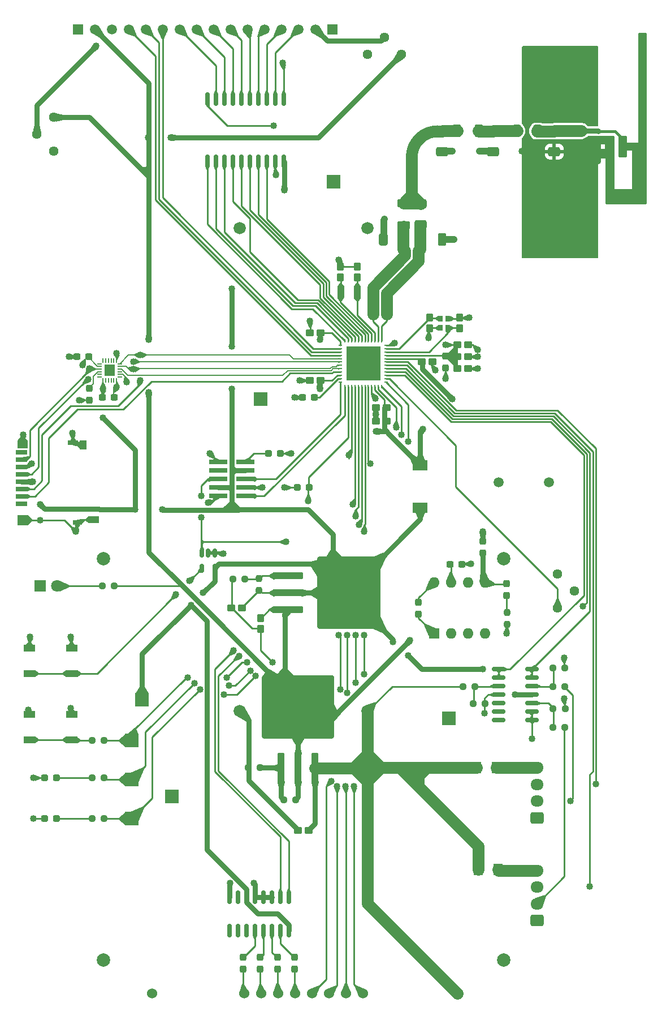
<source format=gbr>
%TF.GenerationSoftware,KiCad,Pcbnew,8.0.1*%
%TF.CreationDate,2024-04-03T00:57:57-07:00*%
%TF.ProjectId,ee110_alpha_board,65653131-305f-4616-9c70-68615f626f61,0.1*%
%TF.SameCoordinates,Original*%
%TF.FileFunction,Copper,L1,Top*%
%TF.FilePolarity,Positive*%
%FSLAX46Y46*%
G04 Gerber Fmt 4.6, Leading zero omitted, Abs format (unit mm)*
G04 Created by KiCad (PCBNEW 8.0.1) date 2024-04-03 00:57:57*
%MOMM*%
%LPD*%
G01*
G04 APERTURE LIST*
G04 Aperture macros list*
%AMRoundRect*
0 Rectangle with rounded corners*
0 $1 Rounding radius*
0 $2 $3 $4 $5 $6 $7 $8 $9 X,Y pos of 4 corners*
0 Add a 4 corners polygon primitive as box body*
4,1,4,$2,$3,$4,$5,$6,$7,$8,$9,$2,$3,0*
0 Add four circle primitives for the rounded corners*
1,1,$1+$1,$2,$3*
1,1,$1+$1,$4,$5*
1,1,$1+$1,$6,$7*
1,1,$1+$1,$8,$9*
0 Add four rect primitives between the rounded corners*
20,1,$1+$1,$2,$3,$4,$5,0*
20,1,$1+$1,$4,$5,$6,$7,0*
20,1,$1+$1,$6,$7,$8,$9,0*
20,1,$1+$1,$8,$9,$2,$3,0*%
%AMFreePoly0*
4,1,14,0.266715,0.088284,0.363284,-0.008285,0.375000,-0.036569,0.375000,-0.060000,0.363284,-0.088284,0.335000,-0.100000,-0.335000,-0.100000,-0.363284,-0.088284,-0.375000,-0.060000,-0.375000,0.060000,-0.363284,0.088284,-0.335000,0.100000,0.238431,0.100000,0.266715,0.088284,0.266715,0.088284,$1*%
%AMFreePoly1*
4,1,14,0.363284,0.088284,0.375000,0.060000,0.375000,0.036569,0.363284,0.008285,0.266715,-0.088284,0.238431,-0.100000,-0.335000,-0.100000,-0.363284,-0.088284,-0.375000,-0.060000,-0.375000,0.060000,-0.363284,0.088284,-0.335000,0.100000,0.335000,0.100000,0.363284,0.088284,0.363284,0.088284,$1*%
%AMFreePoly2*
4,1,14,0.088284,0.363284,0.100000,0.335000,0.100000,-0.335000,0.088284,-0.363284,0.060000,-0.375000,-0.060000,-0.375000,-0.088284,-0.363284,-0.100000,-0.335000,-0.100000,0.238431,-0.088284,0.266715,0.008285,0.363284,0.036569,0.375000,0.060000,0.375000,0.088284,0.363284,0.088284,0.363284,$1*%
%AMFreePoly3*
4,1,14,-0.008285,0.363284,0.088284,0.266715,0.100000,0.238431,0.100000,-0.335000,0.088284,-0.363284,0.060000,-0.375000,-0.060000,-0.375000,-0.088284,-0.363284,-0.100000,-0.335000,-0.100000,0.335000,-0.088284,0.363284,-0.060000,0.375000,-0.036569,0.375000,-0.008285,0.363284,-0.008285,0.363284,$1*%
%AMFreePoly4*
4,1,14,0.363284,0.088284,0.375000,0.060000,0.375000,-0.060000,0.363284,-0.088284,0.335000,-0.100000,-0.238431,-0.100000,-0.266715,-0.088284,-0.363284,0.008285,-0.375000,0.036569,-0.375000,0.060000,-0.363284,0.088284,-0.335000,0.100000,0.335000,0.100000,0.363284,0.088284,0.363284,0.088284,$1*%
%AMFreePoly5*
4,1,14,0.363284,0.088284,0.375000,0.060000,0.375000,-0.060000,0.363284,-0.088284,0.335000,-0.100000,-0.335000,-0.100000,-0.363284,-0.088284,-0.375000,-0.060000,-0.375000,-0.036569,-0.363284,-0.008285,-0.266715,0.088284,-0.238431,0.100000,0.335000,0.100000,0.363284,0.088284,0.363284,0.088284,$1*%
%AMFreePoly6*
4,1,14,0.088284,0.363284,0.100000,0.335000,0.100000,-0.238431,0.088284,-0.266715,-0.008285,-0.363284,-0.036569,-0.375000,-0.060000,-0.375000,-0.088284,-0.363284,-0.100000,-0.335000,-0.100000,0.335000,-0.088284,0.363284,-0.060000,0.375000,0.060000,0.375000,0.088284,0.363284,0.088284,0.363284,$1*%
%AMFreePoly7*
4,1,14,0.088284,0.363284,0.100000,0.335000,0.100000,-0.335000,0.088284,-0.363284,0.060000,-0.375000,0.036569,-0.375000,0.008285,-0.363284,-0.088284,-0.266715,-0.100000,-0.238431,-0.100000,0.335000,-0.088284,0.363284,-0.060000,0.375000,0.060000,0.375000,0.088284,0.363284,0.088284,0.363284,$1*%
G04 Aperture macros list end*
%TA.AperFunction,Conductor*%
%ADD10C,0.200000*%
%TD*%
%TA.AperFunction,EtchedComponent*%
%ADD11C,0.460000*%
%TD*%
%TA.AperFunction,EtchedComponent*%
%ADD12C,0.215900*%
%TD*%
%TA.AperFunction,SMDPad,CuDef*%
%ADD13RoundRect,0.250001X0.462499X0.624999X-0.462499X0.624999X-0.462499X-0.624999X0.462499X-0.624999X0*%
%TD*%
%TA.AperFunction,SMDPad,CuDef*%
%ADD14RoundRect,0.237500X-0.250000X-0.237500X0.250000X-0.237500X0.250000X0.237500X-0.250000X0.237500X0*%
%TD*%
%TA.AperFunction,SMDPad,CuDef*%
%ADD15RoundRect,0.237500X0.250000X0.237500X-0.250000X0.237500X-0.250000X-0.237500X0.250000X-0.237500X0*%
%TD*%
%TA.AperFunction,SMDPad,CuDef*%
%ADD16RoundRect,0.237500X-0.237500X0.250000X-0.237500X-0.250000X0.237500X-0.250000X0.237500X0.250000X0*%
%TD*%
%TA.AperFunction,SMDPad,CuDef*%
%ADD17RoundRect,0.237500X0.237500X-0.250000X0.237500X0.250000X-0.237500X0.250000X-0.237500X-0.250000X0*%
%TD*%
%TA.AperFunction,SMDPad,CuDef*%
%ADD18RoundRect,0.250000X0.700000X-0.362500X0.700000X0.362500X-0.700000X0.362500X-0.700000X-0.362500X0*%
%TD*%
%TA.AperFunction,SMDPad,CuDef*%
%ADD19RoundRect,0.250000X-0.362500X-0.700000X0.362500X-0.700000X0.362500X0.700000X-0.362500X0.700000X0*%
%TD*%
%TA.AperFunction,SMDPad,CuDef*%
%ADD20RoundRect,0.250000X0.362500X0.700000X-0.362500X0.700000X-0.362500X-0.700000X0.362500X-0.700000X0*%
%TD*%
%TA.AperFunction,SMDPad,CuDef*%
%ADD21RoundRect,0.237500X0.237500X-0.287500X0.237500X0.287500X-0.237500X0.287500X-0.237500X-0.287500X0*%
%TD*%
%TA.AperFunction,SMDPad,CuDef*%
%ADD22RoundRect,0.237500X-0.287500X-0.237500X0.287500X-0.237500X0.287500X0.237500X-0.287500X0.237500X0*%
%TD*%
%TA.AperFunction,SMDPad,CuDef*%
%ADD23RoundRect,0.237500X-0.237500X0.287500X-0.237500X-0.287500X0.237500X-0.287500X0.237500X0.287500X0*%
%TD*%
%TA.AperFunction,SMDPad,CuDef*%
%ADD24RoundRect,0.237500X0.287500X0.237500X-0.287500X0.237500X-0.287500X-0.237500X0.287500X-0.237500X0*%
%TD*%
%TA.AperFunction,SMDPad,CuDef*%
%ADD25RoundRect,0.237500X-0.237500X0.300000X-0.237500X-0.300000X0.237500X-0.300000X0.237500X0.300000X0*%
%TD*%
%TA.AperFunction,SMDPad,CuDef*%
%ADD26RoundRect,0.237500X0.300000X0.237500X-0.300000X0.237500X-0.300000X-0.237500X0.300000X-0.237500X0*%
%TD*%
%TA.AperFunction,SMDPad,CuDef*%
%ADD27RoundRect,0.237500X-0.300000X-0.237500X0.300000X-0.237500X0.300000X0.237500X-0.300000X0.237500X0*%
%TD*%
%TA.AperFunction,SMDPad,CuDef*%
%ADD28RoundRect,0.237500X0.237500X-0.300000X0.237500X0.300000X-0.237500X0.300000X-0.237500X-0.300000X0*%
%TD*%
%TA.AperFunction,SMDPad,CuDef*%
%ADD29RoundRect,0.250000X0.275000X-0.375000X0.275000X0.375000X-0.275000X0.375000X-0.275000X-0.375000X0*%
%TD*%
%TA.AperFunction,SMDPad,CuDef*%
%ADD30RoundRect,0.250000X0.412500X0.650000X-0.412500X0.650000X-0.412500X-0.650000X0.412500X-0.650000X0*%
%TD*%
%TA.AperFunction,SMDPad,CuDef*%
%ADD31RoundRect,0.250000X-0.650000X0.412500X-0.650000X-0.412500X0.650000X-0.412500X0.650000X0.412500X0*%
%TD*%
%TA.AperFunction,SMDPad,CuDef*%
%ADD32RoundRect,0.250000X-0.412500X-0.650000X0.412500X-0.650000X0.412500X0.650000X-0.412500X0.650000X0*%
%TD*%
%TA.AperFunction,SMDPad,CuDef*%
%ADD33RoundRect,0.250000X0.650000X-0.412500X0.650000X0.412500X-0.650000X0.412500X-0.650000X-0.412500X0*%
%TD*%
%TA.AperFunction,SMDPad,CuDef*%
%ADD34RoundRect,0.250000X-0.275000X0.375000X-0.275000X-0.375000X0.275000X-0.375000X0.275000X0.375000X0*%
%TD*%
%TA.AperFunction,SMDPad,CuDef*%
%ADD35RoundRect,0.250000X-0.375000X-0.275000X0.375000X-0.275000X0.375000X0.275000X-0.375000X0.275000X0*%
%TD*%
%TA.AperFunction,SMDPad,CuDef*%
%ADD36RoundRect,0.250000X0.375000X0.275000X-0.375000X0.275000X-0.375000X-0.275000X0.375000X-0.275000X0*%
%TD*%
%TA.AperFunction,ComponentPad*%
%ADD37R,2.000000X2.000000*%
%TD*%
%TA.AperFunction,SMDPad,CuDef*%
%ADD38R,5.150000X5.150000*%
%TD*%
%TA.AperFunction,SMDPad,CuDef*%
%ADD39R,0.599999X0.240000*%
%TD*%
%TA.AperFunction,SMDPad,CuDef*%
%ADD40R,0.240000X0.599999*%
%TD*%
%TA.AperFunction,SMDPad,CuDef*%
%ADD41FreePoly0,270.000000*%
%TD*%
%TA.AperFunction,SMDPad,CuDef*%
%ADD42RoundRect,0.050000X-0.050000X0.325000X-0.050000X-0.325000X0.050000X-0.325000X0.050000X0.325000X0*%
%TD*%
%TA.AperFunction,SMDPad,CuDef*%
%ADD43FreePoly1,270.000000*%
%TD*%
%TA.AperFunction,SMDPad,CuDef*%
%ADD44FreePoly2,270.000000*%
%TD*%
%TA.AperFunction,SMDPad,CuDef*%
%ADD45RoundRect,0.050000X-0.325000X0.050000X-0.325000X-0.050000X0.325000X-0.050000X0.325000X0.050000X0*%
%TD*%
%TA.AperFunction,SMDPad,CuDef*%
%ADD46FreePoly3,270.000000*%
%TD*%
%TA.AperFunction,SMDPad,CuDef*%
%ADD47FreePoly4,270.000000*%
%TD*%
%TA.AperFunction,SMDPad,CuDef*%
%ADD48FreePoly5,270.000000*%
%TD*%
%TA.AperFunction,SMDPad,CuDef*%
%ADD49FreePoly6,270.000000*%
%TD*%
%TA.AperFunction,SMDPad,CuDef*%
%ADD50FreePoly7,270.000000*%
%TD*%
%TA.AperFunction,HeatsinkPad*%
%ADD51R,1.600000X1.750000*%
%TD*%
%TA.AperFunction,ConnectorPad*%
%ADD52C,0.460000*%
%TD*%
%TA.AperFunction,ComponentPad*%
%ADD53R,0.410000X1.220000*%
%TD*%
%TA.AperFunction,ComponentPad*%
%ADD54R,0.410000X1.360000*%
%TD*%
%TA.AperFunction,SMDPad,CuDef*%
%ADD55RoundRect,0.150000X0.825000X0.150000X-0.825000X0.150000X-0.825000X-0.150000X0.825000X-0.150000X0*%
%TD*%
%TA.AperFunction,SMDPad,CuDef*%
%ADD56RoundRect,0.150000X-0.150000X0.850000X-0.150000X-0.850000X0.150000X-0.850000X0.150000X0.850000X0*%
%TD*%
%TA.AperFunction,ComponentPad*%
%ADD57C,1.508000*%
%TD*%
%TA.AperFunction,ComponentPad*%
%ADD58R,1.800000X1.800000*%
%TD*%
%TA.AperFunction,ComponentPad*%
%ADD59C,1.800000*%
%TD*%
%TA.AperFunction,WasherPad*%
%ADD60C,2.000000*%
%TD*%
%TA.AperFunction,ComponentPad*%
%ADD61C,1.524000*%
%TD*%
%TA.AperFunction,ComponentPad*%
%ADD62C,1.440000*%
%TD*%
%TA.AperFunction,SMDPad,CuDef*%
%ADD63R,2.794000X0.762000*%
%TD*%
%TA.AperFunction,SMDPad,CuDef*%
%ADD64R,0.800000X0.900000*%
%TD*%
%TA.AperFunction,ComponentPad*%
%ADD65O,1.950000X1.700000*%
%TD*%
%TA.AperFunction,ComponentPad*%
%ADD66RoundRect,0.250000X0.725000X-0.600000X0.725000X0.600000X-0.725000X0.600000X-0.725000X-0.600000X0*%
%TD*%
%TA.AperFunction,SMDPad,CuDef*%
%ADD67RoundRect,0.250000X-2.050000X-0.300000X2.050000X-0.300000X2.050000X0.300000X-2.050000X0.300000X0*%
%TD*%
%TA.AperFunction,SMDPad,CuDef*%
%ADD68RoundRect,0.250000X-2.025000X-2.375000X2.025000X-2.375000X2.025000X2.375000X-2.025000X2.375000X0*%
%TD*%
%TA.AperFunction,SMDPad,CuDef*%
%ADD69RoundRect,0.250002X-4.449998X-5.149998X4.449998X-5.149998X4.449998X5.149998X-4.449998X5.149998X0*%
%TD*%
%TA.AperFunction,SMDPad,CuDef*%
%ADD70R,1.700000X1.000000*%
%TD*%
%TA.AperFunction,ComponentPad*%
%ADD71R,1.600000X1.600000*%
%TD*%
%TA.AperFunction,ComponentPad*%
%ADD72O,1.600000X1.600000*%
%TD*%
%TA.AperFunction,ComponentPad*%
%ADD73R,1.500000X1.500000*%
%TD*%
%TA.AperFunction,ComponentPad*%
%ADD74C,1.500000*%
%TD*%
%TA.AperFunction,SMDPad,CuDef*%
%ADD75R,1.000000X1.800000*%
%TD*%
%TA.AperFunction,SMDPad,CuDef*%
%ADD76RoundRect,0.150000X-0.150000X0.825000X-0.150000X-0.825000X0.150000X-0.825000X0.150000X0.825000X0*%
%TD*%
%TA.AperFunction,SMDPad,CuDef*%
%ADD77R,1.750000X0.700000*%
%TD*%
%TA.AperFunction,SMDPad,CuDef*%
%ADD78R,1.000000X1.450000*%
%TD*%
%TA.AperFunction,SMDPad,CuDef*%
%ADD79R,1.550000X1.000000*%
%TD*%
%TA.AperFunction,SMDPad,CuDef*%
%ADD80R,1.500000X0.800000*%
%TD*%
%TA.AperFunction,SMDPad,CuDef*%
%ADD81R,1.500000X1.300000*%
%TD*%
%TA.AperFunction,SMDPad,CuDef*%
%ADD82R,1.500000X1.500000*%
%TD*%
%TA.AperFunction,SMDPad,CuDef*%
%ADD83R,1.400000X0.800000*%
%TD*%
%TA.AperFunction,SMDPad,CuDef*%
%ADD84RoundRect,0.250000X0.300000X-2.050000X0.300000X2.050000X-0.300000X2.050000X-0.300000X-2.050000X0*%
%TD*%
%TA.AperFunction,SMDPad,CuDef*%
%ADD85RoundRect,0.250000X2.375000X-2.025000X2.375000X2.025000X-2.375000X2.025000X-2.375000X-2.025000X0*%
%TD*%
%TA.AperFunction,SMDPad,CuDef*%
%ADD86RoundRect,0.250002X5.149998X-4.449998X5.149998X4.449998X-5.149998X4.449998X-5.149998X-4.449998X0*%
%TD*%
%TA.AperFunction,SMDPad,CuDef*%
%ADD87R,2.200000X1.500000*%
%TD*%
%TA.AperFunction,SMDPad,CuDef*%
%ADD88RoundRect,0.150000X-0.150000X0.512500X-0.150000X-0.512500X0.150000X-0.512500X0.150000X0.512500X0*%
%TD*%
%TA.AperFunction,ComponentPad*%
%ADD89C,1.828800*%
%TD*%
%TA.AperFunction,ViaPad*%
%ADD90C,1.016000*%
%TD*%
%TA.AperFunction,ViaPad*%
%ADD91C,1.778000*%
%TD*%
%TA.AperFunction,Conductor*%
%ADD92C,1.778000*%
%TD*%
%TA.AperFunction,Conductor*%
%ADD93C,0.279400*%
%TD*%
%TA.AperFunction,Conductor*%
%ADD94C,0.152400*%
%TD*%
%TA.AperFunction,Conductor*%
%ADD95C,0.762000*%
%TD*%
%TA.AperFunction,Conductor*%
%ADD96C,1.016000*%
%TD*%
G04 APERTURE END LIST*
D10*
%TO.N,Net-(U4-VDDR)*%
X109474000Y-87122000D02*
X107696000Y-85344000D01*
X109474000Y-83566000D01*
X109474000Y-87122000D01*
%TA.AperFunction,Conductor*%
G36*
X109474000Y-87122000D02*
G01*
X107696000Y-85344000D01*
X109474000Y-83566000D01*
X109474000Y-87122000D01*
G37*
%TD.AperFunction*%
D11*
%TD*%
%TO.C,AE1*%
X130518600Y-51574400D02*
X133039880Y-51574400D01*
D12*
%TO.C,AE1*%
X130645600Y-52361800D02*
X130645600Y-53361798D01*
X130645600Y-53361798D02*
X131645598Y-53361798D01*
X130645600Y-54361796D02*
X130645600Y-55511400D01*
X130645600Y-55511400D02*
X131687000Y-55511400D01*
X130747200Y-53361798D02*
X130747200Y-52361800D01*
X130747200Y-55511400D02*
X130747200Y-54361796D01*
X130950400Y-53361798D02*
X130950400Y-52361800D01*
X130950400Y-55511400D02*
X130950400Y-54361796D01*
X131153600Y-53361798D02*
X131153600Y-52361800D01*
X131153600Y-55511400D02*
X131153600Y-54361796D01*
X131356800Y-53361798D02*
X131356800Y-52361800D01*
X131356800Y-55511400D02*
X131356800Y-54361796D01*
X131560000Y-53361798D02*
X131560000Y-52361800D01*
X131560000Y-55511400D02*
X131560000Y-54361796D01*
X131645598Y-53361798D02*
X131645598Y-54361796D01*
X131645598Y-54361796D02*
X130645600Y-54361796D01*
X131687000Y-55511400D02*
X131712400Y-61810600D01*
X131712400Y-61810600D02*
X131712400Y-62344000D01*
X131712400Y-62344000D02*
X137656000Y-62344000D01*
X131763200Y-62344000D02*
X131763200Y-52361800D01*
X131966400Y-62344000D02*
X131966400Y-52361800D01*
X132169600Y-62344000D02*
X132169600Y-52361800D01*
X132372800Y-62344000D02*
X132372800Y-52361800D01*
X132576000Y-62344000D02*
X132576000Y-52361800D01*
X132779200Y-52361800D02*
X130645600Y-52361800D01*
X132779200Y-60361809D02*
X132779200Y-52361800D01*
X132779200Y-62344000D02*
X132779200Y-52361800D01*
X132982400Y-62344000D02*
X132982400Y-60361809D01*
D11*
X133039880Y-51574400D02*
X133893574Y-52428069D01*
D12*
X133185600Y-62344000D02*
X133185600Y-60361809D01*
X133388800Y-62344000D02*
X133388800Y-60361809D01*
X133592000Y-62344000D02*
X133592000Y-60361809D01*
X133645594Y-52361800D02*
X133645594Y-55361794D01*
X133645594Y-55361794D02*
X134645592Y-55361794D01*
X133795200Y-55361794D02*
X133795200Y-52361800D01*
X133795200Y-62344000D02*
X133795200Y-60361809D01*
X133998400Y-55361794D02*
X133998400Y-52361800D01*
X133998400Y-62344000D02*
X133998400Y-60361809D01*
X134201600Y-55361794D02*
X134201600Y-52361800D01*
X134201600Y-62344000D02*
X134201600Y-60361809D01*
X134404800Y-55361794D02*
X134404800Y-52361800D01*
X134404800Y-62344000D02*
X134404800Y-60361809D01*
X134608000Y-55361794D02*
X134608000Y-52361800D01*
X134608000Y-62344000D02*
X134608000Y-60361809D01*
X134645592Y-52361800D02*
X133645594Y-52361800D01*
X134645592Y-53361798D02*
X134645592Y-52361800D01*
X134645592Y-54361796D02*
X135645590Y-54361796D01*
X134645592Y-55361794D02*
X134645592Y-54361796D01*
X134811200Y-54361796D02*
X134811200Y-53361798D01*
X134811200Y-62344000D02*
X134811200Y-60361809D01*
X135014400Y-54361796D02*
X135014400Y-53361798D01*
X135014400Y-62344000D02*
X135014400Y-60361809D01*
X135217600Y-54361796D02*
X135217600Y-53361798D01*
X135217600Y-62344000D02*
X135217600Y-60361809D01*
X135420800Y-54361796D02*
X135420800Y-53361798D01*
X135420800Y-62344000D02*
X135420800Y-60361809D01*
X135624000Y-54361796D02*
X135624000Y-53361798D01*
X135624000Y-62344000D02*
X135624000Y-60361809D01*
X135645590Y-54361796D02*
X135645590Y-60361809D01*
X135645590Y-60361809D02*
X132779200Y-60361809D01*
X135827200Y-62344000D02*
X135827200Y-53361798D01*
X136030400Y-62344000D02*
X136030400Y-53361798D01*
X136233600Y-62344000D02*
X136233600Y-53361798D01*
X136436800Y-62344000D02*
X136436800Y-53361798D01*
X136640000Y-62344000D02*
X136640000Y-53361798D01*
X136645588Y-36944000D02*
X136645588Y-53361798D01*
X136645588Y-53361798D02*
X134645592Y-53361798D01*
X136843200Y-62344000D02*
X136843200Y-36944000D01*
X137046400Y-62344000D02*
X137046400Y-36944000D01*
X137249600Y-62344000D02*
X137249600Y-36944000D01*
X137452800Y-62344000D02*
X137452800Y-36944000D01*
X137656000Y-36944000D02*
X136645588Y-36944000D01*
X137656000Y-62344000D02*
X137656000Y-36944000D01*
X133779274Y-52428069D02*
G75*
G02*
X134007874Y-52428069I114300J-5D01*
G01*
X134007874Y-52428069D02*
G75*
G02*
X133779274Y-52428069I-114300J-5D01*
G01*
%TD*%
D13*
%TO.P,D11,1,K*%
%TO.N,Net-(D11-K)*%
X115533500Y-162052000D03*
%TO.P,D11,2,A*%
%TO.N,+VBAT*%
X112558500Y-162052000D03*
%TD*%
%TO.P,D10,1,K*%
%TO.N,Net-(D10-K)*%
X115279500Y-146812000D03*
%TO.P,D10,2,A*%
%TO.N,+VBAT*%
X112304500Y-146812000D03*
%TD*%
D14*
%TO.P,R15,1*%
%TO.N,Net-(U8A-+)*%
X123787000Y-137934500D03*
%TO.P,R15,2*%
%TO.N,GND*%
X125612000Y-137934500D03*
%TD*%
D15*
%TO.P,R14,1*%
%TO.N,Net-(J6-Pad2)*%
X125549000Y-140728500D03*
%TO.P,R14,2*%
%TO.N,Net-(U8A-+)*%
X123724000Y-140728500D03*
%TD*%
D14*
%TO.P,R13,1*%
%TO.N,Net-(U8B-+)*%
X123724000Y-131838500D03*
%TO.P,R13,2*%
%TO.N,GND*%
X125549000Y-131838500D03*
%TD*%
D15*
%TO.P,R12,1*%
%TO.N,Net-(J5-Pad2)*%
X125549000Y-134632500D03*
%TO.P,R12,2*%
%TO.N,Net-(U8B-+)*%
X123724000Y-134632500D03*
%TD*%
D14*
%TO.P,R11,1*%
%TO.N,Net-(U8C-+)*%
X111786000Y-137172500D03*
%TO.P,R11,2*%
%TO.N,GND*%
X113611000Y-137172500D03*
%TD*%
%TO.P,R10,1*%
%TO.N,+VBAT*%
X110262000Y-134632500D03*
%TO.P,R10,2*%
%TO.N,Net-(U8C-+)*%
X112087000Y-134632500D03*
%TD*%
D16*
%TO.P,R9,1*%
%TO.N,Net-(C25-Pad2)*%
X116890000Y-123547500D03*
%TO.P,R9,2*%
%TO.N,GND*%
X116890000Y-125372500D03*
%TD*%
D14*
%TO.P,R8,1*%
%TO.N,Net-(D9-A)*%
X54713500Y-154432000D03*
%TO.P,R8,2*%
%TO.N,/gpio/TEST_BLUE*%
X56538500Y-154432000D03*
%TD*%
%TO.P,R7,1*%
%TO.N,Net-(D8-A)*%
X54713500Y-148336000D03*
%TO.P,R7,2*%
%TO.N,/gpio/TEST_GREEN*%
X56538500Y-148336000D03*
%TD*%
D15*
%TO.P,R6,1*%
%TO.N,Net-(U2-GND)*%
X77620500Y-118618000D03*
%TO.P,R6,2*%
%TO.N,GND*%
X75795500Y-118618000D03*
%TD*%
%TO.P,R5,1*%
%TO.N,Net-(U1-GND)*%
X79906500Y-146812000D03*
%TO.P,R5,2*%
%TO.N,GND*%
X78081500Y-146812000D03*
%TD*%
%TO.P,R4,1*%
%TO.N,+5V*%
X58062500Y-119634000D03*
%TO.P,R4,2*%
%TO.N,Net-(D1-A)*%
X56237500Y-119634000D03*
%TD*%
D17*
%TO.P,R3,1*%
%TO.N,+3.3V*%
X79756000Y-120292500D03*
%TO.P,R3,2*%
%TO.N,Net-(U2-GND)*%
X79756000Y-118467500D03*
%TD*%
D15*
%TO.P,R2,1*%
%TO.N,+5V*%
X85240500Y-151638000D03*
%TO.P,R2,2*%
%TO.N,Net-(U1-GND)*%
X83415500Y-151638000D03*
%TD*%
D14*
%TO.P,R1,1*%
%TO.N,Net-(R1-Pad1)*%
X54713500Y-142748000D03*
%TO.P,R1,2*%
%TO.N,/gpio/TEST_BUTTON*%
X56538500Y-142748000D03*
%TD*%
D18*
%TO.P,L5,1*%
%TO.N,/RF_N*%
X101397000Y-65670500D03*
%TO.P,L5,2*%
%TO.N,/RF_MATCH1*%
X101397000Y-62345500D03*
%TD*%
D19*
%TO.P,L4,1*%
%TO.N,/RF_MATCH1*%
X109335500Y-51562000D03*
%TO.P,L4,2*%
%TO.N,/RF_MATCH2*%
X112660500Y-51562000D03*
%TD*%
D20*
%TO.P,L3,1*%
%TO.N,GND*%
X107123500Y-67817000D03*
%TO.P,L3,2*%
%TO.N,/RF_P*%
X103798500Y-67817000D03*
%TD*%
D21*
%TO.P,L2,1*%
%TO.N,Net-(U4-DCDC_SW)*%
X107696000Y-86981000D03*
%TO.P,L2,2*%
%TO.N,Net-(U4-VDDR)*%
X107696000Y-85231000D03*
%TD*%
D22*
%TO.P,D9,1,K*%
%TO.N,GND*%
X47639000Y-154432000D03*
%TO.P,D9,2,A*%
%TO.N,Net-(D9-A)*%
X49389000Y-154432000D03*
%TD*%
%TO.P,D8,1,K*%
%TO.N,GND*%
X47639000Y-148336000D03*
%TO.P,D8,2,A*%
%TO.N,Net-(D8-A)*%
X49389000Y-148336000D03*
%TD*%
D23*
%TO.P,D7,1,K*%
%TO.N,Net-(D7-K)*%
X77320000Y-175172500D03*
%TO.P,D7,2,A*%
%TO.N,Net-(D7-A)*%
X77320000Y-176922500D03*
%TD*%
%TO.P,D6,1,K*%
%TO.N,Net-(D6-K)*%
X79910000Y-175172500D03*
%TO.P,D6,2,A*%
%TO.N,Net-(D6-A)*%
X79910000Y-176922500D03*
%TD*%
%TO.P,D5,1,K*%
%TO.N,Net-(D5-K)*%
X82500000Y-175172500D03*
%TO.P,D5,2,A*%
%TO.N,Net-(D5-A)*%
X82500000Y-176922500D03*
%TD*%
%TO.P,D4,1,K*%
%TO.N,Net-(D4-K)*%
X85090000Y-175172500D03*
%TO.P,D4,2,A*%
%TO.N,Net-(D4-A)*%
X85090000Y-176922500D03*
%TD*%
D24*
%TO.P,D3,1,K*%
%TO.N,/gpio/KEYPAD_ROWB*%
X82917000Y-99822000D03*
%TO.P,D3,2,A*%
%TO.N,Net-(D3-A)*%
X81167000Y-99822000D03*
%TD*%
D22*
%TO.P,D2,1,K*%
%TO.N,Net-(D2-K)*%
X85485000Y-104902000D03*
%TO.P,D2,2,A*%
%TO.N,/gpio/KEYPAD_ROWA*%
X87235000Y-104902000D03*
%TD*%
D25*
%TO.P,C29,1*%
%TO.N,Net-(U9-REGOUT)*%
X54356000Y-90069500D03*
%TO.P,C29,2*%
%TO.N,GND*%
X54356000Y-91794500D03*
%TD*%
D26*
%TO.P,C28,1*%
%TO.N,+3.3V*%
X54202500Y-85344000D03*
%TO.P,C28,2*%
%TO.N,GND*%
X52477500Y-85344000D03*
%TD*%
D27*
%TO.P,C27,1*%
%TO.N,+3.3V*%
X56287500Y-91440000D03*
%TO.P,C27,2*%
%TO.N,GND*%
X58012500Y-91440000D03*
%TD*%
D28*
%TO.P,C26,1*%
%TO.N,Net-(C26-Pad1)*%
X103632000Y-123798500D03*
%TO.P,C26,2*%
%TO.N,Net-(C26-Pad2)*%
X103632000Y-122073500D03*
%TD*%
D25*
%TO.P,C25,1*%
%TO.N,Net-(C24-Pad1)*%
X116840000Y-119279500D03*
%TO.P,C25,2*%
%TO.N,Net-(C25-Pad2)*%
X116840000Y-121004500D03*
%TD*%
D28*
%TO.P,C24,1*%
%TO.N,Net-(C24-Pad1)*%
X113284000Y-114654500D03*
%TO.P,C24,2*%
%TO.N,Net-(LS1-1)*%
X113284000Y-112929500D03*
%TD*%
D27*
%TO.P,C23,1*%
%TO.N,Net-(U7-BYPASS)*%
X108357500Y-116345000D03*
%TO.P,C23,2*%
%TO.N,GND*%
X110082500Y-116345000D03*
%TD*%
D26*
%TO.P,C22,1*%
%TO.N,Net-(U4-DCOUPL)*%
X87984500Y-91440000D03*
%TO.P,C22,2*%
%TO.N,GND*%
X86259500Y-91440000D03*
%TD*%
D29*
%TO.P,C21,1*%
%TO.N,Net-(U4-X32K_Q2)*%
X91948000Y-73444000D03*
%TO.P,C21,2*%
%TO.N,GND*%
X91948000Y-71844000D03*
%TD*%
D30*
%TO.P,C20,1*%
%TO.N,/RF_N*%
X101435500Y-67817000D03*
%TO.P,C20,2*%
%TO.N,GND*%
X98310500Y-67817000D03*
%TD*%
D31*
%TO.P,C19,1*%
%TO.N,/RF_ANT*%
X123952000Y-51523500D03*
%TO.P,C19,2*%
%TO.N,GND*%
X123952000Y-54648500D03*
%TD*%
%TO.P,C18,1*%
%TO.N,/RF_MATCH2*%
X114808000Y-51523500D03*
%TO.P,C18,2*%
%TO.N,GND*%
X114808000Y-54648500D03*
%TD*%
%TO.P,C17,1*%
%TO.N,/RF_MATCH1*%
X107188000Y-51523500D03*
%TO.P,C17,2*%
%TO.N,GND*%
X107188000Y-54648500D03*
%TD*%
D29*
%TO.P,C16,1*%
%TO.N,Net-(U4-X32K_Q1)*%
X94488000Y-73444000D03*
%TO.P,C16,2*%
%TO.N,GND*%
X94488000Y-71844000D03*
%TD*%
D32*
%TO.P,C15,1*%
%TO.N,/RF_MATCH2*%
X118325500Y-51562000D03*
%TO.P,C15,2*%
%TO.N,/RF_ANT*%
X121450500Y-51562000D03*
%TD*%
D29*
%TO.P,C14,1*%
%TO.N,Net-(U4-X48M_N)*%
X109812000Y-81064000D03*
%TO.P,C14,2*%
%TO.N,GND*%
X109812000Y-79464000D03*
%TD*%
D33*
%TO.P,C13,1*%
%TO.N,/RF_P*%
X103937000Y-65570500D03*
%TO.P,C13,2*%
%TO.N,/RF_MATCH1*%
X103937000Y-62445500D03*
%TD*%
D34*
%TO.P,C12,1*%
%TO.N,Net-(U4-X48M_P)*%
X105262500Y-79486500D03*
%TO.P,C12,2*%
%TO.N,GND*%
X105262500Y-81086500D03*
%TD*%
D35*
%TO.P,C11,2*%
%TO.N,GND*%
X111036000Y-83566000D03*
%TO.P,C11,1*%
%TO.N,Net-(U4-VDDR)*%
X109436000Y-83566000D03*
%TD*%
%TO.P,C10,1*%
%TO.N,Net-(U4-VDDR)*%
X109458500Y-87122000D03*
%TO.P,C10,2*%
%TO.N,GND*%
X111058500Y-87122000D03*
%TD*%
%TO.P,C9,1*%
%TO.N,Net-(U4-VDDR)*%
X109436000Y-85344000D03*
%TO.P,C9,2*%
%TO.N,GND*%
X111036000Y-85344000D03*
%TD*%
D36*
%TO.P,C8,1*%
%TO.N,Net-(U4-VDDS)*%
X98844000Y-94996000D03*
%TO.P,C8,2*%
%TO.N,GND*%
X97244000Y-94996000D03*
%TD*%
%TO.P,C7,1*%
%TO.N,Net-(U4-VDDS)*%
X98844000Y-92964000D03*
%TO.P,C7,2*%
%TO.N,GND*%
X97244000Y-92964000D03*
%TD*%
D35*
%TO.P,C6,1*%
%TO.N,Net-(U4-VDDS)*%
X104102000Y-86106000D03*
%TO.P,C6,2*%
%TO.N,GND*%
X105702000Y-86106000D03*
%TD*%
D36*
%TO.P,C5,1*%
%TO.N,Net-(U4-VDDS)*%
X88938000Y-88900000D03*
%TO.P,C5,2*%
%TO.N,GND*%
X87338000Y-88900000D03*
%TD*%
%TO.P,C4,1*%
%TO.N,Net-(U4-VDDS)*%
X88938000Y-81788000D03*
%TO.P,C4,2*%
%TO.N,GND*%
X87338000Y-81788000D03*
%TD*%
%TO.P,C3,1*%
%TO.N,+3.3V*%
X77209000Y-122936000D03*
%TO.P,C3,2*%
%TO.N,GND*%
X75609000Y-122936000D03*
%TD*%
D34*
%TO.P,C2,1*%
%TO.N,+5V*%
X79938000Y-124422000D03*
%TO.P,C2,2*%
%TO.N,GND*%
X79938000Y-126022000D03*
%TD*%
D36*
%TO.P,C1,1*%
%TO.N,+VBAT*%
X87160000Y-156210000D03*
%TO.P,C1,2*%
%TO.N,GND*%
X85560000Y-156210000D03*
%TD*%
D37*
%TO.P,,1,1*%
%TO.N,GND*%
X90932000Y-59182000D03*
%TD*%
%TO.P,,1,1*%
%TO.N,GND*%
X80010000Y-91694000D03*
%TD*%
%TO.P,,1,1*%
%TO.N,GND*%
X108204000Y-139446000D03*
%TD*%
%TO.P,TP1,1,1*%
%TO.N,/gpio/TEST_BUTTON*%
X60706000Y-142748000D03*
%TD*%
%TO.P,TP2,1,1*%
%TO.N,/gpio/TEST_GREEN*%
X60706000Y-148590000D03*
%TD*%
%TO.P,TP3,1,1*%
%TO.N,/gpio/TEST_BLUE*%
X60706000Y-154432000D03*
%TD*%
D38*
%TO.P,U4,49,EGP*%
%TO.N,GND*%
X95348001Y-86360000D03*
D39*
%TO.P,U4,48,VDDR_RF*%
%TO.N,Net-(U4-VDDR)*%
X98748002Y-83610000D03*
%TO.P,U4,47,X48M_P*%
%TO.N,Net-(U4-X48M_P)*%
X98748002Y-84109999D03*
%TO.P,U4,46,X48M_N*%
%TO.N,Net-(U4-X48M_N)*%
X98748002Y-84609998D03*
%TO.P,U4,45,VDDR*%
%TO.N,Net-(U4-VDDR)*%
X98748002Y-85110000D03*
%TO.P,U4,44,VDDS*%
%TO.N,Net-(U4-VDDS)*%
X98748002Y-85609999D03*
%TO.P,U4,43,DIO_30*%
%TO.N,/gpio/SERVO1_PWM*%
X98748002Y-86110000D03*
%TO.P,U4,42,DIO_29*%
%TO.N,/gpio/SERVO2_PWM*%
X98748002Y-86610000D03*
%TO.P,U4,41,DIO_28*%
%TO.N,/gpio/SERVO1_POS*%
X98748002Y-87109998D03*
%TO.P,U4,40,DIO_27*%
%TO.N,/gpio/SERVO2_POS*%
X98748002Y-87610000D03*
%TO.P,U4,39,DIO_26*%
%TO.N,/gpio/VBAT_READ*%
X98748002Y-88109999D03*
%TO.P,U4,38,DIO_25*%
%TO.N,/gpio/SPKR*%
X98748002Y-88610001D03*
%TO.P,U4,37,DIO_24*%
%TO.N,/gpio/TEST_BLUE*%
X98748002Y-89110000D03*
D40*
%TO.P,U4,36,DIO_23*%
%TO.N,/gpio/TEST_GREEN*%
X98098001Y-89760001D03*
%TO.P,U4,35,RESET_N*%
%TO.N,Net-(J2-~{SRST})*%
X97598002Y-89760001D03*
%TO.P,U4,34,VDDS_DCDC*%
%TO.N,Net-(U4-VDDS)*%
X97098003Y-89760001D03*
%TO.P,U4,33,DCDC_SW*%
%TO.N,Net-(U4-DCDC_SW)*%
X96598001Y-89760001D03*
%TO.P,U4,32,DIO_22*%
%TO.N,/gpio/TEST_BUTTON*%
X96098002Y-89760001D03*
%TO.P,U4,31,DIO_21*%
%TO.N,/gpio/KEYPAD_COL4*%
X95598001Y-89760001D03*
%TO.P,U4,30,DIO_20*%
%TO.N,/gpio/KEYPAD_COL3*%
X95098001Y-89760001D03*
%TO.P,U4,29,DIO_19*%
%TO.N,/gpio/KEYPAD_COL2*%
X94598003Y-89760001D03*
%TO.P,U4,28,DIO_18*%
%TO.N,/gpio/KEYPAD_COL1*%
X94098001Y-89760001D03*
%TO.P,U4,27,DIO_17*%
%TO.N,/gpio/KEYPAD_ROWB*%
X93598002Y-89760001D03*
%TO.P,U4,26,DIO_16*%
%TO.N,/gpio/KEYPAD_ROWA*%
X93098000Y-89760001D03*
%TO.P,U4,25,JTAG_TCKC*%
%TO.N,Net-(J2-TCK)*%
X92598001Y-89760001D03*
D39*
%TO.P,U4,24,JTAG_TMSC*%
%TO.N,Net-(J2-TMS)*%
X91948000Y-89110000D03*
%TO.P,U4,23,DCOUPL*%
%TO.N,Net-(U4-DCOUPL)*%
X91948000Y-88610001D03*
%TO.P,U4,22,VDDS3*%
%TO.N,Net-(U4-VDDS)*%
X91948000Y-88109999D03*
%TO.P,U4,21,DIO_15*%
%TO.N,/gpio/SD_CS*%
X91948000Y-87610000D03*
%TO.P,U4,20,DIO_14*%
%TO.N,/gpio/IMU_CS*%
X91948000Y-87109998D03*
%TO.P,U4,19,DIO_13*%
%TO.N,/gpio/SPI_SCLK*%
X91948000Y-86610000D03*
%TO.P,U4,18,DIO_12*%
%TO.N,/gpio/SPI_MISO*%
X91948000Y-86110000D03*
%TO.P,U4,17,DIO_11*%
%TO.N,/gpio/SPI_MOSI*%
X91948000Y-85609999D03*
%TO.P,U4,16,DIO_10*%
%TO.N,/gpio/LCD_RS*%
X91948000Y-85110000D03*
%TO.P,U4,15,DIO_9*%
%TO.N,/gpio/LCD_RW*%
X91948000Y-84609998D03*
%TO.P,U4,14,DIO_8*%
%TO.N,/gpio/LCD_E*%
X91948000Y-84109999D03*
%TO.P,U4,13,VDDS2*%
%TO.N,Net-(U4-VDDS)*%
X91948000Y-83610000D03*
D40*
%TO.P,U4,12,DIO_7*%
%TO.N,/gpio/LCD_DATA7*%
X92598001Y-82959999D03*
%TO.P,U4,11,DIO_6*%
%TO.N,/gpio/LCD_DATA6*%
X93098000Y-82959999D03*
%TO.P,U4,10,DIO_5*%
%TO.N,/gpio/LCD_DATA5*%
X93598002Y-82959999D03*
%TO.P,U4,9,DIO_4*%
%TO.N,/gpio/LCD_DATA4*%
X94098001Y-82959999D03*
%TO.P,U4,8,DIO_3*%
%TO.N,/gpio/LCD_DATA3*%
X94598003Y-82959999D03*
%TO.P,U4,7,DIO_2*%
%TO.N,/gpio/LCD_DATA2*%
X95098001Y-82959999D03*
%TO.P,U4,6,DIO_1*%
%TO.N,/gpio/LCD_DATA1*%
X95598001Y-82959999D03*
%TO.P,U4,5,DIO_0*%
%TO.N,/gpio/LCD_DATA0*%
X96098002Y-82959999D03*
%TO.P,U4,4,X32K_Q2*%
%TO.N,Net-(U4-X32K_Q2)*%
X96598001Y-82959999D03*
%TO.P,U4,3,X32K_Q1*%
%TO.N,Net-(U4-X32K_Q1)*%
X97098003Y-82959999D03*
%TO.P,U4,2,RF_N*%
%TO.N,/RF_N*%
X97598002Y-82959999D03*
%TO.P,U4,1,RF_P*%
%TO.N,/RF_P*%
X98098001Y-82959999D03*
%TD*%
D41*
%TO.P,U9,1,RESV_VDDIO*%
%TO.N,+3.3V*%
X58380000Y-85876000D03*
D42*
%TO.P,U9,2*%
%TO.N,N/C*%
X57980000Y-85876000D03*
%TO.P,U9,3*%
X57580000Y-85876000D03*
%TO.P,U9,4*%
X57180000Y-85876000D03*
%TO.P,U9,5*%
X56780000Y-85876000D03*
D43*
%TO.P,U9,6*%
X56380000Y-85876000D03*
D44*
%TO.P,U9,7,AUX_CL*%
%TO.N,unconnected-(U9-AUX_CL-Pad7)*%
X55880000Y-86376000D03*
D45*
%TO.P,U9,8,VDDIO*%
%TO.N,+3.3V*%
X55880000Y-86776000D03*
%TO.P,U9,9,AD0/MISO*%
%TO.N,/gpio/SPI_MISO*%
X55880000Y-87176000D03*
%TO.P,U9,10,REGOUT*%
%TO.N,Net-(U9-REGOUT)*%
X55880000Y-87576000D03*
%TO.P,U9,11,FSYNC*%
%TO.N,unconnected-(U9-FSYNC-Pad11)*%
X55880000Y-87976000D03*
D46*
%TO.P,U9,12,INT*%
%TO.N,unconnected-(U9-INT-Pad12)*%
X55880000Y-88376000D03*
D47*
%TO.P,U9,13,VDD*%
%TO.N,+3.3V*%
X56380000Y-88876000D03*
D42*
%TO.P,U9,14*%
%TO.N,N/C*%
X56780000Y-88876000D03*
%TO.P,U9,15*%
X57180000Y-88876000D03*
%TO.P,U9,16*%
X57580000Y-88876000D03*
%TO.P,U9,17*%
X57980000Y-88876000D03*
D48*
%TO.P,U9,18,GND*%
%TO.N,GND*%
X58380000Y-88876000D03*
D49*
%TO.P,U9,19*%
%TO.N,N/C*%
X58880000Y-88376000D03*
D45*
%TO.P,U9,20,RESV_GND*%
%TO.N,GND*%
X58880000Y-87976000D03*
%TO.P,U9,21,AUX_DA*%
%TO.N,unconnected-(U9-AUX_DA-Pad21)*%
X58880000Y-87576000D03*
%TO.P,U9,22,~{CS}*%
%TO.N,/gpio/IMU_CS*%
X58880000Y-87176000D03*
%TO.P,U9,23,SCL/SCLK*%
%TO.N,/gpio/SPI_SCLK*%
X58880000Y-86776000D03*
D50*
%TO.P,U9,24,SDA/MOSI*%
%TO.N,/gpio/SPI_MOSI*%
X58880000Y-86376000D03*
D51*
%TO.P,U9,25*%
%TO.N,N/C*%
X57380000Y-87376000D03*
%TD*%
D52*
%TO.P,AE1,1,FEED*%
%TO.N,/RF_ANT*%
X130516000Y-51574000D03*
D53*
%TO.P,AE1,2,PCB_Trace*%
%TO.N,GND*%
X130546000Y-52864000D03*
D54*
X130556000Y-54934000D03*
%TD*%
D55*
%TO.P,U8,14*%
%TO.N,unconnected-(U8-Pad14)*%
X115635000Y-139700000D03*
%TO.P,U8,13,-*%
%TO.N,unconnected-(U8D---Pad13)*%
X115635000Y-138430000D03*
%TO.P,U8,12,+*%
%TO.N,unconnected-(U8D-+-Pad12)*%
X115635000Y-137160000D03*
%TO.P,U8,11,V-*%
%TO.N,GND*%
X115635000Y-135890000D03*
%TO.P,U8,10,+*%
%TO.N,Net-(U8C-+)*%
X115635000Y-134620000D03*
%TO.P,U8,9,-*%
%TO.N,/gpio/VBAT_READ*%
X115635000Y-133350000D03*
%TO.P,U8,8*%
X115635000Y-132080000D03*
%TO.P,U8,7*%
%TO.N,/gpio/SERVO1_POS*%
X120585000Y-132080000D03*
%TO.P,U8,6,-*%
X120585000Y-133350000D03*
%TO.P,U8,5,+*%
%TO.N,Net-(U8B-+)*%
X120585000Y-134620000D03*
%TO.P,U8,4,V+*%
%TO.N,+3.3V*%
X120585000Y-135890000D03*
%TO.P,U8,3,+*%
%TO.N,Net-(U8A-+)*%
X120585000Y-137160000D03*
%TO.P,U8,2,-*%
%TO.N,/gpio/SERVO2_POS*%
X120585000Y-138430000D03*
%TO.P,U8,1*%
X120585000Y-139700000D03*
%TD*%
D56*
%TO.P,U6,1,DIR*%
%TO.N,/gpio/LCD_RW*%
X83439000Y-46810000D03*
%TO.P,U6,2,A1*%
%TO.N,Net-(DS1-DB7)*%
X82169000Y-46810000D03*
%TO.P,U6,3,A2*%
%TO.N,Net-(DS1-DB6)*%
X80899000Y-46810000D03*
%TO.P,U6,4,A3*%
%TO.N,Net-(DS1-DB5)*%
X79629000Y-46810000D03*
%TO.P,U6,5,A4*%
%TO.N,Net-(DS1-DB4)*%
X78359000Y-46810000D03*
%TO.P,U6,6,A5*%
%TO.N,Net-(DS1-DB3)*%
X77089000Y-46810000D03*
%TO.P,U6,7,A6*%
%TO.N,Net-(DS1-DB2)*%
X75819000Y-46810000D03*
%TO.P,U6,8,A7*%
%TO.N,Net-(DS1-DB1)*%
X74549000Y-46810000D03*
%TO.P,U6,9,A8*%
%TO.N,Net-(DS1-DB0)*%
X73279000Y-46810000D03*
%TO.P,U6,10,GND*%
%TO.N,GND*%
X72009000Y-46810000D03*
%TO.P,U6,11,B8*%
%TO.N,/gpio/LCD_DATA7*%
X72009000Y-56060000D03*
%TO.P,U6,12,B7*%
%TO.N,/gpio/LCD_DATA6*%
X73279000Y-56060000D03*
%TO.P,U6,13,B6*%
%TO.N,/gpio/LCD_DATA5*%
X74549000Y-56060000D03*
%TO.P,U6,14,B5*%
%TO.N,/gpio/LCD_DATA4*%
X75819000Y-56060000D03*
%TO.P,U6,15,B4*%
%TO.N,/gpio/LCD_DATA3*%
X77089000Y-56060000D03*
%TO.P,U6,16,B3*%
%TO.N,/gpio/LCD_DATA2*%
X78359000Y-56060000D03*
%TO.P,U6,17,B2*%
%TO.N,/gpio/LCD_DATA1*%
X79629000Y-56060000D03*
%TO.P,U6,18,B1*%
%TO.N,/gpio/LCD_DATA0*%
X80899000Y-56060000D03*
%TO.P,U6,19,OE*%
%TO.N,GND*%
X82169000Y-56060000D03*
%TO.P,U6,20,VCC*%
%TO.N,+3.3V*%
X83439000Y-56060000D03*
%TD*%
D57*
%TO.P,LS1,M,2*%
%TO.N,GND*%
X123180000Y-104140000D03*
%TO.P,LS1,P,1*%
%TO.N,Net-(LS1-1)*%
X115580000Y-104140000D03*
%TD*%
D58*
%TO.P,D1,1,K*%
%TO.N,GND*%
X46990000Y-119634000D03*
D59*
%TO.P,D1,2,A*%
%TO.N,Net-(D1-A)*%
X49530000Y-119634000D03*
%TD*%
D60*
%TO.P,J3,*%
%TO.N,*%
X56420000Y-115570000D03*
X56420000Y-175570000D03*
X116420000Y-115570000D03*
X116420000Y-175570000D03*
D61*
%TO.P,J3,1,R4*%
%TO.N,Net-(D7-A)*%
X77530000Y-180570000D03*
%TO.P,J3,2,R3*%
%TO.N,Net-(D6-A)*%
X80070000Y-180570000D03*
%TO.P,J3,3,R2*%
%TO.N,Net-(D5-A)*%
X82610000Y-180570000D03*
%TO.P,J3,4,R1*%
%TO.N,Net-(D4-A)*%
X85150000Y-180570000D03*
%TO.P,J3,5,C1*%
%TO.N,/gpio/KEYPAD_COL1*%
X87690000Y-180570000D03*
%TO.P,J3,6,C2*%
%TO.N,/gpio/KEYPAD_COL2*%
X90230000Y-180570000D03*
%TO.P,J3,7,C3*%
%TO.N,/gpio/KEYPAD_COL3*%
X92770000Y-180570000D03*
%TO.P,J3,8,C4*%
%TO.N,/gpio/KEYPAD_COL4*%
X95310000Y-180570000D03*
%TD*%
D62*
%TO.P,RV2,1,1*%
%TO.N,+5V*%
X101092000Y-40132000D03*
%TO.P,RV2,2,2*%
%TO.N,Net-(DS1-PadA)*%
X98552000Y-37592000D03*
%TO.P,RV2,3,3*%
%TO.N,GND*%
X96012000Y-40132000D03*
%TD*%
D63*
%TO.P,J2,1,TCK*%
%TO.N,Net-(J2-TCK)*%
X77724000Y-106172000D03*
%TO.P,J2,2,GND*%
%TO.N,GND*%
X73660000Y-106172000D03*
%TO.P,J2,3,TDO*%
%TO.N,Net-(D2-K)*%
X77724000Y-104902000D03*
%TO.P,J2,4,VREF*%
%TO.N,+3.3V*%
X73660000Y-104902000D03*
%TO.P,J2,5,TMS*%
%TO.N,Net-(J2-TMS)*%
X77724000Y-103632000D03*
%TO.P,J2,6,~{SRST}*%
%TO.N,Net-(J2-~{SRST})*%
X73660000Y-103632000D03*
%TO.P,J2,7,VCC*%
%TO.N,+3.3V*%
X77724000Y-102362000D03*
%TO.P,J2,8,~{TRST}*%
%TO.N,unconnected-(J2-~{TRST}-Pad8)*%
X73660000Y-102362000D03*
%TO.P,J2,9,TDI*%
%TO.N,Net-(D3-A)*%
X77724000Y-101092000D03*
%TO.P,J2,10,GND*%
%TO.N,GND*%
X73660000Y-101092000D03*
%TD*%
D64*
%TO.P,X1,1,1*%
%TO.N,Net-(U4-X48M_N)*%
X108034000Y-81026000D03*
%TO.P,X1,2,2*%
%TO.N,GND*%
X108034000Y-79626000D03*
%TO.P,X1,3,3*%
%TO.N,Net-(U4-X48M_P)*%
X106934000Y-79626000D03*
%TO.P,X1,4,4*%
%TO.N,GND*%
X106934000Y-81026000D03*
%TD*%
D62*
%TO.P,RV3,1,1*%
%TO.N,/gpio/SPKR*%
X124460000Y-122936000D03*
%TO.P,RV3,2,2*%
%TO.N,Net-(U7-+)*%
X127000000Y-120396000D03*
%TO.P,RV3,3,3*%
%TO.N,GND*%
X124460000Y-117856000D03*
%TD*%
D65*
%TO.P,J6,4*%
%TO.N,Net-(D11-K)*%
X121340000Y-162172000D03*
%TO.P,J6,3*%
%TO.N,/gpio/SERVO2_PWM*%
X121340000Y-164672000D03*
%TO.P,J6,2*%
%TO.N,Net-(J6-Pad2)*%
X121340000Y-167172000D03*
D66*
%TO.P,J6,1*%
%TO.N,GND*%
X121340000Y-169672000D03*
%TD*%
D62*
%TO.P,RV1,1,1*%
%TO.N,+5V*%
X49022000Y-49530000D03*
%TO.P,RV1,2,2*%
%TO.N,Net-(DS1-V0)*%
X46482000Y-52070000D03*
%TO.P,RV1,3,3*%
%TO.N,GND*%
X49022000Y-54610000D03*
%TD*%
D67*
%TO.P,U2,1,GND*%
%TO.N,Net-(U2-GND)*%
X84068000Y-118110000D03*
%TO.P,U2,2,VO*%
%TO.N,+3.3V*%
X84068000Y-120650000D03*
D68*
X90793000Y-117875000D03*
X90793000Y-123425000D03*
D69*
X93218000Y-120650000D03*
D68*
X95643000Y-117875000D03*
X95643000Y-123425000D03*
D67*
%TO.P,U2,3,VI*%
%TO.N,+5V*%
X84068000Y-123190000D03*
%TD*%
D70*
%TO.P,SW2,1,1*%
%TO.N,GND*%
X45364000Y-138816000D03*
X51664000Y-138816000D03*
%TO.P,SW2,2,2*%
%TO.N,Net-(R1-Pad1)*%
X45364000Y-142616000D03*
X51664000Y-142616000D03*
%TD*%
D71*
%TO.P,U7,1,GAIN*%
%TO.N,Net-(C26-Pad1)*%
X105928000Y-126736000D03*
D72*
%TO.P,U7,2,-*%
%TO.N,GND*%
X108468000Y-126736000D03*
%TO.P,U7,3,+*%
%TO.N,Net-(U7-+)*%
X111008000Y-126736000D03*
%TO.P,U7,4,GND*%
%TO.N,GND*%
X113548000Y-126736000D03*
%TO.P,U7,5*%
%TO.N,Net-(C24-Pad1)*%
X113548000Y-119116000D03*
%TO.P,U7,6,V+*%
%TO.N,+5V*%
X111008000Y-119116000D03*
%TO.P,U7,7,BYPASS*%
%TO.N,Net-(U7-BYPASS)*%
X108468000Y-119116000D03*
%TO.P,U7,8,GAIN*%
%TO.N,Net-(C26-Pad2)*%
X105928000Y-119116000D03*
%TD*%
D65*
%TO.P,J5,4*%
%TO.N,Net-(D10-K)*%
X121340000Y-146805000D03*
%TO.P,J5,3*%
%TO.N,/gpio/SERVO1_PWM*%
X121340000Y-149305000D03*
%TO.P,J5,2*%
%TO.N,Net-(J5-Pad2)*%
X121340000Y-151805000D03*
D66*
%TO.P,J5,1*%
%TO.N,GND*%
X121340000Y-154305000D03*
%TD*%
D70*
%TO.P,SW1,1,1*%
%TO.N,GND*%
X45364000Y-128910000D03*
X51664000Y-128910000D03*
%TO.P,SW1,2,2*%
%TO.N,Net-(U3-MR)*%
X45364000Y-132710000D03*
X51664000Y-132710000D03*
%TD*%
D73*
%TO.P,DS1,1,VSS*%
%TO.N,GND*%
X52620000Y-36335000D03*
D74*
%TO.P,DS1,2,VDD*%
%TO.N,+5V*%
X55160000Y-36335000D03*
%TO.P,DS1,3,V0*%
%TO.N,Net-(DS1-V0)*%
X57700000Y-36335000D03*
%TO.P,DS1,4,RS*%
%TO.N,/gpio/LCD_RS*%
X60240000Y-36335000D03*
%TO.P,DS1,5,R/W*%
%TO.N,/gpio/LCD_RW*%
X62780000Y-36335000D03*
%TO.P,DS1,6,E*%
%TO.N,/gpio/LCD_E*%
X65320000Y-36335000D03*
%TO.P,DS1,7,DB0*%
%TO.N,Net-(DS1-DB0)*%
X67860000Y-36335000D03*
%TO.P,DS1,8,DB1*%
%TO.N,Net-(DS1-DB1)*%
X70400000Y-36335000D03*
%TO.P,DS1,9,DB2*%
%TO.N,Net-(DS1-DB2)*%
X72940000Y-36335000D03*
%TO.P,DS1,10,DB3*%
%TO.N,Net-(DS1-DB3)*%
X75480000Y-36335000D03*
%TO.P,DS1,11,DB4*%
%TO.N,Net-(DS1-DB4)*%
X78020000Y-36335000D03*
%TO.P,DS1,12,DB5*%
%TO.N,Net-(DS1-DB5)*%
X80560000Y-36335000D03*
%TO.P,DS1,13,DB6*%
%TO.N,Net-(DS1-DB6)*%
X83100000Y-36335000D03*
%TO.P,DS1,14,DB7*%
%TO.N,Net-(DS1-DB7)*%
X85640000Y-36335000D03*
%TO.P,DS1,A,A*%
%TO.N,Net-(DS1-PadA)*%
X88180000Y-36335000D03*
D73*
%TO.P,DS1,K,K*%
%TO.N,GND*%
X90720000Y-36335000D03*
%TD*%
D37*
%TO.P,TP5,1,1*%
%TO.N,GND*%
X66675000Y-151130000D03*
%TD*%
%TO.P,TP4,1,1*%
%TO.N,+3.3V*%
X62230000Y-136652000D03*
%TD*%
D75*
%TO.P,X2,1,1*%
%TO.N,Net-(U4-X32K_Q2)*%
X91968000Y-75692000D03*
%TO.P,X2,2,2*%
%TO.N,Net-(U4-X32K_Q1)*%
X94468000Y-75692000D03*
%TD*%
D76*
%TO.P,U5,1,A*%
%TO.N,/gpio/KEYPAD_ROWA*%
X84201000Y-166181000D03*
%TO.P,U5,2,B*%
%TO.N,/gpio/KEYPAD_ROWB*%
X82931000Y-166181000D03*
%TO.P,U5,3,C*%
%TO.N,GND*%
X81661000Y-166181000D03*
%TO.P,U5,4,~{G}2A*%
X80391000Y-166181000D03*
%TO.P,U5,5,~{G}2B*%
X79121000Y-166181000D03*
%TO.P,U5,6,G1*%
%TO.N,+3.3V*%
X77851000Y-166181000D03*
%TO.P,U5,7,Y7*%
%TO.N,unconnected-(U5-Y7-Pad7)*%
X76581000Y-166181000D03*
%TO.P,U5,8,GND*%
%TO.N,GND*%
X75311000Y-166181000D03*
%TO.P,U5,9,Y6*%
%TO.N,unconnected-(U5-Y6-Pad9)*%
X75311000Y-171131000D03*
%TO.P,U5,10,Y5*%
%TO.N,unconnected-(U5-Y5-Pad10)*%
X76581000Y-171131000D03*
%TO.P,U5,11,Y4*%
%TO.N,unconnected-(U5-Y4-Pad11)*%
X77851000Y-171131000D03*
%TO.P,U5,12,Y3*%
%TO.N,Net-(D7-K)*%
X79121000Y-171131000D03*
%TO.P,U5,13,Y2*%
%TO.N,Net-(D6-K)*%
X80391000Y-171131000D03*
%TO.P,U5,14,Y1*%
%TO.N,Net-(D5-K)*%
X81661000Y-171131000D03*
%TO.P,U5,15,Y0*%
%TO.N,Net-(D4-K)*%
X82931000Y-171131000D03*
%TO.P,U5,16,VCC*%
%TO.N,+3.3V*%
X84201000Y-171131000D03*
%TD*%
D77*
%TO.P,J4,1,DAT2*%
%TO.N,unconnected-(J4-DAT2-Pad1)*%
X44180000Y-107315000D03*
%TO.P,J4,2,DAT3/CD*%
%TO.N,/gpio/SD_CS*%
X44180000Y-106215000D03*
%TO.P,J4,3,CMD*%
%TO.N,/gpio/SPI_MOSI*%
X44180000Y-105115000D03*
%TO.P,J4,4,VDD*%
%TO.N,+3.3V*%
X44180000Y-104015000D03*
%TO.P,J4,5,CLK*%
%TO.N,/gpio/SPI_SCLK*%
X44180000Y-102915000D03*
%TO.P,J4,6,VSS*%
%TO.N,GND*%
X44180000Y-101815000D03*
%TO.P,J4,7,DAT0*%
%TO.N,/gpio/SPI_MISO*%
X44180000Y-100715000D03*
%TO.P,J4,8,DAT1*%
%TO.N,unconnected-(J4-DAT1-Pad8)*%
X44180000Y-99615000D03*
D78*
%TO.P,J4,9,SHIELD*%
%TO.N,GND*%
X53405000Y-98490000D03*
D79*
%TO.P,J4,10,SHIELD*%
X54980000Y-109715000D03*
D80*
%TO.P,J4,11,SHIELD*%
X51905000Y-98165000D03*
D81*
X44305000Y-98415000D03*
D82*
X44305000Y-109765000D03*
D83*
X52555000Y-110115000D03*
%TD*%
D84*
%TO.P,U1,1,GND*%
%TO.N,Net-(U1-GND)*%
X83058000Y-146842000D03*
%TO.P,U1,2,VO*%
%TO.N,+5V*%
X85598000Y-146842000D03*
D85*
X82823000Y-140117000D03*
X88373000Y-140117000D03*
D86*
X85598000Y-137692000D03*
D85*
X82823000Y-135267000D03*
X88373000Y-135267000D03*
D84*
%TO.P,U1,3,VI*%
%TO.N,+VBAT*%
X88138000Y-146842000D03*
%TD*%
D61*
%TO.P,J1,2,Pin_2*%
%TO.N,GND*%
X63754000Y-180594000D03*
%TO.P,J1,1,Pin_1*%
%TO.N,+VBAT*%
X109474000Y-180594000D03*
%TD*%
D87*
%TO.P,L1,1,1*%
%TO.N,+3.3V*%
X103886000Y-107950000D03*
%TO.P,L1,2,2*%
%TO.N,Net-(U4-VDDS)*%
X103886000Y-101550000D03*
%TD*%
D88*
%TO.P,U3,1,GND*%
%TO.N,GND*%
X73086000Y-114686500D03*
%TO.P,U3,2,GND*%
X72136000Y-114686500D03*
%TO.P,U3,3,RESET*%
%TO.N,Net-(J2-~{SRST})*%
X71186000Y-114686500D03*
%TO.P,U3,4,MR*%
%TO.N,Net-(U3-MR)*%
X71186000Y-116961500D03*
%TO.P,U3,5,Vcc*%
%TO.N,+3.3V*%
X73086000Y-116961500D03*
%TD*%
D89*
%TO.P,B1,1*%
%TO.N,Net-(B1-Pad1)*%
X76856900Y-66065400D03*
%TO.P,B1,2*%
%TO.N,GND*%
X76856900Y-138328400D03*
%TO.P,B1,3*%
%TO.N,Net-(B1-Pad1)*%
X95983100Y-66065400D03*
%TO.P,B1,4*%
%TO.N,+VBAT*%
X95983100Y-138328400D03*
%TD*%
D90*
%TO.N,+3.3V*%
X75692000Y-83820000D03*
X75692000Y-75184000D03*
X75692000Y-90170000D03*
X69575960Y-122448040D03*
X71374000Y-120650000D03*
%TO.N,/gpio/TEST_BUTTON*%
X77978000Y-131064000D03*
X74930000Y-133350000D03*
%TO.N,/gpio/TEST_GREEN*%
X78421815Y-132269815D03*
X75259900Y-134531276D03*
%TO.N,/gpio/TEST_BLUE*%
X79248000Y-133096000D03*
X74460100Y-135890000D03*
%TO.N,GND*%
X112776000Y-54610000D03*
X108712000Y-54610000D03*
X98552000Y-64770000D03*
X108966000Y-67818000D03*
D91*
X94234000Y-85344000D03*
X96266000Y-87630000D03*
D90*
%TO.N,Net-(J2-~{SRST})*%
X71120000Y-106172000D03*
X71120000Y-109366000D03*
%TO.N,+3.3V*%
X56388000Y-94488000D03*
X61214000Y-108204000D03*
X65278000Y-108204000D03*
%TO.N,GND*%
X81788000Y-131064000D03*
%TO.N,/gpio/TEST_BLUE*%
X70884000Y-135110000D03*
X102108000Y-98044000D03*
%TO.N,/gpio/TEST_GREEN*%
X70104000Y-134189250D03*
X101092000Y-97028000D03*
%TO.N,/gpio/TEST_BUTTON*%
X69088000Y-133300250D03*
X96398101Y-101346000D03*
%TO.N,GND*%
X46990000Y-109765000D03*
X45974000Y-154432000D03*
X81915000Y-50800000D03*
%TO.N,+3.3V*%
X102108000Y-130048000D03*
X113284000Y-132080000D03*
%TO.N,GND*%
X113538000Y-138684000D03*
%TO.N,/gpio/SERVO2_POS*%
X128270000Y-122682000D03*
%TO.N,+3.3V*%
X99822000Y-128016000D03*
X118110000Y-135890000D03*
%TO.N,/gpio/SERVO2_POS*%
X120650000Y-142494000D03*
%TO.N,/gpio/SERVO2_PWM*%
X129286000Y-164592000D03*
%TO.N,/gpio/SERVO1_PWM*%
X130175000Y-149225000D03*
%TO.N,Net-(J5-Pad2)*%
X126365000Y-151765000D03*
%TO.N,GND*%
X122174000Y-63500000D03*
X52832000Y-91862300D03*
X52324000Y-111506000D03*
X125398500Y-130314500D03*
X105156000Y-82550000D03*
X97028000Y-84582000D03*
X123190000Y-67310000D03*
X112522000Y-85344000D03*
X120650000Y-40640000D03*
X45212000Y-138176000D03*
X127254000Y-67310000D03*
X85852000Y-88900000D03*
X91694000Y-70866000D03*
X124714000Y-41656000D03*
X128778000Y-58166000D03*
X82296000Y-58166000D03*
X97282000Y-93980000D03*
X128778000Y-62992000D03*
X78994000Y-164084000D03*
X122174000Y-44450000D03*
X112522000Y-84328000D03*
X44450000Y-97028000D03*
X116840000Y-126746000D03*
X87376000Y-80010000D03*
X51562000Y-127254000D03*
X72390000Y-99822000D03*
X121158000Y-56896000D03*
X128016000Y-54102000D03*
X122936000Y-47752000D03*
X74422000Y-114808000D03*
X106172000Y-87376000D03*
X124968000Y-45720000D03*
X127508000Y-40132000D03*
X85090000Y-91440000D03*
X45974000Y-148336000D03*
X111252000Y-79502000D03*
X125398500Y-136410500D03*
X120396000Y-68834000D03*
X125222000Y-58166000D03*
X128270000Y-43688000D03*
X45466000Y-127254000D03*
X125730000Y-62484000D03*
X111506000Y-116332000D03*
X51816000Y-96774000D03*
X127508000Y-47752000D03*
X58420000Y-89916000D03*
X119126000Y-54610000D03*
X75438000Y-164084000D03*
X45720000Y-101346000D03*
X51562000Y-137922000D03*
X59944000Y-89154000D03*
X120650000Y-62230000D03*
X51308000Y-85344000D03*
X112522000Y-87122000D03*
X72136000Y-107188000D03*
%TO.N,Net-(U4-VDDS)*%
X104267000Y-96139000D03*
X88900000Y-82804000D03*
X97282000Y-96520000D03*
X108712000Y-91694000D03*
X88842243Y-90170000D03*
%TO.N,Net-(U4-VDDR)*%
X100076000Y-83309899D03*
X107696000Y-83566000D03*
%TO.N,+3.3V*%
X53276318Y-86562581D03*
X56380000Y-90170000D03*
X83566000Y-60452000D03*
X46990000Y-107442000D03*
X58420000Y-84836000D03*
X45882585Y-104048585D03*
%TO.N,Net-(J2-~{SRST})*%
X100291900Y-95885000D03*
X83820000Y-113030000D03*
%TO.N,+5V*%
X102362000Y-127762000D03*
X63246000Y-90678000D03*
X66548000Y-52578000D03*
X63119000Y-52578000D03*
X63246000Y-82804000D03*
%TO.N,/gpio/LCD_RW*%
X83312000Y-41402000D03*
%TO.N,/gpio/KEYPAD_ROWA*%
X76772185Y-130112185D03*
X87122000Y-106934000D03*
%TO.N,/gpio/KEYPAD_ROWB*%
X84582000Y-99822000D03*
X75946000Y-129286000D03*
X93218000Y-100076000D03*
%TO.N,/gpio/KEYPAD_COL1*%
X90593915Y-148800205D03*
X91694000Y-127000000D03*
X91909245Y-135108777D03*
X93797903Y-107442000D03*
%TO.N,/gpio/KEYPAD_COL2*%
X92955960Y-135627960D03*
X91440000Y-149606000D03*
X92964000Y-127000000D03*
X94234000Y-109220000D03*
%TO.N,/gpio/KEYPAD_COL3*%
X94234000Y-134112000D03*
X94234000Y-127000000D03*
X94705133Y-110445585D03*
X92710000Y-149606000D03*
%TO.N,/gpio/KEYPAD_COL4*%
X95504000Y-132842000D03*
X95504000Y-127000000D03*
X93980000Y-149606000D03*
X95504000Y-111506000D03*
%TO.N,Net-(D2-K)*%
X80264000Y-104902000D03*
X83566000Y-104902000D03*
%TO.N,Net-(U4-DCDC_SW)*%
X97188308Y-91533692D03*
X107696000Y-88646000D03*
%TO.N,Net-(U3-MR)*%
X69342000Y-118872000D03*
X67310000Y-120904000D03*
%TO.N,/gpio/SPI_MOSI*%
X61976000Y-85090000D03*
X61976000Y-88900000D03*
%TO.N,/gpio/SPI_SCLK*%
X60960000Y-87207803D03*
X54160659Y-88702854D03*
%TO.N,/gpio/SPI_MISO*%
X54356000Y-87122000D03*
X60960000Y-86039400D03*
%TO.N,Net-(LS1-1)*%
X113284000Y-111506000D03*
%TO.N,Net-(DS1-V0)*%
X55372000Y-38862000D03*
%TD*%
D92*
%TO.N,/RF_MATCH1*%
X103937000Y-62445500D02*
X102618000Y-61126500D01*
X102618000Y-61126500D02*
X102616000Y-61126500D01*
X101397000Y-62345500D02*
X102616000Y-61126500D01*
X102616000Y-60452000D02*
X102616000Y-61465000D01*
X102616000Y-61126500D02*
X102616000Y-60452000D01*
X102616000Y-55426154D02*
X102616000Y-60452000D01*
X103496500Y-62345500D02*
X102616000Y-61465000D01*
X103837000Y-62345500D02*
X103496500Y-62345500D01*
X103937000Y-62445500D02*
X103837000Y-62345500D01*
X101397000Y-62345500D02*
X103837000Y-62345500D01*
D93*
%TO.N,GND*%
X91694000Y-71120000D02*
X91694000Y-70866000D01*
X92456000Y-71882000D02*
X91694000Y-71120000D01*
X94184500Y-71882000D02*
X92456000Y-71882000D01*
X94488000Y-72185500D02*
X94184500Y-71882000D01*
%TO.N,/gpio/LCD_E*%
X91948000Y-84109999D02*
X87878054Y-84109999D01*
X87878054Y-84109999D02*
X65320000Y-61551945D01*
X65320000Y-61551945D02*
X65320000Y-36335000D01*
%TO.N,/gpio/LCD_RW*%
X64770000Y-61771041D02*
X64770000Y-38325000D01*
X87608957Y-84609998D02*
X64770000Y-61771041D01*
X91948000Y-84609998D02*
X87608957Y-84609998D01*
X64770000Y-38325000D02*
X62780000Y-36335000D01*
%TO.N,Net-(U4-DCDC_SW)*%
X97188308Y-91533692D02*
X96598001Y-90943385D01*
X96598001Y-90943385D02*
X96598001Y-89760001D01*
%TO.N,Net-(J2-~{SRST})*%
X97598002Y-90201216D02*
X97598002Y-89760001D01*
X100330000Y-92964000D02*
X98934300Y-91568300D01*
X98934300Y-91568300D02*
X98934300Y-91537514D01*
X98934300Y-91537514D02*
X97598002Y-90201216D01*
X100330000Y-95846900D02*
X100330000Y-92964000D01*
X100291900Y-95885000D02*
X100330000Y-95846900D01*
D94*
%TO.N,GND*%
X59335996Y-87976000D02*
X58880000Y-87976000D01*
X59944000Y-88584004D02*
X59335996Y-87976000D01*
X59944000Y-89154000D02*
X59944000Y-88584004D01*
D93*
%TO.N,/gpio/SPI_SCLK*%
X46736000Y-96012000D02*
X46736000Y-101854000D01*
X54160659Y-88702854D02*
X54045146Y-88702854D01*
X45675000Y-102915000D02*
X44180000Y-102915000D01*
X54045146Y-88702854D02*
X46736000Y-96012000D01*
X46736000Y-101854000D02*
X45675000Y-102915000D01*
D94*
%TO.N,GND*%
X53946700Y-91862300D02*
X54356000Y-91453000D01*
X52832000Y-91862300D02*
X53946700Y-91862300D01*
D93*
%TO.N,/gpio/SPI_MOSI*%
X61976000Y-89408000D02*
X61976000Y-88900000D01*
X58674000Y-92710000D02*
X61976000Y-89408000D01*
X51562000Y-92710000D02*
X58674000Y-92710000D01*
X46015000Y-105115000D02*
X47244000Y-103886000D01*
X44180000Y-105115000D02*
X46015000Y-105115000D01*
X47244000Y-103886000D02*
X47244000Y-97028000D01*
X47244000Y-97028000D02*
X51562000Y-92710000D01*
%TO.N,/gpio/TEST_BLUE*%
X76454000Y-135890000D02*
X79248000Y-133096000D01*
X74460100Y-135890000D02*
X76454000Y-135890000D01*
%TO.N,Net-(J5-Pad2)*%
X126746000Y-151384000D02*
X126365000Y-151765000D01*
X125461500Y-134632500D02*
X126746000Y-135917000D01*
X126746000Y-135917000D02*
X126746000Y-151384000D01*
D95*
%TO.N,+3.3V*%
X75638000Y-101946000D02*
X76054000Y-102362000D01*
X75638000Y-101854000D02*
X75638000Y-101946000D01*
X75638000Y-101854000D02*
X75638000Y-90224000D01*
X75638000Y-102778000D02*
X75638000Y-101854000D01*
X75638000Y-105210000D02*
X75330000Y-104902000D01*
X75638000Y-105410000D02*
X75638000Y-105210000D01*
X75638000Y-105410000D02*
X75638000Y-104594000D01*
X75638000Y-107134000D02*
X75638000Y-105410000D01*
X75692000Y-107188000D02*
X75638000Y-107134000D01*
X75692000Y-108277000D02*
X75692000Y-107188000D01*
X75692000Y-108277000D02*
X74422000Y-108277000D01*
X76635000Y-108277000D02*
X75692000Y-108277000D01*
X74495000Y-108277000D02*
X74422000Y-108277000D01*
X75638000Y-107134000D02*
X74495000Y-108277000D01*
X74422000Y-108277000D02*
X65351000Y-108277000D01*
D92*
%TO.N,+VBAT*%
X103632000Y-149606000D02*
X102870000Y-148844000D01*
X112558500Y-158532500D02*
X103632000Y-149606000D01*
X103632000Y-148082000D02*
X104902000Y-146812000D01*
X102870000Y-148844000D02*
X103632000Y-148082000D01*
X103632000Y-148082000D02*
X103632000Y-149606000D01*
X112304500Y-146812000D02*
X104902000Y-146812000D01*
X102870000Y-148844000D02*
X100838000Y-146812000D01*
X104902000Y-146812000D02*
X100838000Y-146812000D01*
X112558500Y-162052000D02*
X112558500Y-158532500D01*
X98044000Y-146812000D02*
X100838000Y-146812000D01*
%TO.N,Net-(D10-K)*%
X115286500Y-146805000D02*
X115279500Y-146812000D01*
X121340000Y-146805000D02*
X115286500Y-146805000D01*
%TO.N,Net-(D11-K)*%
X121340000Y-162172000D02*
X115653500Y-162172000D01*
X115653500Y-162172000D02*
X115533500Y-162052000D01*
D95*
%TO.N,+3.3V*%
X75638000Y-90224000D02*
X75692000Y-90170000D01*
X75692000Y-83820000D02*
X75692000Y-75184000D01*
D93*
%TO.N,GND*%
X130684000Y-52400200D02*
X131645598Y-53361798D01*
X129692400Y-52400200D02*
X130684000Y-52400200D01*
D95*
%TO.N,+3.3V*%
X77851000Y-164956921D02*
X77851000Y-166181000D01*
X71973000Y-124845080D02*
X71973000Y-159078921D01*
X69575960Y-122448040D02*
X71973000Y-124845080D01*
X71973000Y-159078921D02*
X77851000Y-164956921D01*
D93*
%TO.N,/gpio/TEST_BLUE*%
X63754000Y-142240000D02*
X63754000Y-151384000D01*
X63754000Y-151384000D02*
X60706000Y-154432000D01*
X70884000Y-135110000D02*
X63754000Y-142240000D01*
%TO.N,/gpio/TEST_GREEN*%
X62738000Y-146558000D02*
X60706000Y-148590000D01*
X70026750Y-134189250D02*
X62738000Y-141478000D01*
X70104000Y-134189250D02*
X70026750Y-134189250D01*
X62738000Y-141478000D02*
X62738000Y-146558000D01*
%TO.N,/gpio/TEST_BUTTON*%
X68883750Y-133300250D02*
X60706000Y-141478000D01*
X69088000Y-133300250D02*
X68883750Y-133300250D01*
X60706000Y-141478000D02*
X60706000Y-142748000D01*
D95*
%TO.N,+3.3V*%
X62230000Y-129794000D02*
X62230000Y-136652000D01*
X69575960Y-122448040D02*
X62230000Y-129794000D01*
X73086000Y-118938000D02*
X71374000Y-120650000D01*
X73086000Y-116961500D02*
X73086000Y-118938000D01*
D93*
%TO.N,/gpio/KEYPAD_COL1*%
X89798200Y-178461800D02*
X89798200Y-149595920D01*
%TO.N,/gpio/TEST_BUTTON*%
X74930000Y-133350000D02*
X77216000Y-131064000D01*
X77216000Y-131064000D02*
X77978000Y-131064000D01*
%TO.N,/gpio/KEYPAD_ROWA*%
X73660000Y-147248829D02*
X84201000Y-157789829D01*
X84201000Y-157789829D02*
X84201000Y-166181000D01*
X73660000Y-133096000D02*
X73660000Y-147248829D01*
X76643815Y-130112185D02*
X73660000Y-133096000D01*
X76772185Y-130112185D02*
X76643815Y-130112185D01*
%TO.N,/gpio/KEYPAD_ROWB*%
X82931000Y-157130487D02*
X82931000Y-166181000D01*
X73152000Y-147351487D02*
X82931000Y-157130487D01*
X73152000Y-132080000D02*
X73152000Y-147351487D01*
X75946000Y-129286000D02*
X73152000Y-132080000D01*
%TO.N,/gpio/TEST_GREEN*%
X76160354Y-134531276D02*
X78421815Y-132269815D01*
X75259900Y-134531276D02*
X76160354Y-134531276D01*
%TO.N,GND*%
X81788000Y-131064000D02*
X79938000Y-129214000D01*
X79938000Y-129214000D02*
X79938000Y-125934500D01*
D96*
X112825000Y-54561000D02*
X112776000Y-54610000D01*
X114808000Y-54561000D02*
X112825000Y-54561000D01*
X108663000Y-54561000D02*
X108712000Y-54610000D01*
X107188000Y-54561000D02*
X108663000Y-54561000D01*
X98398000Y-64924000D02*
X98552000Y-64770000D01*
X98398000Y-67817000D02*
X98398000Y-64924000D01*
X108965000Y-67817000D02*
X108966000Y-67818000D01*
X107036000Y-67817000D02*
X108965000Y-67817000D01*
D93*
%TO.N,+5V*%
X68072000Y-119634000D02*
X68187000Y-119519000D01*
X57975000Y-119634000D02*
X68072000Y-119634000D01*
D95*
X68187000Y-119519000D02*
X85598000Y-136930000D01*
X63246000Y-114578000D02*
X68187000Y-119519000D01*
D93*
%TO.N,Net-(J2-~{SRST})*%
X72136000Y-103632000D02*
X73660000Y-103632000D01*
X71120000Y-104648000D02*
X72136000Y-103632000D01*
X71120000Y-106172000D02*
X71120000Y-104648000D01*
X71120000Y-112014000D02*
X71120000Y-109366000D01*
X71120000Y-112522000D02*
X71120000Y-112014000D01*
X71120000Y-112522000D02*
X71120000Y-114620500D01*
D95*
%TO.N,+3.3V*%
X61214000Y-99314000D02*
X56388000Y-94488000D01*
X61214000Y-108204000D02*
X61214000Y-99314000D01*
X55842000Y-108204000D02*
X55734000Y-108096000D01*
X61214000Y-108204000D02*
X55842000Y-108204000D01*
X65351000Y-108277000D02*
X65278000Y-108204000D01*
X76708000Y-108204000D02*
X76635000Y-108277000D01*
D93*
%TO.N,/gpio/KEYPAD_ROWB*%
X82849500Y-99802000D02*
X82829500Y-99822000D01*
X84582000Y-99822000D02*
X84562000Y-99802000D01*
X84562000Y-99802000D02*
X82849500Y-99802000D01*
%TO.N,/gpio/KEYPAD_ROWA*%
X87122000Y-106934000D02*
X87122000Y-104927500D01*
X87122000Y-104927500D02*
X87147500Y-104902000D01*
D95*
%TO.N,+3.3V*%
X76708000Y-108204000D02*
X75638000Y-107134000D01*
X87122000Y-108204000D02*
X76708000Y-108204000D01*
X90793000Y-111875000D02*
X87122000Y-108204000D01*
X90793000Y-117875000D02*
X90793000Y-111875000D01*
D93*
%TO.N,GND*%
X72644000Y-107188000D02*
X73660000Y-106172000D01*
X72136000Y-107188000D02*
X72644000Y-107188000D01*
X75696500Y-118804500D02*
X75883000Y-118618000D01*
X75696500Y-122936000D02*
X75696500Y-118804500D01*
X78695000Y-125934500D02*
X75696500Y-122936000D01*
X79938000Y-125934500D02*
X78695000Y-125934500D01*
%TO.N,/gpio/TEST_BLUE*%
X102108000Y-92469998D02*
X102108000Y-98044000D01*
X98748002Y-89110000D02*
X102108000Y-92469998D01*
%TO.N,/gpio/TEST_GREEN*%
X101092000Y-92754000D02*
X101092000Y-97028000D01*
X98098001Y-89760001D02*
X101092000Y-92754000D01*
%TO.N,/gpio/TEST_BUTTON*%
X96098002Y-101045901D02*
X96398101Y-101346000D01*
X96098002Y-89760001D02*
X96098002Y-101045901D01*
%TO.N,Net-(J2-~{SRST})*%
X83820000Y-113030000D02*
X71374000Y-113030000D01*
%TO.N,GND*%
X46990000Y-109765000D02*
X50583000Y-109765000D01*
X44305000Y-109765000D02*
X46990000Y-109765000D01*
X50583000Y-109765000D02*
X52324000Y-111506000D01*
X47726500Y-154432000D02*
X45974000Y-154432000D01*
X74999001Y-50800000D02*
X81915000Y-50800000D01*
X72009000Y-47809999D02*
X74999001Y-50800000D01*
X72009000Y-46810000D02*
X72009000Y-47809999D01*
D95*
%TO.N,+5V*%
X88646000Y-52578000D02*
X66548000Y-52578000D01*
X101092000Y-40132000D02*
X88646000Y-52578000D01*
%TO.N,+3.3V*%
X103886000Y-109632000D02*
X95643000Y-117875000D01*
X103886000Y-107950000D02*
X103886000Y-109632000D01*
X104140000Y-132080000D02*
X102108000Y-130048000D01*
X113284000Y-132080000D02*
X104140000Y-132080000D01*
D93*
%TO.N,GND*%
X113523500Y-138669500D02*
X113538000Y-138684000D01*
X113523500Y-137172500D02*
X113523500Y-138669500D01*
%TO.N,/gpio/SERVO2_POS*%
X128270000Y-122682000D02*
X128854200Y-122097800D01*
X120650000Y-142494000D02*
X120650000Y-139765000D01*
X120650000Y-139765000D02*
X120585000Y-139700000D01*
D95*
%TO.N,+3.3V*%
X99822000Y-128016000D02*
X99822000Y-127604000D01*
X99822000Y-127604000D02*
X95643000Y-123425000D01*
X120585000Y-135890000D02*
X118110000Y-135890000D01*
D93*
%TO.N,/gpio/SERVO2_PWM*%
X101885829Y-86610000D02*
X98748002Y-86610000D01*
X109052630Y-93776800D02*
X101885829Y-86610000D01*
X129743200Y-147370800D02*
X129743200Y-99517200D01*
X129286000Y-147828000D02*
X129743200Y-147370800D01*
X124002800Y-93776800D02*
X109052630Y-93776800D01*
X129286000Y-164592000D02*
X129286000Y-147828000D01*
X129743200Y-99517200D02*
X124002800Y-93776800D01*
%TO.N,/gpio/VBAT_READ*%
X128422400Y-121005600D02*
X117348000Y-132080000D01*
X108516058Y-95072200D02*
X123417542Y-95072200D01*
X128422400Y-100077058D02*
X128422400Y-121005600D01*
X117348000Y-132080000D02*
X115635000Y-132080000D01*
X101553854Y-88109999D02*
X108516058Y-95072200D01*
X123417542Y-95072200D02*
X128422400Y-100077058D01*
X98748002Y-88109999D02*
X101553854Y-88109999D01*
%TO.N,/gpio/SERVO2_POS*%
X123596400Y-94640400D02*
X128854200Y-99898200D01*
X108694916Y-94640400D02*
X123596400Y-94640400D01*
X101664513Y-87610000D02*
X108694916Y-94640400D01*
X98748002Y-87610000D02*
X101664513Y-87610000D01*
X128854200Y-99898200D02*
X128854200Y-122097800D01*
%TO.N,/gpio/SERVO1_POS*%
X123823942Y-94208600D02*
X129286000Y-99670658D01*
X129286000Y-99670658D02*
X129286000Y-123379000D01*
X108873773Y-94208600D02*
X123823942Y-94208600D01*
X101775169Y-87109998D02*
X108873773Y-94208600D01*
X98748002Y-87109998D02*
X101775169Y-87109998D01*
X129286000Y-123379000D02*
X120585000Y-132080000D01*
%TO.N,/gpio/SERVO1_PWM*%
X130175000Y-99060000D02*
X130175000Y-149225000D01*
X101996487Y-86110000D02*
X109231487Y-93345000D01*
X124460000Y-93345000D02*
X130175000Y-99060000D01*
X98748002Y-86110000D02*
X101996487Y-86110000D01*
X109231487Y-93345000D02*
X124460000Y-93345000D01*
%TO.N,/gpio/SPKR*%
X109220000Y-104775000D02*
X109220000Y-98577799D01*
X124460000Y-120015000D02*
X109220000Y-104775000D01*
X99252202Y-88610001D02*
X98748002Y-88610001D01*
X124460000Y-122936000D02*
X124460000Y-120015000D01*
X109220000Y-98577799D02*
X99252202Y-88610001D01*
%TO.N,Net-(J6-Pad2)*%
X125461500Y-140728500D02*
X125461500Y-163050500D01*
X125461500Y-163050500D02*
X121340000Y-167172000D01*
%TO.N,+VBAT*%
X99679000Y-134632500D02*
X95983100Y-138328400D01*
X110349500Y-134632500D02*
X99679000Y-134632500D01*
%TO.N,GND*%
X87425500Y-81788000D02*
X87425500Y-80059500D01*
X51664000Y-138816000D02*
X51664000Y-138024000D01*
X44305000Y-98415000D02*
X44305000Y-97173000D01*
X125524500Y-136536500D02*
X125398500Y-136410500D01*
X45251000Y-101815000D02*
X45720000Y-101346000D01*
X52555000Y-111275000D02*
X52324000Y-111506000D01*
D95*
X79121000Y-164211000D02*
X78994000Y-164084000D01*
X75311000Y-166181000D02*
X75311000Y-164211000D01*
X130556000Y-56134000D02*
X129794000Y-56134000D01*
D93*
X110948500Y-85344000D02*
X112522000Y-85344000D01*
X51905000Y-98165000D02*
X51905000Y-96863000D01*
X87425500Y-80059500D02*
X87376000Y-80010000D01*
X108034000Y-79626000D02*
X109737500Y-79626000D01*
X74300500Y-114686500D02*
X74422000Y-114808000D01*
X54980000Y-109715000D02*
X52955000Y-109715000D01*
X116890000Y-126696000D02*
X116840000Y-126746000D01*
X105614500Y-86818500D02*
X106172000Y-87376000D01*
X105289500Y-81026000D02*
X105262500Y-80999000D01*
X45364000Y-138328000D02*
X45212000Y-138176000D01*
X72136000Y-114686500D02*
X73086000Y-114686500D01*
X97282000Y-93980000D02*
X97077500Y-93775500D01*
X97077500Y-94184500D02*
X97077500Y-94996000D01*
X110971000Y-87122000D02*
X112522000Y-87122000D01*
X82169000Y-58039000D02*
X82296000Y-58166000D01*
X44180000Y-101815000D02*
X45251000Y-101815000D01*
D95*
X130546000Y-52864000D02*
X130546000Y-55118000D01*
D93*
X115635000Y-135890000D02*
X113981000Y-135890000D01*
X44305000Y-97173000D02*
X44450000Y-97028000D01*
X105156000Y-81105500D02*
X105262500Y-80999000D01*
X125461500Y-131838500D02*
X125461500Y-130377500D01*
D95*
X78169000Y-148731500D02*
X78169000Y-146812000D01*
X75311000Y-164211000D02*
X75438000Y-164084000D01*
D93*
X113523500Y-136347500D02*
X113968500Y-135902500D01*
D95*
X130556000Y-54864000D02*
X130556000Y-56134000D01*
D93*
X53405000Y-98490000D02*
X52230000Y-98490000D01*
D94*
X57925000Y-90411000D02*
X58420000Y-89916000D01*
D93*
X51664000Y-138024000D02*
X51562000Y-137922000D01*
X125524500Y-137934500D02*
X125524500Y-136536500D01*
D95*
X129826000Y-52864000D02*
X130546000Y-52864000D01*
D93*
X109812000Y-79551500D02*
X111202500Y-79551500D01*
X105156000Y-82550000D02*
X105156000Y-81105500D01*
D94*
X58380000Y-88876000D02*
X58380000Y-89876000D01*
D93*
X86347000Y-91440000D02*
X85090000Y-91440000D01*
D95*
X78169000Y-146812000D02*
X78169000Y-139640500D01*
D93*
X51664000Y-128910000D02*
X51664000Y-127356000D01*
X82169000Y-56060000D02*
X82169000Y-58039000D01*
D94*
X52565000Y-85344000D02*
X51308000Y-85344000D01*
D93*
X79888500Y-125984000D02*
X79938000Y-125934500D01*
X110948500Y-83566000D02*
X111760000Y-83566000D01*
D95*
X85647500Y-156210000D02*
X78169000Y-148731500D01*
D93*
X106934000Y-81026000D02*
X105289500Y-81026000D01*
D95*
X78169000Y-139640500D02*
X76856900Y-138328400D01*
D93*
X97077500Y-93775500D02*
X97077500Y-92964000D01*
X109737500Y-79626000D02*
X109812000Y-79551500D01*
X109995000Y-116345000D02*
X111493000Y-116345000D01*
X97282000Y-93980000D02*
X97077500Y-94184500D01*
X51905000Y-96863000D02*
X51816000Y-96774000D01*
X87425500Y-88900000D02*
X85852000Y-88900000D01*
X105614500Y-86106000D02*
X105614500Y-86818500D01*
X47726500Y-148336000D02*
X45974000Y-148336000D01*
X111493000Y-116345000D02*
X111506000Y-116332000D01*
D94*
X58380000Y-89876000D02*
X58420000Y-89916000D01*
D93*
X45364000Y-127356000D02*
X45466000Y-127254000D01*
X125461500Y-130377500D02*
X125398500Y-130314500D01*
X45364000Y-128910000D02*
X45364000Y-127356000D01*
X51664000Y-127356000D02*
X51562000Y-127254000D01*
X113523500Y-137172500D02*
X113523500Y-136347500D01*
X116890000Y-125285000D02*
X116890000Y-126696000D01*
D95*
X81661000Y-166181000D02*
X79121000Y-166181000D01*
D93*
X72390000Y-99822000D02*
X73660000Y-101092000D01*
X52955000Y-109715000D02*
X52555000Y-110115000D01*
X52555000Y-110115000D02*
X52555000Y-111275000D01*
D95*
X129794000Y-52832000D02*
X129826000Y-52864000D01*
D93*
X111760000Y-83566000D02*
X112522000Y-84328000D01*
X111202500Y-79551500D02*
X111252000Y-79502000D01*
D94*
X57925000Y-91440000D02*
X57925000Y-90411000D01*
D93*
X113981000Y-135890000D02*
X113968500Y-135902500D01*
X52230000Y-98490000D02*
X51905000Y-98165000D01*
X73086000Y-114686500D02*
X74300500Y-114686500D01*
X45364000Y-138816000D02*
X45364000Y-138328000D01*
D95*
X129794000Y-56134000D02*
X129794000Y-52832000D01*
X79121000Y-166181000D02*
X79121000Y-164211000D01*
D93*
%TO.N,Net-(D4-K)*%
X82931000Y-171131000D02*
X82931000Y-173101000D01*
X82931000Y-173101000D02*
X85090000Y-175260000D01*
%TO.N,Net-(U4-VDDS)*%
X103693499Y-85609999D02*
X104189500Y-86106000D01*
X97098003Y-90311875D02*
X98502500Y-91716372D01*
D95*
X97282000Y-96520000D02*
X98298000Y-96520000D01*
X98547500Y-93009000D02*
X98502500Y-92964000D01*
D93*
X98748002Y-85609999D02*
X103693499Y-85609999D01*
D95*
X103886000Y-101550000D02*
X99212000Y-96876000D01*
D93*
X90678000Y-88900000D02*
X88850500Y-88900000D01*
D95*
X98298000Y-96520000D02*
X98856000Y-96520000D01*
D93*
X91468001Y-88109999D02*
X90678000Y-88900000D01*
D95*
X88842243Y-88908257D02*
X88850500Y-88900000D01*
D93*
X91948000Y-83058000D02*
X90678000Y-81788000D01*
D95*
X98856000Y-96520000D02*
X99212000Y-96876000D01*
X88900000Y-81837500D02*
X88850500Y-81788000D01*
X88900000Y-82804000D02*
X88900000Y-81837500D01*
D93*
X97098003Y-89760001D02*
X97098003Y-90311875D01*
D95*
X104267000Y-96139000D02*
X103886000Y-96520000D01*
D93*
X91948000Y-88109999D02*
X91468001Y-88109999D01*
D95*
X104189500Y-87171500D02*
X104189500Y-86106000D01*
D93*
X98502500Y-91716372D02*
X98502500Y-92964000D01*
D95*
X99212000Y-96876000D02*
X98577000Y-96241000D01*
X103886000Y-96520000D02*
X103886000Y-101550000D01*
X108712000Y-91694000D02*
X104189500Y-87171500D01*
X98298000Y-96520000D02*
X98577000Y-96241000D01*
X98577000Y-96241000D02*
X98547500Y-96211500D01*
D93*
X91948000Y-83610000D02*
X91948000Y-83058000D01*
D95*
X88842243Y-90170000D02*
X88842243Y-88908257D01*
D93*
X90678000Y-81788000D02*
X88850500Y-81788000D01*
D95*
X98547500Y-96211500D02*
X98547500Y-93009000D01*
D93*
%TO.N,Net-(D5-K)*%
X81661000Y-174421000D02*
X82500000Y-175260000D01*
X81661000Y-171131000D02*
X81661000Y-174421000D01*
%TO.N,Net-(D5-A)*%
X82500000Y-176835000D02*
X82500000Y-180460000D01*
X82500000Y-180460000D02*
X82610000Y-180570000D01*
%TO.N,Net-(D6-K)*%
X80391000Y-171131000D02*
X80391000Y-174779000D01*
X80391000Y-174779000D02*
X79910000Y-175260000D01*
%TO.N,Net-(D6-A)*%
X79910000Y-176835000D02*
X79910000Y-180410000D01*
X79910000Y-180410000D02*
X80070000Y-180570000D01*
%TO.N,Net-(J2-TCK)*%
X92598001Y-94091999D02*
X92598001Y-89760001D01*
X80518000Y-106172000D02*
X92598001Y-94091999D01*
X77724000Y-106172000D02*
X80518000Y-106172000D01*
%TO.N,Net-(U4-VDDR)*%
X98748002Y-83610000D02*
X99775899Y-83610000D01*
X107696000Y-83566000D02*
X109523500Y-83566000D01*
X107487500Y-85110000D02*
X107696000Y-85318500D01*
X99775899Y-83610000D02*
X100076000Y-83309899D01*
X98748002Y-85110000D02*
X107487500Y-85110000D01*
%TO.N,+3.3V*%
X84068000Y-120650000D02*
X80201000Y-120650000D01*
X80201000Y-120650000D02*
X79756000Y-120205000D01*
D95*
X77851000Y-166923946D02*
X79583054Y-168656000D01*
X79583054Y-168656000D02*
X82550000Y-168656000D01*
D93*
X79756000Y-120301500D02*
X77121500Y-122936000D01*
D95*
X73715500Y-116332000D02*
X73086000Y-116961500D01*
D94*
X56380000Y-90170000D02*
X56380000Y-91419000D01*
D95*
X47644000Y-108096000D02*
X46990000Y-107442000D01*
D94*
X55880000Y-86776000D02*
X55542296Y-86776000D01*
X55542296Y-86776000D02*
X54115000Y-85348704D01*
D95*
X90793000Y-117875000D02*
X89250000Y-116332000D01*
X55734000Y-108096000D02*
X47644000Y-108096000D01*
D94*
X54115000Y-85348704D02*
X54115000Y-85344000D01*
D95*
X76054000Y-102362000D02*
X75638000Y-102778000D01*
X75638000Y-102778000D02*
X75638000Y-104594000D01*
X83566000Y-60452000D02*
X83566000Y-56187000D01*
D94*
X58420000Y-85836000D02*
X58380000Y-85876000D01*
D95*
X77724000Y-102362000D02*
X76054000Y-102362000D01*
X82550000Y-168656000D02*
X84201000Y-170307000D01*
X89250000Y-116332000D02*
X73715500Y-116332000D01*
D94*
X56380000Y-88876000D02*
X56380000Y-90170000D01*
D95*
X75638000Y-104594000D02*
X75330000Y-104902000D01*
D94*
X54115000Y-85344000D02*
X53276318Y-86182682D01*
D95*
X45882585Y-104048585D02*
X44213585Y-104048585D01*
X44213585Y-104048585D02*
X44180000Y-104015000D01*
X84201000Y-170307000D02*
X84201000Y-171131000D01*
X83566000Y-56187000D02*
X83439000Y-56060000D01*
X75330000Y-104902000D02*
X73660000Y-104902000D01*
D94*
X53276318Y-86182682D02*
X53276318Y-86562581D01*
D95*
X77851000Y-166181000D02*
X77851000Y-166923946D01*
X93218000Y-120650000D02*
X84068000Y-120650000D01*
D93*
X79756000Y-120205000D02*
X79756000Y-120301500D01*
D94*
X58420000Y-84836000D02*
X58420000Y-85836000D01*
D93*
%TO.N,Net-(J2-TMS)*%
X91948000Y-93980000D02*
X91948000Y-89110000D01*
X82296000Y-103632000D02*
X91948000Y-93980000D01*
X77724000Y-103632000D02*
X82296000Y-103632000D01*
%TO.N,Net-(J2-~{SRST})*%
X71120000Y-112522000D02*
X71120000Y-112776000D01*
X71374000Y-113030000D02*
X71374000Y-113096000D01*
X71374000Y-113096000D02*
X71186000Y-113284000D01*
X71120000Y-114620500D02*
X71186000Y-114686500D01*
X71120000Y-112776000D02*
X71374000Y-113030000D01*
X71186000Y-113284000D02*
X71186000Y-114686500D01*
%TO.N,Net-(U4-X48M_P)*%
X100726501Y-84109999D02*
X105262500Y-79574000D01*
X106882000Y-79574000D02*
X106934000Y-79626000D01*
X105262500Y-79574000D02*
X106882000Y-79574000D01*
X98748002Y-84109999D02*
X100726501Y-84109999D01*
D95*
%TO.N,+5V*%
X63246000Y-44421000D02*
X55160000Y-36335000D01*
D93*
X84068000Y-123190000D02*
X81257500Y-123190000D01*
D95*
X89135000Y-135267000D02*
X88373000Y-135267000D01*
X85598000Y-146842000D02*
X85598000Y-151193000D01*
X63246000Y-56896000D02*
X62865000Y-57277000D01*
X63246000Y-58420000D02*
X63246000Y-56896000D01*
X102362000Y-127762000D02*
X90007000Y-140117000D01*
X83585000Y-123673000D02*
X84068000Y-123190000D01*
X62484000Y-57658000D02*
X63246000Y-58420000D01*
D93*
X81257500Y-123190000D02*
X79938000Y-124509500D01*
D95*
X63246000Y-90678000D02*
X63246000Y-114578000D01*
X83585000Y-134505000D02*
X83585000Y-123673000D01*
X63246000Y-56896000D02*
X63246000Y-44421000D01*
X89782000Y-134620000D02*
X89135000Y-135267000D01*
X62103000Y-57277000D02*
X62484000Y-57658000D01*
X85598000Y-151193000D02*
X85153000Y-151638000D01*
X90007000Y-140117000D02*
X88373000Y-140117000D01*
X85598000Y-136930000D02*
X85598000Y-137692000D01*
X82823000Y-135267000D02*
X83585000Y-134505000D01*
X85598000Y-146842000D02*
X85598000Y-137692000D01*
X63246000Y-82804000D02*
X63246000Y-58420000D01*
X62865000Y-57277000D02*
X62103000Y-57277000D01*
X54356000Y-49530000D02*
X62103000Y-57277000D01*
X62865000Y-57277000D02*
X62484000Y-57658000D01*
X49022000Y-49530000D02*
X54356000Y-49530000D01*
D93*
%TO.N,/RF_P*%
X98098001Y-82959999D02*
X98098001Y-80717999D01*
D92*
X103886000Y-69242001D02*
X103631000Y-69497001D01*
D93*
X98826702Y-79989298D02*
X98826702Y-78994000D01*
D92*
X103886000Y-67817000D02*
X103886000Y-65787000D01*
X103886000Y-65787000D02*
X103937000Y-65736000D01*
X99015007Y-75647007D02*
X98826702Y-75835312D01*
X103886000Y-67817000D02*
X103886000Y-69242001D01*
X103631000Y-69497001D02*
X103631000Y-71031014D01*
X103631000Y-71031014D02*
X99015007Y-75647007D01*
D93*
X98098001Y-80717999D02*
X98826702Y-79989298D01*
D92*
X98826702Y-75835312D02*
X98826702Y-78994000D01*
D93*
%TO.N,Net-(U4-X48M_N)*%
X109762500Y-81026000D02*
X109812000Y-80976500D01*
X105179402Y-84609998D02*
X108034000Y-81755400D01*
X108034000Y-81755400D02*
X108034000Y-81026000D01*
X98748002Y-84609998D02*
X105179402Y-84609998D01*
X108034000Y-81026000D02*
X109762500Y-81026000D01*
%TO.N,Net-(U4-X32K_Q1)*%
X97098003Y-81716654D02*
X97098003Y-82959999D01*
X94488000Y-75712000D02*
X94488000Y-79106651D01*
X94468000Y-75692000D02*
X94468000Y-73630500D01*
X94468000Y-73630500D02*
X94488000Y-73610500D01*
X94488000Y-79106651D02*
X97098003Y-81716654D01*
X94468000Y-75692000D02*
X94488000Y-75712000D01*
%TO.N,Net-(D4-A)*%
X85090000Y-176835000D02*
X85090000Y-180510000D01*
X85090000Y-180510000D02*
X85150000Y-180570000D01*
D92*
%TO.N,/RF_N*%
X101348000Y-67817000D02*
X101348000Y-65885000D01*
X101348000Y-67817000D02*
X101348000Y-69242001D01*
D93*
X97598002Y-82959999D02*
X97598002Y-80834002D01*
D92*
X101348000Y-65885000D02*
X101397000Y-65836000D01*
X96848702Y-74945284D02*
X101603000Y-70190986D01*
X101603000Y-69497001D02*
X101603000Y-70190986D01*
D93*
X97598002Y-80834002D02*
X96848702Y-80084702D01*
D92*
X101348000Y-69242001D02*
X101603000Y-69497001D01*
D93*
X96848702Y-80084702D02*
X96848702Y-78994000D01*
D92*
X96848702Y-74945284D02*
X96848702Y-78994000D01*
D93*
%TO.N,Net-(U4-X32K_Q2)*%
X91948000Y-77177309D02*
X96598001Y-81827310D01*
X91948000Y-75712000D02*
X91948000Y-77177309D01*
X91968000Y-75692000D02*
X91948000Y-75712000D01*
X96598001Y-81827310D02*
X96598001Y-82959999D01*
X91968000Y-75692000D02*
X91968000Y-73630500D01*
X91968000Y-73630500D02*
X91948000Y-73610500D01*
%TO.N,Net-(U4-DCOUPL)*%
X88748658Y-91440000D02*
X87897000Y-91440000D01*
X91948000Y-88610001D02*
X91578657Y-88610001D01*
X91578657Y-88610001D02*
X88748658Y-91440000D01*
%TO.N,Net-(C24-Pad1)*%
X116840000Y-119367000D02*
X113799000Y-119367000D01*
D95*
X113284000Y-118852000D02*
X113548000Y-119116000D01*
D93*
X113799000Y-119367000D02*
X113548000Y-119116000D01*
D95*
X113284000Y-114567000D02*
X113284000Y-118852000D01*
D93*
%TO.N,/gpio/LCD_DATA0*%
X90195400Y-76035367D02*
X96098002Y-81937969D01*
X96098002Y-81937969D02*
X96098002Y-82959999D01*
X90195400Y-74033488D02*
X90195400Y-76035367D01*
X80899000Y-56060000D02*
X80899000Y-64737086D01*
X80899000Y-64737086D02*
X90195400Y-74033488D01*
%TO.N,/gpio/LCD_DATA1*%
X89763600Y-74212345D02*
X79629000Y-64077744D01*
X79629000Y-64077744D02*
X79629000Y-56060000D01*
X89763600Y-76214225D02*
X89763600Y-74212345D01*
X95598001Y-82048626D02*
X89763600Y-76214225D01*
X95598001Y-82959999D02*
X95598001Y-82048626D01*
%TO.N,/gpio/LCD_DATA2*%
X95098001Y-82159284D02*
X95098001Y-82959999D01*
X78359000Y-56060000D02*
X78359000Y-63418402D01*
X89331800Y-76393083D02*
X95098001Y-82159284D01*
X89331800Y-74391203D02*
X89331800Y-76393083D01*
X78359000Y-63418402D02*
X89331800Y-74391203D01*
%TO.N,/gpio/LCD_DATA3*%
X88900000Y-74570060D02*
X77089000Y-62759060D01*
X77089000Y-62759060D02*
X77089000Y-56060000D01*
X88900000Y-76571941D02*
X88900000Y-74570060D01*
X94598003Y-82269944D02*
X88900000Y-76571941D01*
X94598003Y-82959999D02*
X94598003Y-82269944D01*
%TO.N,/gpio/LCD_DATA4*%
X94098001Y-82959999D02*
X94098001Y-82380600D01*
X78360641Y-69634381D02*
X78360641Y-64641359D01*
X88577801Y-76860400D02*
X85586660Y-76860400D01*
X94098001Y-82380600D02*
X88577801Y-76860400D01*
X75819000Y-62099718D02*
X75819000Y-56060000D01*
X85586660Y-76860400D02*
X78360641Y-69634381D01*
X78360641Y-64641359D02*
X75819000Y-62099718D01*
%TO.N,/gpio/LCD_DATA5*%
X93627999Y-82959999D02*
X93627999Y-82521256D01*
X88398943Y-77292200D02*
X85166200Y-77292200D01*
X93627999Y-82521256D02*
X88398943Y-77292200D01*
X85166200Y-77292200D02*
X74549000Y-66675000D01*
X74549000Y-66675000D02*
X74549000Y-56060000D01*
X93598002Y-82959999D02*
X93627999Y-82959999D01*
%TO.N,/gpio/LCD_DATA6*%
X93098000Y-82959999D02*
X93098000Y-82601915D01*
X93098000Y-82601915D02*
X88220085Y-77724000D01*
X73279000Y-66167000D02*
X73279000Y-56060000D01*
X88220085Y-77724000D02*
X84836000Y-77724000D01*
X84836000Y-77724000D02*
X73279000Y-66167000D01*
%TO.N,/gpio/LCD_DATA7*%
X87793802Y-78155800D02*
X84657142Y-78155800D01*
X84657142Y-78155800D02*
X72009000Y-65507658D01*
X72009000Y-65507658D02*
X72009000Y-56060000D01*
X92598001Y-82959999D02*
X87793802Y-78155800D01*
%TO.N,Net-(C25-Pad2)*%
X116840000Y-123585000D02*
X116890000Y-123635000D01*
X116840000Y-120917000D02*
X116840000Y-123585000D01*
%TO.N,/gpio/LCD_RW*%
X83439000Y-41529000D02*
X83312000Y-41402000D01*
X83439000Y-46810000D02*
X83439000Y-41529000D01*
%TO.N,/gpio/LCD_RS*%
X64262000Y-61873699D02*
X87498301Y-85110000D01*
X64262000Y-40357000D02*
X64262000Y-61873699D01*
X60240000Y-36335000D02*
X64262000Y-40357000D01*
X87498301Y-85110000D02*
X91948000Y-85110000D01*
D92*
%TO.N,/RF_ANT*%
X123952000Y-51611000D02*
X121412000Y-51611000D01*
D95*
X130504000Y-51562000D02*
X128016000Y-51562000D01*
X130516000Y-51574000D02*
X130504000Y-51562000D01*
D92*
X121412000Y-51611000D02*
X121363000Y-51562000D01*
X123952000Y-51611000D02*
X124001000Y-51562000D01*
X124001000Y-51562000D02*
X128016000Y-51562000D01*
D94*
%TO.N,/gpio/IMU_CS*%
X90519846Y-87426800D02*
X90836648Y-87109998D01*
X83312000Y-88138000D02*
X84023200Y-87426800D01*
X59150386Y-87176000D02*
X60112386Y-88138000D01*
X90836648Y-87109998D02*
X91948000Y-87109998D01*
X60112386Y-88138000D02*
X83312000Y-88138000D01*
X84023200Y-87426800D02*
X90519846Y-87426800D01*
X58880000Y-87176000D02*
X59150386Y-87176000D01*
D93*
%TO.N,Net-(C26-Pad1)*%
X103632000Y-124440000D02*
X103632000Y-123711000D01*
X105928000Y-126736000D02*
X103632000Y-124440000D01*
%TO.N,/gpio/KEYPAD_ROWA*%
X87147500Y-103352500D02*
X87147500Y-104902000D01*
X93098000Y-97402000D02*
X87147500Y-103352500D01*
X87147500Y-105130500D02*
X87147500Y-104902000D01*
X93098000Y-89760001D02*
X93098000Y-97402000D01*
%TO.N,/gpio/KEYPAD_ROWB*%
X93218000Y-100076000D02*
X93218000Y-100584000D01*
X93218000Y-100076000D02*
X93598002Y-99695998D01*
X93598002Y-99695998D02*
X93598002Y-89760001D01*
%TO.N,/gpio/KEYPAD_COL1*%
X94098001Y-107141902D02*
X94098001Y-89760001D01*
X91909245Y-135108777D02*
X91948000Y-135070022D01*
X91948000Y-127254000D02*
X91694000Y-127000000D01*
X93797903Y-107442000D02*
X94098001Y-107141902D01*
X91948000Y-135070022D02*
X91948000Y-127254000D01*
X87690000Y-180570000D02*
X89798200Y-178461800D01*
X89798200Y-149595920D02*
X90593915Y-148800205D01*
%TO.N,/gpio/KEYPAD_COL2*%
X94598003Y-107839997D02*
X94598003Y-89760001D01*
X90230000Y-180570000D02*
X91440000Y-179360000D01*
X92955960Y-135627960D02*
X92964000Y-135619920D01*
X94234000Y-108204000D02*
X94598003Y-107839997D01*
X94234000Y-109220000D02*
X94234000Y-108204000D01*
X91440000Y-179360000D02*
X91440000Y-149606000D01*
X92964000Y-135619920D02*
X92964000Y-127000000D01*
%TO.N,/gpio/KEYPAD_COL3*%
X95098001Y-110052717D02*
X95098001Y-89760001D01*
X92770000Y-180570000D02*
X92770000Y-149666000D01*
X92770000Y-149666000D02*
X92710000Y-149606000D01*
X94234000Y-134112000D02*
X94234000Y-127000000D01*
X94705133Y-110445585D02*
X95098001Y-110052717D01*
%TO.N,/gpio/KEYPAD_COL4*%
X95504000Y-111506000D02*
X95504000Y-110490000D01*
X95504000Y-110490000D02*
X95598001Y-110395999D01*
X95310000Y-180570000D02*
X93980000Y-179240000D01*
X95598001Y-110395999D02*
X95598001Y-89760001D01*
X93980000Y-179240000D02*
X93980000Y-149606000D01*
X95504000Y-132842000D02*
X95504000Y-127000000D01*
%TO.N,Net-(C26-Pad2)*%
X103632000Y-121412000D02*
X105928000Y-119116000D01*
X103632000Y-122161000D02*
X103632000Y-121412000D01*
%TO.N,/gpio/VBAT_READ*%
X115635000Y-133350000D02*
X115635000Y-132080000D01*
%TO.N,/gpio/SERVO1_POS*%
X120585000Y-133350000D02*
X120585000Y-132080000D01*
%TO.N,/gpio/SERVO2_POS*%
X120585000Y-139700000D02*
X120585000Y-138430000D01*
%TO.N,Net-(D1-A)*%
X56325000Y-119634000D02*
X49530000Y-119634000D01*
%TO.N,Net-(D2-K)*%
X77724000Y-104902000D02*
X80264000Y-104902000D01*
X83566000Y-104902000D02*
X85572500Y-104902000D01*
%TO.N,Net-(D3-A)*%
X78994000Y-99822000D02*
X81254500Y-99822000D01*
X77724000Y-101092000D02*
X78994000Y-99822000D01*
%TO.N,Net-(D7-K)*%
X79121000Y-173459000D02*
X79121000Y-171131000D01*
X77320000Y-175260000D02*
X79121000Y-173459000D01*
%TO.N,Net-(U4-DCDC_SW)*%
X107696000Y-88646000D02*
X107696000Y-86893500D01*
D95*
%TO.N,Net-(U1-GND)*%
X83028000Y-146812000D02*
X83058000Y-146842000D01*
X83058000Y-151193000D02*
X83503000Y-151638000D01*
X83058000Y-146842000D02*
X83058000Y-151193000D01*
X79819000Y-146812000D02*
X83028000Y-146812000D01*
D93*
%TO.N,Net-(U2-GND)*%
X84068000Y-118110000D02*
X80201000Y-118110000D01*
X79756000Y-118555000D02*
X77596000Y-118555000D01*
X80201000Y-118110000D02*
X79756000Y-118555000D01*
X77596000Y-118555000D02*
X77533000Y-118618000D01*
%TO.N,Net-(U3-MR)*%
X71186000Y-116961500D02*
X71186000Y-117028000D01*
X51664000Y-132710000D02*
X55504000Y-132710000D01*
X51664000Y-132710000D02*
X45364000Y-132710000D01*
X55504000Y-132710000D02*
X67310000Y-120904000D01*
X71186000Y-117028000D02*
X69342000Y-118872000D01*
%TO.N,Net-(D7-A)*%
X77320000Y-176835000D02*
X77320000Y-180360000D01*
X77320000Y-180360000D02*
X77530000Y-180570000D01*
%TO.N,/gpio/SD_CS*%
X52578000Y-93218000D02*
X48260000Y-97536000D01*
X63602700Y-89051300D02*
X59436000Y-93218000D01*
X83160700Y-89051300D02*
X63602700Y-89051300D01*
X84416900Y-87795100D02*
X83160700Y-89051300D01*
X90857501Y-87610000D02*
X90672401Y-87795100D01*
X48260000Y-104140000D02*
X46185000Y-106215000D01*
X46185000Y-106215000D02*
X44180000Y-106215000D01*
X59436000Y-93218000D02*
X52578000Y-93218000D01*
X90672401Y-87795100D02*
X84416900Y-87795100D01*
X48260000Y-97536000D02*
X48260000Y-104140000D01*
X91948000Y-87610000D02*
X90857501Y-87610000D01*
D94*
%TO.N,/gpio/SPI_MOSI*%
X60166000Y-85090000D02*
X61976000Y-85090000D01*
X84328000Y-85090000D02*
X84847999Y-85609999D01*
X61976000Y-85090000D02*
X84328000Y-85090000D01*
X84847999Y-85609999D02*
X91948000Y-85609999D01*
X58880000Y-86376000D02*
X60166000Y-85090000D01*
%TO.N,/gpio/SPI_SCLK*%
X60283803Y-87207803D02*
X59852000Y-86776000D01*
X91495601Y-86610000D02*
X91948000Y-86610000D01*
X60960000Y-87207803D02*
X61045803Y-87122000D01*
X91300403Y-86805198D02*
X91495601Y-86610000D01*
X59852000Y-86776000D02*
X58880000Y-86776000D01*
X60960000Y-87207803D02*
X60283803Y-87207803D01*
X90710396Y-86805198D02*
X91300403Y-86805198D01*
X90393594Y-87122000D02*
X90710396Y-86805198D01*
X61045803Y-87122000D02*
X90393594Y-87122000D01*
%TO.N,/gpio/SPI_MISO*%
X60960000Y-86039400D02*
X61030600Y-86110000D01*
D93*
X44889200Y-100715000D02*
X45394700Y-100209500D01*
D94*
X61030600Y-86110000D02*
X91948000Y-86110000D01*
D93*
X45394700Y-96337300D02*
X54356000Y-87376000D01*
X54356000Y-87376000D02*
X54356000Y-87122000D01*
X45394700Y-100209500D02*
X45394700Y-96337300D01*
D94*
X55880000Y-87176000D02*
X54410000Y-87176000D01*
X54410000Y-87176000D02*
X54356000Y-87122000D01*
D93*
X44180000Y-100715000D02*
X44889200Y-100715000D01*
%TO.N,Net-(D9-A)*%
X49301500Y-154432000D02*
X54801000Y-154432000D01*
D95*
%TO.N,Net-(LS1-1)*%
X113284000Y-111506000D02*
X113284000Y-113017000D01*
%TO.N,Net-(DS1-V0)*%
X46482000Y-52070000D02*
X46482000Y-47752000D01*
X46482000Y-47752000D02*
X55372000Y-38862000D01*
D93*
%TO.N,Net-(DS1-DB0)*%
X73279000Y-41754000D02*
X67860000Y-36335000D01*
X73279000Y-46810000D02*
X73279000Y-41754000D01*
%TO.N,Net-(DS1-DB1)*%
X74549000Y-40484000D02*
X74549000Y-46810000D01*
X70400000Y-36335000D02*
X74549000Y-40484000D01*
%TO.N,Net-(DS1-DB2)*%
X75819000Y-39214000D02*
X75819000Y-46810000D01*
X72940000Y-36335000D02*
X75819000Y-39214000D01*
%TO.N,Net-(DS1-DB3)*%
X75480000Y-36335000D02*
X77089000Y-37944000D01*
X77089000Y-37944000D02*
X77089000Y-46810000D01*
%TO.N,Net-(DS1-DB4)*%
X78359000Y-46810000D02*
X78359000Y-36674000D01*
X78359000Y-36674000D02*
X78020000Y-36335000D01*
%TO.N,Net-(DS1-DB5)*%
X79629000Y-37266000D02*
X80560000Y-36335000D01*
X79629000Y-46810000D02*
X79629000Y-37266000D01*
%TO.N,Net-(DS1-DB6)*%
X80899000Y-38536000D02*
X83100000Y-36335000D01*
X80899000Y-46810000D02*
X80899000Y-38536000D01*
%TO.N,Net-(DS1-DB7)*%
X82169000Y-39806000D02*
X85640000Y-36335000D01*
X82169000Y-46810000D02*
X82169000Y-39806000D01*
D92*
%TO.N,/RF_MATCH1*%
X107237000Y-51562000D02*
X107188000Y-51611000D01*
X102615000Y-61468000D02*
X102616000Y-61468000D01*
X109423000Y-51562000D02*
X107237000Y-51562000D01*
X107188000Y-51611000D02*
X106431154Y-51611000D01*
X103737077Y-52726923D02*
X103731923Y-52732077D01*
X103731924Y-52732078D02*
G75*
G03*
X102615968Y-55426154I2694076J-2694122D01*
G01*
X106431154Y-51611000D02*
G75*
G03*
X103737100Y-52726946I46J-3810000D01*
G01*
%TO.N,/RF_MATCH2*%
X112622000Y-51611000D02*
X112573000Y-51562000D01*
X118413000Y-51562000D02*
X114857000Y-51562000D01*
X114857000Y-51562000D02*
X114808000Y-51611000D01*
X114808000Y-51611000D02*
X112622000Y-51611000D01*
%TO.N,+VBAT*%
X95982000Y-148844000D02*
X96012000Y-148844000D01*
X88138000Y-146842000D02*
X93980000Y-146842000D01*
X109474000Y-180594000D02*
X95982000Y-167102000D01*
X98044000Y-146812000D02*
X98015100Y-146812000D01*
X98015100Y-146812000D02*
X95983100Y-144780000D01*
X96012000Y-148844000D02*
X98044000Y-146812000D01*
X95982000Y-148844000D02*
X95982000Y-146842000D01*
X93980000Y-146783100D02*
X95983100Y-144780000D01*
X93980000Y-146842000D02*
X95982000Y-146842000D01*
X95982000Y-167102000D02*
X95982000Y-148844000D01*
D95*
X88138000Y-155144500D02*
X88138000Y-146842000D01*
D92*
X95982000Y-148844000D02*
X93980000Y-146842000D01*
X95983100Y-144780000D02*
X95983100Y-138328400D01*
X96012000Y-146812000D02*
X95983100Y-146783100D01*
X95982000Y-146842000D02*
X96012000Y-146812000D01*
D95*
X87072500Y-156210000D02*
X88138000Y-155144500D01*
D92*
X96012000Y-146812000D02*
X98044000Y-146812000D01*
X93980000Y-146842000D02*
X93980000Y-146783100D01*
X95983100Y-146783100D02*
X95983100Y-144780000D01*
D93*
%TO.N,Net-(D8-A)*%
X54801000Y-148336000D02*
X49301500Y-148336000D01*
%TO.N,/gpio/TEST_BUTTON*%
X56451000Y-142748000D02*
X60706000Y-142748000D01*
%TO.N,Net-(R1-Pad1)*%
X51664000Y-142616000D02*
X51796000Y-142748000D01*
X51796000Y-142748000D02*
X54801000Y-142748000D01*
X45364000Y-142616000D02*
X51664000Y-142616000D01*
D95*
%TO.N,Net-(DS1-PadA)*%
X89945000Y-38100000D02*
X88180000Y-36335000D01*
X98552000Y-37592000D02*
X98044000Y-38100000D01*
X98044000Y-38100000D02*
X89945000Y-38100000D01*
D93*
%TO.N,Net-(U7-BYPASS)*%
X108468000Y-119116000D02*
X108468000Y-116368000D01*
X108468000Y-116368000D02*
X108445000Y-116345000D01*
D94*
%TO.N,Net-(U9-REGOUT)*%
X55880000Y-87576000D02*
X55605000Y-87576000D01*
X54896357Y-88284643D02*
X54896357Y-89362643D01*
X54896357Y-89362643D02*
X54356000Y-89903000D01*
X55605000Y-87576000D02*
X54896357Y-88284643D01*
D93*
%TO.N,/gpio/TEST_GREEN*%
X60706000Y-148590000D02*
X56705000Y-148590000D01*
X56705000Y-148590000D02*
X56451000Y-148336000D01*
X60960000Y-149352000D02*
X60706000Y-149352000D01*
%TO.N,Net-(U8C-+)*%
X115622500Y-134632500D02*
X115635000Y-134620000D01*
X111873500Y-134758500D02*
X111999500Y-134632500D01*
X111999500Y-134632500D02*
X115622500Y-134632500D01*
X111873500Y-137172500D02*
X111873500Y-134758500D01*
%TO.N,Net-(U8B-+)*%
X120597500Y-134632500D02*
X120585000Y-134620000D01*
X123811500Y-134632500D02*
X123811500Y-131838500D01*
X123811500Y-134632500D02*
X120597500Y-134632500D01*
%TO.N,Net-(U8A-+)*%
X123874500Y-137934500D02*
X123100000Y-137160000D01*
X123811500Y-137997500D02*
X123874500Y-137934500D01*
X123811500Y-140728500D02*
X123811500Y-137997500D01*
X123100000Y-137160000D02*
X120585000Y-137160000D01*
%TO.N,/gpio/TEST_BLUE*%
X56451000Y-154432000D02*
X60706000Y-154432000D01*
%TD*%
%TA.AperFunction,Conductor*%
%TO.N,GND*%
G36*
X130499039Y-38881685D02*
G01*
X130544794Y-38934489D01*
X130556000Y-38986000D01*
X130556000Y-50751700D01*
X130536315Y-50818739D01*
X130483511Y-50864494D01*
X130432000Y-50875700D01*
X129056791Y-50875700D01*
X128989752Y-50856015D01*
X128956473Y-50824586D01*
X128952225Y-50818739D01*
X128926961Y-50783966D01*
X128794034Y-50651039D01*
X128641950Y-50540543D01*
X128636702Y-50537869D01*
X128474449Y-50455197D01*
X128295669Y-50397108D01*
X128156411Y-50375052D01*
X128109993Y-50367700D01*
X123907007Y-50367700D01*
X123884674Y-50371237D01*
X123721333Y-50397107D01*
X123684511Y-50409072D01*
X123679713Y-50410631D01*
X123641396Y-50416700D01*
X122144252Y-50416700D01*
X122098762Y-50408054D01*
X121995712Y-50367416D01*
X121982963Y-50365885D01*
X121906476Y-50356700D01*
X120994524Y-50356700D01*
X120954353Y-50361523D01*
X120905290Y-50367415D01*
X120763280Y-50423417D01*
X120641651Y-50515651D01*
X120549415Y-50637282D01*
X120526764Y-50694721D01*
X120499093Y-50736909D01*
X120452038Y-50783965D01*
X120341545Y-50936047D01*
X120256200Y-51103543D01*
X120256198Y-51103550D01*
X120198107Y-51282334D01*
X120198106Y-51282337D01*
X120198106Y-51282339D01*
X120168700Y-51468000D01*
X120168700Y-51655999D01*
X120188501Y-51781018D01*
X120198107Y-51841666D01*
X120218063Y-51903082D01*
X120256200Y-52020456D01*
X120341545Y-52187953D01*
X120452033Y-52340029D01*
X120499091Y-52387087D01*
X120526764Y-52429278D01*
X120549414Y-52486714D01*
X120549415Y-52486716D01*
X120641651Y-52608348D01*
X120752599Y-52692482D01*
X120763283Y-52700584D01*
X120905289Y-52756584D01*
X120994524Y-52767300D01*
X121086251Y-52767300D01*
X121124566Y-52773368D01*
X121132334Y-52775892D01*
X121318007Y-52805300D01*
X121318008Y-52805300D01*
X124045999Y-52805300D01*
X124149145Y-52788962D01*
X124231666Y-52775893D01*
X124273288Y-52762369D01*
X124311606Y-52756300D01*
X128109992Y-52756300D01*
X128109993Y-52756300D01*
X128295666Y-52726892D01*
X128295669Y-52726891D01*
X128295670Y-52726891D01*
X128474449Y-52668802D01*
X128474449Y-52668801D01*
X128474452Y-52668801D01*
X128641950Y-52583457D01*
X128794034Y-52472961D01*
X128926961Y-52340034D01*
X128956473Y-52299413D01*
X129011804Y-52256749D01*
X129056791Y-52248300D01*
X129717000Y-52248300D01*
X129784039Y-52267985D01*
X129829794Y-52320789D01*
X129841000Y-52372300D01*
X129841000Y-52659000D01*
X130108350Y-52659000D01*
X130175389Y-52678685D01*
X130221144Y-52731489D01*
X130232350Y-52783000D01*
X130232350Y-52945000D01*
X130212665Y-53012039D01*
X130159861Y-53057794D01*
X130108350Y-53069000D01*
X129841000Y-53069000D01*
X129841000Y-53521844D01*
X129847401Y-53581372D01*
X129847403Y-53581379D01*
X129897645Y-53716086D01*
X129897646Y-53716088D01*
X129957744Y-53796368D01*
X129982161Y-53861832D01*
X129967310Y-53930105D01*
X129957744Y-53944990D01*
X129907647Y-54011911D01*
X129907645Y-54011913D01*
X129857403Y-54146620D01*
X129857401Y-54146627D01*
X129851000Y-54206155D01*
X129851000Y-54729000D01*
X130108350Y-54729000D01*
X130175389Y-54748685D01*
X130221144Y-54801489D01*
X130232350Y-54853000D01*
X130232350Y-55015000D01*
X130212665Y-55082039D01*
X130159861Y-55127794D01*
X130108350Y-55139000D01*
X129851000Y-55139000D01*
X129851000Y-55661844D01*
X129857401Y-55721372D01*
X129857403Y-55721379D01*
X129907645Y-55856086D01*
X129907649Y-55856093D01*
X129993809Y-55971187D01*
X129993812Y-55971190D01*
X130108906Y-56057350D01*
X130108913Y-56057354D01*
X130243620Y-56107596D01*
X130243627Y-56107598D01*
X130303155Y-56113999D01*
X130303172Y-56114000D01*
X130432000Y-56114000D01*
X130499039Y-56133685D01*
X130544794Y-56186489D01*
X130556000Y-56238000D01*
X130556000Y-70488000D01*
X130536315Y-70555039D01*
X130483511Y-70600794D01*
X130432000Y-70612000D01*
X119250000Y-70612000D01*
X119182961Y-70592315D01*
X119137206Y-70539511D01*
X119126000Y-70488000D01*
X119126000Y-54898500D01*
X122552001Y-54898500D01*
X122552001Y-55110986D01*
X122562494Y-55213697D01*
X122617641Y-55380119D01*
X122617643Y-55380124D01*
X122709684Y-55529345D01*
X122833654Y-55653315D01*
X122982875Y-55745356D01*
X122982880Y-55745358D01*
X123149302Y-55800505D01*
X123149309Y-55800506D01*
X123252019Y-55810999D01*
X123701999Y-55810999D01*
X123702000Y-55810998D01*
X123702000Y-54898500D01*
X124202000Y-54898500D01*
X124202000Y-55810999D01*
X124651972Y-55810999D01*
X124651986Y-55810998D01*
X124754697Y-55800505D01*
X124921119Y-55745358D01*
X124921124Y-55745356D01*
X125070345Y-55653315D01*
X125194315Y-55529345D01*
X125286356Y-55380124D01*
X125286358Y-55380119D01*
X125341505Y-55213697D01*
X125341506Y-55213690D01*
X125351999Y-55110986D01*
X125352000Y-55110973D01*
X125352000Y-54898500D01*
X124202000Y-54898500D01*
X123702000Y-54898500D01*
X122552001Y-54898500D01*
X119126000Y-54898500D01*
X119126000Y-54398500D01*
X122552000Y-54398500D01*
X123702000Y-54398500D01*
X123702000Y-53486000D01*
X124202000Y-53486000D01*
X124202000Y-54398500D01*
X125351999Y-54398500D01*
X125351999Y-54186028D01*
X125351998Y-54186013D01*
X125341505Y-54083302D01*
X125286358Y-53916880D01*
X125286356Y-53916875D01*
X125194315Y-53767654D01*
X125070345Y-53643684D01*
X124921124Y-53551643D01*
X124921119Y-53551641D01*
X124754697Y-53496494D01*
X124754690Y-53496493D01*
X124651986Y-53486000D01*
X124202000Y-53486000D01*
X123702000Y-53486000D01*
X123252028Y-53486000D01*
X123252012Y-53486001D01*
X123149302Y-53496494D01*
X122982880Y-53551641D01*
X122982875Y-53551643D01*
X122833654Y-53643684D01*
X122709684Y-53767654D01*
X122617643Y-53916875D01*
X122617641Y-53916880D01*
X122562494Y-54083302D01*
X122562493Y-54083309D01*
X122552000Y-54186013D01*
X122552000Y-54398500D01*
X119126000Y-54398500D01*
X119126000Y-52661056D01*
X119145685Y-52594017D01*
X119151196Y-52586131D01*
X119164334Y-52568805D01*
X119226584Y-52486717D01*
X119249234Y-52429277D01*
X119276907Y-52387087D01*
X119323961Y-52340034D01*
X119434457Y-52187950D01*
X119519801Y-52020452D01*
X119577892Y-51841666D01*
X119607300Y-51655993D01*
X119607300Y-51468007D01*
X119577892Y-51282334D01*
X119577891Y-51282330D01*
X119577891Y-51282329D01*
X119519802Y-51103550D01*
X119481774Y-51028916D01*
X119434457Y-50936050D01*
X119323961Y-50783966D01*
X119276908Y-50736913D01*
X119249234Y-50694721D01*
X119232009Y-50651041D01*
X119226584Y-50637283D01*
X119151196Y-50537869D01*
X119126373Y-50472558D01*
X119126000Y-50462944D01*
X119126000Y-38986000D01*
X119145685Y-38918961D01*
X119198489Y-38873206D01*
X119250000Y-38862000D01*
X130432000Y-38862000D01*
X130499039Y-38881685D01*
G37*
%TD.AperFunction*%
%TD*%
%TA.AperFunction,Conductor*%
%TO.N,GND*%
G36*
X92159316Y-70676958D02*
G01*
X92165637Y-70683301D01*
X92166261Y-70685315D01*
X92357612Y-71581155D01*
X92355989Y-71589961D01*
X92354443Y-71591872D01*
X92168207Y-71778108D01*
X92159934Y-71781535D01*
X92153374Y-71779523D01*
X91346497Y-71233137D01*
X91341568Y-71225661D01*
X91343369Y-71216889D01*
X91344764Y-71215195D01*
X91691634Y-70866957D01*
X91695462Y-70864398D01*
X92150362Y-70676941D01*
X92159316Y-70676958D01*
G37*
%TD.AperFunction*%
%TD*%
%TA.AperFunction,Conductor*%
%TO.N,/gpio/LCD_E*%
G36*
X66001733Y-36617367D02*
G01*
X66008057Y-36623707D01*
X66008046Y-36632662D01*
X66007887Y-36633026D01*
X65462822Y-37828155D01*
X65456271Y-37834260D01*
X65452177Y-37835000D01*
X65187823Y-37835000D01*
X65179550Y-37831573D01*
X65177178Y-37828155D01*
X64632111Y-36633024D01*
X64631797Y-36624077D01*
X64637902Y-36617526D01*
X64638236Y-36617379D01*
X65315510Y-36335865D01*
X65324462Y-36335855D01*
X66001733Y-36617367D01*
G37*
%TD.AperFunction*%
%TD*%
%TA.AperFunction,Conductor*%
%TO.N,/gpio/LCD_RW*%
G36*
X63470676Y-36052616D02*
G01*
X63477000Y-36058956D01*
X63477145Y-36059326D01*
X63936809Y-37289829D01*
X63936494Y-37298778D01*
X63934122Y-37302196D01*
X63747196Y-37489122D01*
X63738923Y-37492549D01*
X63734829Y-37491809D01*
X62504326Y-37032145D01*
X62497775Y-37026040D01*
X62497460Y-37017091D01*
X62497595Y-37016745D01*
X62777438Y-36338786D01*
X62783759Y-36332449D01*
X63461722Y-36052605D01*
X63470676Y-36052616D01*
G37*
%TD.AperFunction*%
%TD*%
%TA.AperFunction,Conductor*%
%TO.N,Net-(U4-DCDC_SW)*%
G36*
X96740059Y-90763309D02*
G01*
X96750227Y-90768073D01*
X97372593Y-91059621D01*
X97378631Y-91066234D01*
X97378443Y-91074685D01*
X97190166Y-91530195D01*
X97183839Y-91536532D01*
X97183811Y-91536544D01*
X96731267Y-91723030D01*
X96722312Y-91723013D01*
X96715991Y-91716670D01*
X96715513Y-91715261D01*
X96667281Y-91536544D01*
X96462281Y-90776952D01*
X96463434Y-90768073D01*
X96470528Y-90762609D01*
X96473577Y-90762205D01*
X96735097Y-90762205D01*
X96740059Y-90763309D01*
G37*
%TD.AperFunction*%
%TD*%
%TA.AperFunction,Conductor*%
%TO.N,Net-(J2-~{SRST})*%
G36*
X100469735Y-94880006D02*
G01*
X100472477Y-94884334D01*
X100757480Y-95680126D01*
X100757043Y-95689070D01*
X100750962Y-95694872D01*
X100296397Y-95884127D01*
X100287442Y-95884144D01*
X100287403Y-95884127D01*
X99833696Y-95695229D01*
X99827375Y-95688886D01*
X99827392Y-95679931D01*
X99827508Y-95679663D01*
X100187191Y-94883462D01*
X100193719Y-94877334D01*
X100197853Y-94876579D01*
X100461462Y-94876579D01*
X100469735Y-94880006D01*
G37*
%TD.AperFunction*%
%TD*%
%TA.AperFunction,Conductor*%
%TO.N,GND*%
G36*
X59690773Y-88222473D02*
G01*
X60294384Y-88786542D01*
X60298089Y-88794694D01*
X60294944Y-88803078D01*
X60294685Y-88803347D01*
X59948143Y-89151257D01*
X59939877Y-89154700D01*
X59939838Y-89154700D01*
X59449794Y-89154019D01*
X59441525Y-89150581D01*
X59438110Y-89142303D01*
X59438269Y-89140399D01*
X59574130Y-88326209D01*
X59577395Y-88319865D01*
X59674513Y-88222747D01*
X59682785Y-88219321D01*
X59690773Y-88222473D01*
G37*
%TD.AperFunction*%
%TD*%
%TA.AperFunction,Conductor*%
%TO.N,/gpio/SPI_SCLK*%
G36*
X45058563Y-102567266D02*
G01*
X45059966Y-102567984D01*
X45399326Y-102771891D01*
X45404652Y-102779088D01*
X45405000Y-102781919D01*
X45405000Y-103048080D01*
X45401573Y-103056353D01*
X45399326Y-103058109D01*
X45059976Y-103262010D01*
X45051119Y-103263333D01*
X45049609Y-103262846D01*
X44512080Y-103048080D01*
X44206192Y-102925864D01*
X44199782Y-102919613D01*
X44199669Y-102910659D01*
X44205921Y-102904248D01*
X44206179Y-102904140D01*
X45049611Y-102567153D01*
X45058563Y-102567266D01*
G37*
%TD.AperFunction*%
%TD*%
%TA.AperFunction,Conductor*%
%TO.N,/gpio/SPI_SCLK*%
G36*
X53701153Y-88512499D02*
G01*
X54156863Y-88700291D01*
X54163205Y-88706611D01*
X54163222Y-88706650D01*
X54350243Y-89160492D01*
X54350226Y-89169447D01*
X54343883Y-89175768D01*
X54343030Y-89176081D01*
X53501567Y-89448605D01*
X53492640Y-89447894D01*
X53489689Y-89445747D01*
X53303297Y-89259355D01*
X53299870Y-89251082D01*
X53301229Y-89245609D01*
X53338023Y-89176081D01*
X53686357Y-88517843D01*
X53693254Y-88512136D01*
X53701153Y-88512499D01*
G37*
%TD.AperFunction*%
%TD*%
%TA.AperFunction,Conductor*%
%TO.N,GND*%
G36*
X53036964Y-91398040D02*
G01*
X53037517Y-91398287D01*
X53841350Y-91782918D01*
X53847334Y-91789580D01*
X53848000Y-91793472D01*
X53848000Y-91931127D01*
X53844573Y-91939400D01*
X53841350Y-91941681D01*
X53037517Y-92326312D01*
X53028575Y-92326792D01*
X53021913Y-92320808D01*
X53021675Y-92320277D01*
X52832871Y-91866796D01*
X52832855Y-91857844D01*
X53021667Y-91404342D01*
X53028009Y-91398023D01*
X53036964Y-91398040D01*
G37*
%TD.AperFunction*%
%TD*%
%TA.AperFunction,Conductor*%
%TO.N,/gpio/SPI_MOSI*%
G36*
X61980113Y-88902712D02*
G01*
X62326882Y-89250849D01*
X62330293Y-89259129D01*
X62326850Y-89267395D01*
X62326779Y-89267465D01*
X61723845Y-89857892D01*
X61715536Y-89861232D01*
X61707386Y-89857806D01*
X61521122Y-89671542D01*
X61517720Y-89664031D01*
X61468809Y-88912440D01*
X61471691Y-88903964D01*
X61479724Y-88900007D01*
X61480447Y-88899982D01*
X61971839Y-88899299D01*
X61980113Y-88902712D01*
G37*
%TD.AperFunction*%
%TD*%
%TA.AperFunction,Conductor*%
%TO.N,/gpio/SPI_MOSI*%
G36*
X45058563Y-104767266D02*
G01*
X45059966Y-104767984D01*
X45399326Y-104971891D01*
X45404652Y-104979088D01*
X45405000Y-104981919D01*
X45405000Y-105248080D01*
X45401573Y-105256353D01*
X45399326Y-105258109D01*
X45059976Y-105462010D01*
X45051119Y-105463333D01*
X45049609Y-105462846D01*
X44512080Y-105248080D01*
X44206192Y-105125864D01*
X44199782Y-105119613D01*
X44199669Y-105110659D01*
X44205921Y-105104248D01*
X44206179Y-105104140D01*
X45049611Y-104767153D01*
X45058563Y-104767266D01*
G37*
%TD.AperFunction*%
%TD*%
%TA.AperFunction,Conductor*%
%TO.N,/gpio/TEST_BLUE*%
G36*
X62316120Y-152629083D02*
G01*
X62319770Y-152631558D01*
X62506441Y-152818229D01*
X62509868Y-152826502D01*
X62509037Y-152830833D01*
X61710385Y-154835206D01*
X61704139Y-154841623D01*
X61695185Y-154841744D01*
X61695048Y-154841688D01*
X60709782Y-154434562D01*
X60703446Y-154428238D01*
X60296311Y-153442950D01*
X60296318Y-153433996D01*
X60302656Y-153427670D01*
X60302772Y-153427622D01*
X62307167Y-152628962D01*
X62316120Y-152629083D01*
G37*
%TD.AperFunction*%
%TD*%
%TA.AperFunction,Conductor*%
%TO.N,/gpio/TEST_GREEN*%
G36*
X62316120Y-146787083D02*
G01*
X62319770Y-146789558D01*
X62506441Y-146976229D01*
X62509868Y-146984502D01*
X62509037Y-146988833D01*
X61710385Y-148993206D01*
X61704139Y-148999623D01*
X61695185Y-148999744D01*
X61695048Y-148999688D01*
X60709782Y-148592562D01*
X60703446Y-148586238D01*
X60296311Y-147600950D01*
X60296318Y-147591996D01*
X60302656Y-147585670D01*
X60302772Y-147585622D01*
X62307167Y-146786962D01*
X62316120Y-146787083D01*
G37*
%TD.AperFunction*%
%TD*%
%TA.AperFunction,Conductor*%
%TO.N,/gpio/TEST_BUTTON*%
G36*
X61130610Y-140870235D02*
G01*
X61319824Y-141059449D01*
X61321759Y-141062004D01*
X61701671Y-141740272D01*
X61702724Y-141749165D01*
X61699736Y-141754263D01*
X60714826Y-142739173D01*
X60706553Y-142742600D01*
X60698280Y-142739173D01*
X60697197Y-142737926D01*
X59960770Y-141757321D01*
X59958543Y-141748648D01*
X59963066Y-141740966D01*
X61115280Y-140869177D01*
X61123943Y-140866919D01*
X61130610Y-140870235D01*
G37*
%TD.AperFunction*%
%TD*%
%TA.AperFunction,Conductor*%
%TO.N,+3.3V*%
G36*
X62612755Y-134655427D02*
G01*
X62614430Y-134657542D01*
X63225125Y-135644125D01*
X63226566Y-135652963D01*
X63223454Y-135658552D01*
X62238277Y-136644714D01*
X62230006Y-136648145D01*
X62221731Y-136644722D01*
X62221723Y-136644714D01*
X61236545Y-135658552D01*
X61233122Y-135650277D01*
X61234873Y-135644126D01*
X61845570Y-134657542D01*
X61852838Y-134652311D01*
X61855518Y-134652000D01*
X62604482Y-134652000D01*
X62612755Y-134655427D01*
G37*
%TD.AperFunction*%
%TD*%
%TA.AperFunction,Conductor*%
%TO.N,/gpio/KEYPAD_ROWA*%
G36*
X84340897Y-164909427D02*
G01*
X84343564Y-164913551D01*
X84488118Y-165294737D01*
X84488300Y-165302519D01*
X84212122Y-166147953D01*
X84206295Y-166154753D01*
X84197367Y-166155442D01*
X84190567Y-166149615D01*
X84189878Y-166147953D01*
X83913699Y-165302519D01*
X83913880Y-165294739D01*
X84058436Y-164913550D01*
X84064574Y-164907031D01*
X84069376Y-164906000D01*
X84332624Y-164906000D01*
X84340897Y-164909427D01*
G37*
%TD.AperFunction*%
%TD*%
%TA.AperFunction,Conductor*%
%TO.N,/gpio/KEYPAD_ROWA*%
G36*
X76312584Y-129921791D02*
G01*
X76768389Y-130109622D01*
X76774731Y-130115942D01*
X76774748Y-130115981D01*
X76961721Y-130569707D01*
X76961704Y-130578662D01*
X76955361Y-130584983D01*
X76954398Y-130585331D01*
X76107889Y-130850320D01*
X76098970Y-130849521D01*
X76096121Y-130847427D01*
X75909736Y-130661042D01*
X75906309Y-130652769D01*
X75907721Y-130647196D01*
X76297840Y-129927037D01*
X76304794Y-129921395D01*
X76312584Y-129921791D01*
G37*
%TD.AperFunction*%
%TD*%
%TA.AperFunction,Conductor*%
%TO.N,/gpio/KEYPAD_ROWB*%
G36*
X83070897Y-164909427D02*
G01*
X83073564Y-164913551D01*
X83218118Y-165294737D01*
X83218300Y-165302519D01*
X82942122Y-166147953D01*
X82936295Y-166154753D01*
X82927367Y-166155442D01*
X82920567Y-166149615D01*
X82919878Y-166147953D01*
X82643699Y-165302519D01*
X82643880Y-165294739D01*
X82788436Y-164913550D01*
X82794574Y-164907031D01*
X82799376Y-164906000D01*
X83062624Y-164906000D01*
X83070897Y-164909427D01*
G37*
%TD.AperFunction*%
%TD*%
%TA.AperFunction,Conductor*%
%TO.N,/gpio/KEYPAD_ROWB*%
G36*
X75487346Y-129095996D02*
G01*
X75942204Y-129283437D01*
X75948546Y-129289757D01*
X75948563Y-129289796D01*
X76136002Y-129744652D01*
X76135985Y-129753607D01*
X76129782Y-129759869D01*
X75333638Y-130100093D01*
X75324683Y-130100193D01*
X75320767Y-130097607D01*
X75134392Y-129911232D01*
X75130965Y-129902959D01*
X75131906Y-129898361D01*
X75472131Y-129102215D01*
X75478532Y-129095956D01*
X75487346Y-129095996D01*
G37*
%TD.AperFunction*%
%TD*%
%TA.AperFunction,Conductor*%
%TO.N,+5V*%
G36*
X81230107Y-132020088D02*
G01*
X81455326Y-132152862D01*
X82876065Y-132990440D01*
X82880249Y-132994658D01*
X85563243Y-137631418D01*
X85564420Y-137640295D01*
X85558976Y-137647405D01*
X85550099Y-137648582D01*
X85545412Y-137646084D01*
X84104118Y-136385231D01*
X80300990Y-133058230D01*
X80297021Y-133050205D01*
X80299500Y-133042191D01*
X80683064Y-132554836D01*
X80683970Y-132553816D01*
X81215893Y-132021893D01*
X81224165Y-132018467D01*
X81230107Y-132020088D01*
G37*
%TD.AperFunction*%
%TD*%
%TA.AperFunction,Conductor*%
%TO.N,Net-(J2-~{SRST})*%
G36*
X72268060Y-103396892D02*
G01*
X73608293Y-103622471D01*
X73615882Y-103627223D01*
X73617888Y-103635950D01*
X73613135Y-103643540D01*
X73609432Y-103645295D01*
X72267281Y-104011830D01*
X72259019Y-104011034D01*
X72056906Y-103911240D01*
X72053813Y-103909022D01*
X71866963Y-103722172D01*
X71863536Y-103713899D01*
X71866963Y-103705626D01*
X71868032Y-103704680D01*
X72258938Y-103399214D01*
X72267566Y-103396821D01*
X72268060Y-103396892D01*
G37*
%TD.AperFunction*%
%TD*%
%TA.AperFunction,Conductor*%
%TO.N,Net-(J2-~{SRST})*%
G36*
X71260942Y-113727427D02*
G01*
X71263000Y-113730207D01*
X71441907Y-114066695D01*
X71442765Y-114075609D01*
X71442364Y-114076716D01*
X71195803Y-114664144D01*
X71189442Y-114670446D01*
X71180487Y-114670404D01*
X71174573Y-114664894D01*
X70899273Y-114120267D01*
X70898267Y-114112574D01*
X70978340Y-113733282D01*
X70983402Y-113725896D01*
X70989788Y-113724000D01*
X71252669Y-113724000D01*
X71260942Y-113727427D01*
G37*
%TD.AperFunction*%
%TD*%
%TA.AperFunction,Conductor*%
%TO.N,/gpio/KEYPAD_ROWB*%
G36*
X84385956Y-99356955D02*
G01*
X84391950Y-99363125D01*
X84581127Y-99817503D01*
X84581144Y-99826458D01*
X84581127Y-99826497D01*
X84392137Y-100280425D01*
X84385794Y-100286746D01*
X84376839Y-100286729D01*
X84376736Y-100286686D01*
X83577078Y-99944736D01*
X83570818Y-99938332D01*
X83569978Y-99933978D01*
X83569978Y-99670380D01*
X83573405Y-99662107D01*
X83577531Y-99659439D01*
X84377005Y-99356680D01*
X84385956Y-99356955D01*
G37*
%TD.AperFunction*%
%TD*%
%TA.AperFunction,Conductor*%
%TO.N,/gpio/KEYPAD_ROWA*%
G36*
X87262060Y-105921427D02*
G01*
X87264646Y-105925343D01*
X87587030Y-106728878D01*
X87586930Y-106737833D01*
X87580668Y-106744036D01*
X87126497Y-106933127D01*
X87117542Y-106933144D01*
X87117503Y-106933127D01*
X86663331Y-106744036D01*
X86657010Y-106737693D01*
X86656969Y-106728879D01*
X86979354Y-105925343D01*
X86985615Y-105918941D01*
X86990213Y-105918000D01*
X87253787Y-105918000D01*
X87262060Y-105921427D01*
G37*
%TD.AperFunction*%
%TD*%
%TA.AperFunction,Conductor*%
%TO.N,+3.3V*%
G36*
X91175755Y-114253427D02*
G01*
X91177430Y-114255542D01*
X91789955Y-115245082D01*
X91791396Y-115253920D01*
X91790941Y-115255404D01*
X90803934Y-117847287D01*
X90797787Y-117853799D01*
X90788836Y-117854057D01*
X90782324Y-117847910D01*
X90782066Y-117847287D01*
X89795058Y-115255404D01*
X89795316Y-115246453D01*
X89796044Y-115245082D01*
X90408570Y-114255542D01*
X90415838Y-114250311D01*
X90418518Y-114250000D01*
X91167482Y-114250000D01*
X91175755Y-114253427D01*
G37*
%TD.AperFunction*%
%TD*%
%TA.AperFunction,Conductor*%
%TO.N,+3.3V*%
G36*
X91177374Y-114253162D02*
G01*
X91558843Y-114610608D01*
X92238380Y-115247354D01*
X92241893Y-115253809D01*
X93206024Y-120584782D01*
X93204124Y-120593533D01*
X93196593Y-120598377D01*
X93187842Y-120596477D01*
X93184376Y-120592710D01*
X90105042Y-115254424D01*
X90103877Y-115245545D01*
X90103990Y-115245153D01*
X90409449Y-114258240D01*
X90415169Y-114251351D01*
X90420626Y-114250000D01*
X91169374Y-114250000D01*
X91177374Y-114253162D01*
G37*
%TD.AperFunction*%
%TD*%
%TA.AperFunction,Conductor*%
%TO.N,GND*%
G36*
X73665159Y-106182110D02*
G01*
X73665172Y-106182141D01*
X73813739Y-106543095D01*
X73813719Y-106552050D01*
X73808310Y-106557933D01*
X73115980Y-106917243D01*
X73107058Y-106918012D01*
X73102317Y-106915131D01*
X72752561Y-106565375D01*
X72749134Y-106557102D01*
X72752561Y-106548829D01*
X72756347Y-106546297D01*
X73649871Y-106175785D01*
X73658826Y-106175783D01*
X73665159Y-106182110D01*
G37*
%TD.AperFunction*%
%TD*%
%TA.AperFunction,Conductor*%
%TO.N,GND*%
G36*
X72148420Y-106680808D02*
G01*
X72900031Y-106729720D01*
X72907542Y-106733122D01*
X73093806Y-106919386D01*
X73097233Y-106927659D01*
X73093892Y-106935845D01*
X72503465Y-107538779D01*
X72495229Y-107542292D01*
X72486920Y-107538952D01*
X72486849Y-107538882D01*
X72486746Y-107538779D01*
X72138741Y-107192142D01*
X72135299Y-107183878D01*
X72135982Y-106692466D01*
X72139420Y-106684199D01*
X72147698Y-106680784D01*
X72148420Y-106680808D01*
G37*
%TD.AperFunction*%
%TD*%
%TA.AperFunction,Conductor*%
%TO.N,Net-(J2-~{SRST})*%
G36*
X83623833Y-112565069D02*
G01*
X83630036Y-112571331D01*
X83819127Y-113025503D01*
X83819144Y-113034458D01*
X83819127Y-113034497D01*
X83630036Y-113488668D01*
X83623693Y-113494989D01*
X83614878Y-113495030D01*
X82811343Y-113172646D01*
X82804941Y-113166385D01*
X82804000Y-113161787D01*
X82804000Y-112898212D01*
X82807427Y-112889939D01*
X82811339Y-112887355D01*
X83614879Y-112564969D01*
X83623833Y-112565069D01*
G37*
%TD.AperFunction*%
%TD*%
%TA.AperFunction,Conductor*%
%TO.N,GND*%
G36*
X45063185Y-109021661D02*
G01*
X45391003Y-109288417D01*
X45800685Y-109621789D01*
X45804939Y-109629668D01*
X45805000Y-109630863D01*
X45805000Y-109899136D01*
X45801573Y-109907409D01*
X45800685Y-109908211D01*
X45063185Y-110508338D01*
X45054605Y-110510902D01*
X45047532Y-110507542D01*
X44312290Y-109773279D01*
X44308858Y-109765008D01*
X44312279Y-109756732D01*
X44312290Y-109756721D01*
X44447403Y-109621788D01*
X45047533Y-109022456D01*
X45055808Y-109019036D01*
X45063185Y-109021661D01*
G37*
%TD.AperFunction*%
%TD*%
%TA.AperFunction,Conductor*%
%TO.N,GND*%
G36*
X51711638Y-110691906D02*
G01*
X51960799Y-110798382D01*
X52507782Y-111032130D01*
X52514043Y-111038532D01*
X52514002Y-111047347D01*
X52326563Y-111502203D01*
X52320242Y-111508546D01*
X52320203Y-111508563D01*
X51865347Y-111696002D01*
X51856392Y-111695985D01*
X51850130Y-111689782D01*
X51509906Y-110893638D01*
X51509806Y-110884683D01*
X51512390Y-110880769D01*
X51698768Y-110694391D01*
X51707040Y-110690965D01*
X51711638Y-110691906D01*
G37*
%TD.AperFunction*%
%TD*%
%TA.AperFunction,Conductor*%
%TO.N,GND*%
G36*
X72305065Y-46790921D02*
G01*
X72309089Y-46798921D01*
X72309119Y-46799666D01*
X72319867Y-47918437D01*
X72316520Y-47926742D01*
X72316441Y-47926822D01*
X72131698Y-48111565D01*
X72123425Y-48114992D01*
X72115152Y-48111565D01*
X72114207Y-48110497D01*
X71970636Y-47926822D01*
X71882331Y-47813850D01*
X71879937Y-47805224D01*
X72007072Y-46818764D01*
X72011528Y-46810998D01*
X72017815Y-46808593D01*
X72296565Y-46788109D01*
X72305065Y-46790921D01*
G37*
%TD.AperFunction*%
%TD*%
%TA.AperFunction,Conductor*%
%TO.N,+5V*%
G36*
X66561115Y-52071639D02*
G01*
X67553752Y-52195719D01*
X67561535Y-52200145D01*
X67564000Y-52207328D01*
X67564000Y-52948671D01*
X67560573Y-52956944D01*
X67553751Y-52960281D01*
X66561124Y-53084359D01*
X66552490Y-53081984D01*
X66548063Y-53074200D01*
X66547973Y-53072787D01*
X66547000Y-52578000D01*
X66547973Y-52083224D01*
X66551416Y-52074961D01*
X66559696Y-52071550D01*
X66561115Y-52071639D01*
G37*
%TD.AperFunction*%
%TD*%
%TA.AperFunction,Conductor*%
%TO.N,+5V*%
G36*
X100436067Y-39860290D02*
G01*
X100447550Y-39865029D01*
X101088211Y-40129437D01*
X101094551Y-40135761D01*
X101094562Y-40135788D01*
X101363709Y-40787932D01*
X101363698Y-40796887D01*
X101358970Y-40802395D01*
X100351025Y-41414869D01*
X100342175Y-41416236D01*
X100336676Y-41413143D01*
X99810856Y-40887323D01*
X99807429Y-40879050D01*
X99809130Y-40872974D01*
X99855364Y-40796887D01*
X100421605Y-39865027D01*
X100428829Y-39859739D01*
X100436067Y-39860290D01*
G37*
%TD.AperFunction*%
%TD*%
%TA.AperFunction,Conductor*%
%TO.N,+3.3V*%
G36*
X98361336Y-114629123D02*
G01*
X98888539Y-115156326D01*
X98891966Y-115164599D01*
X98890721Y-115169850D01*
X97919228Y-117104014D01*
X97915817Y-117108105D01*
X93274449Y-120607612D01*
X93265780Y-120609857D01*
X93258063Y-120605314D01*
X93255818Y-120596645D01*
X93257753Y-120591657D01*
X95644649Y-117108105D01*
X96915905Y-115252770D01*
X96920881Y-115248658D01*
X98348391Y-114626669D01*
X98357343Y-114626507D01*
X98361336Y-114629123D01*
G37*
%TD.AperFunction*%
%TD*%
%TA.AperFunction,Conductor*%
%TO.N,+3.3V*%
G36*
X98361241Y-114629028D02*
G01*
X98888414Y-115156201D01*
X98891841Y-115164474D01*
X98890490Y-115169931D01*
X97920065Y-117010296D01*
X97913858Y-117015781D01*
X95669041Y-117865581D01*
X95660091Y-117865305D01*
X95653957Y-117858781D01*
X95654233Y-117849831D01*
X95654275Y-117849737D01*
X96039060Y-117015781D01*
X96851878Y-115254136D01*
X96857993Y-115248245D01*
X98348466Y-114626502D01*
X98357418Y-114626480D01*
X98361241Y-114629028D01*
G37*
%TD.AperFunction*%
%TD*%
%TA.AperFunction,Conductor*%
%TO.N,+3.3V*%
G36*
X103894268Y-107957279D02*
G01*
X103894279Y-107957290D01*
X104630085Y-108694077D01*
X104633506Y-108702353D01*
X104632304Y-108707510D01*
X104270215Y-109443465D01*
X104263488Y-109449376D01*
X104259717Y-109450000D01*
X103512283Y-109450000D01*
X103504010Y-109446573D01*
X103501785Y-109443465D01*
X103139695Y-108707510D01*
X103139117Y-108698574D01*
X103141912Y-108694079D01*
X103877721Y-107957289D01*
X103885992Y-107953858D01*
X103894268Y-107957279D01*
G37*
%TD.AperFunction*%
%TD*%
%TA.AperFunction,Conductor*%
%TO.N,/gpio/SERVO2_POS*%
G36*
X120593695Y-139706829D02*
G01*
X120593724Y-139706855D01*
X120913059Y-139994377D01*
X120916914Y-140002459D01*
X120915971Y-140007712D01*
X120792750Y-140292940D01*
X120786323Y-140299176D01*
X120782009Y-140300000D01*
X120516658Y-140300000D01*
X120508385Y-140296573D01*
X120506841Y-140294665D01*
X120320667Y-140007501D01*
X120319042Y-139998695D01*
X120321761Y-139993338D01*
X120577174Y-139707749D01*
X120585243Y-139703868D01*
X120593695Y-139706829D01*
G37*
%TD.AperFunction*%
%TD*%
%TA.AperFunction,Conductor*%
%TO.N,+3.3V*%
G36*
X97913858Y-124284218D02*
G01*
X97920065Y-124289703D01*
X98890490Y-126130068D01*
X98891318Y-126138984D01*
X98888414Y-126143798D01*
X98361241Y-126670971D01*
X98352968Y-126674398D01*
X98348464Y-126673496D01*
X98342411Y-126670971D01*
X96857994Y-126051755D01*
X96851876Y-126045861D01*
X95654274Y-123450261D01*
X95653921Y-123441314D01*
X95659997Y-123434736D01*
X95668944Y-123434382D01*
X97913858Y-124284218D01*
G37*
%TD.AperFunction*%
%TD*%
%TA.AperFunction,Conductor*%
%TO.N,+3.3V*%
G36*
X93274447Y-120692386D02*
G01*
X97915817Y-124191894D01*
X97919228Y-124195985D01*
X98890721Y-126130149D01*
X98891372Y-126139080D01*
X98888539Y-126143673D01*
X98361336Y-126670876D01*
X98353063Y-126674303D01*
X98348389Y-126673329D01*
X96920882Y-126051341D01*
X96915904Y-126047228D01*
X93257753Y-120708342D01*
X93255904Y-120699580D01*
X93260792Y-120692077D01*
X93269554Y-120690228D01*
X93274447Y-120692386D01*
G37*
%TD.AperFunction*%
%TD*%
%TA.AperFunction,Conductor*%
%TO.N,/gpio/VBAT_READ*%
G36*
X116521260Y-131792880D02*
G01*
X116902449Y-131937436D01*
X116908969Y-131943574D01*
X116910000Y-131948376D01*
X116910000Y-132211623D01*
X116906573Y-132219896D01*
X116902449Y-132222563D01*
X116521262Y-132367118D01*
X116513480Y-132367300D01*
X115887213Y-132162717D01*
X115668045Y-132091121D01*
X115661246Y-132085295D01*
X115660557Y-132076367D01*
X115666384Y-132069567D01*
X115668044Y-132068878D01*
X116513481Y-131792699D01*
X116521260Y-131792880D01*
G37*
%TD.AperFunction*%
%TD*%
%TA.AperFunction,Conductor*%
%TO.N,/gpio/SERVO1_POS*%
G36*
X121004701Y-131475438D02*
G01*
X121296888Y-131767625D01*
X121300315Y-131775898D01*
X121296888Y-131784171D01*
X121293098Y-131786705D01*
X120595136Y-132076209D01*
X120586181Y-132076214D01*
X120579846Y-132069885D01*
X120464621Y-131789455D01*
X120464646Y-131780501D01*
X120469584Y-131774882D01*
X120990573Y-131473582D01*
X120999448Y-131472407D01*
X121004701Y-131475438D01*
G37*
%TD.AperFunction*%
%TD*%
%TA.AperFunction,Conductor*%
%TO.N,/gpio/SPKR*%
G36*
X124600417Y-121499427D02*
G01*
X124602808Y-121502887D01*
X125120233Y-122649478D01*
X125120513Y-122658429D01*
X125114382Y-122664955D01*
X125114060Y-122665095D01*
X124464491Y-122935133D01*
X124455536Y-122935144D01*
X124455509Y-122935133D01*
X123805939Y-122665095D01*
X123799615Y-122658755D01*
X123799626Y-122649800D01*
X123799766Y-122649478D01*
X124317192Y-121502887D01*
X124323718Y-121496756D01*
X124327856Y-121496000D01*
X124592144Y-121496000D01*
X124600417Y-121499427D01*
G37*
%TD.AperFunction*%
%TD*%
%TA.AperFunction,Conductor*%
%TO.N,Net-(J6-Pad2)*%
G36*
X122496213Y-165823120D02*
G01*
X122499491Y-165825427D01*
X122686884Y-166012820D01*
X122690311Y-166021093D01*
X122689824Y-166024433D01*
X122301630Y-167327875D01*
X122295985Y-167334825D01*
X122288432Y-167336065D01*
X121346093Y-167173877D01*
X121338521Y-167169097D01*
X121337027Y-167166190D01*
X121052978Y-166349277D01*
X121053498Y-166340337D01*
X121060077Y-166334422D01*
X122487270Y-165822687D01*
X122496213Y-165823120D01*
G37*
%TD.AperFunction*%
%TD*%
%TA.AperFunction,Conductor*%
%TO.N,+VBAT*%
G36*
X97179455Y-136939393D02*
G01*
X97182693Y-136941681D01*
X97369818Y-137128806D01*
X97373245Y-137137079D01*
X97372573Y-137140986D01*
X96832007Y-138666718D01*
X96826014Y-138673372D01*
X96817072Y-138673839D01*
X96816513Y-138673625D01*
X96815900Y-138673372D01*
X96592287Y-138581012D01*
X95986885Y-138330962D01*
X95980546Y-138324636D01*
X95980537Y-138324614D01*
X95637874Y-137494984D01*
X95637883Y-137486032D01*
X95644222Y-137479706D01*
X95644758Y-137479500D01*
X97170515Y-136938926D01*
X97179455Y-136939393D01*
G37*
%TD.AperFunction*%
%TD*%
%TA.AperFunction,Conductor*%
%TO.N,GND*%
G36*
X87835181Y-80200177D02*
G01*
X87841502Y-80206520D01*
X87841744Y-80214795D01*
X87567920Y-81008271D01*
X87561982Y-81014973D01*
X87556860Y-81016154D01*
X87293249Y-81016154D01*
X87284976Y-81012727D01*
X87282648Y-81009405D01*
X86911834Y-80215462D01*
X86911438Y-80206516D01*
X86917484Y-80199910D01*
X86917887Y-80199732D01*
X87371503Y-80010871D01*
X87380458Y-80010856D01*
X87835181Y-80200177D01*
G37*
%TD.AperFunction*%
%TD*%
%TA.AperFunction,Conductor*%
%TO.N,GND*%
G36*
X51668670Y-137831877D02*
G01*
X51669039Y-137832263D01*
X52103403Y-138308210D01*
X52106449Y-138316631D01*
X52103499Y-138323877D01*
X51672498Y-138807956D01*
X51664438Y-138811856D01*
X51655980Y-138808914D01*
X51655967Y-138808903D01*
X51114133Y-138325096D01*
X51110245Y-138317030D01*
X51113199Y-138308576D01*
X51114498Y-138307329D01*
X51463218Y-138020784D01*
X51652125Y-137831876D01*
X51660397Y-137828450D01*
X51668670Y-137831877D01*
G37*
%TD.AperFunction*%
%TD*%
%TA.AperFunction,Conductor*%
%TO.N,GND*%
G36*
X52021361Y-138112252D02*
G01*
X52027681Y-138118594D01*
X52027989Y-138126672D01*
X51806329Y-138807920D01*
X51800510Y-138814727D01*
X51795203Y-138816000D01*
X51530828Y-138816000D01*
X51522555Y-138812573D01*
X51520871Y-138810443D01*
X51519314Y-138807920D01*
X51099869Y-138128074D01*
X51098442Y-138119235D01*
X51103684Y-138111975D01*
X51105323Y-138111134D01*
X51557503Y-137922871D01*
X51566455Y-137922855D01*
X52021361Y-138112252D01*
G37*
%TD.AperFunction*%
%TD*%
%TA.AperFunction,Conductor*%
%TO.N,GND*%
G36*
X44255510Y-97041608D02*
G01*
X44256577Y-97042552D01*
X44444820Y-97230795D01*
X44967430Y-97756595D01*
X44970832Y-97764879D01*
X44967380Y-97773141D01*
X44967274Y-97773245D01*
X44312704Y-98407556D01*
X44304378Y-98410853D01*
X44296160Y-98407296D01*
X44296151Y-98407287D01*
X43682173Y-97772318D01*
X43678886Y-97763988D01*
X43681366Y-97756981D01*
X44239088Y-97043617D01*
X44246882Y-97039212D01*
X44255510Y-97041608D01*
G37*
%TD.AperFunction*%
%TD*%
%TA.AperFunction,Conductor*%
%TO.N,GND*%
G36*
X44652652Y-97111373D02*
G01*
X44906838Y-97217202D01*
X44913159Y-97223545D01*
X44913142Y-97232500D01*
X44912379Y-97234013D01*
X44448107Y-98009468D01*
X44440917Y-98014806D01*
X44438069Y-98015158D01*
X44174588Y-98015158D01*
X44166315Y-98011731D01*
X44163193Y-98006112D01*
X43982915Y-97232048D01*
X43984376Y-97223215D01*
X43989810Y-97218596D01*
X44445503Y-97028871D01*
X44454455Y-97028855D01*
X44652652Y-97111373D01*
G37*
%TD.AperFunction*%
%TD*%
%TA.AperFunction,Conductor*%
%TO.N,GND*%
G36*
X45369107Y-100995390D02*
G01*
X45370844Y-100996816D01*
X45717552Y-101342561D01*
X45720990Y-101350830D01*
X45720990Y-101350869D01*
X45720020Y-101843666D01*
X45716577Y-101851932D01*
X45709743Y-101855256D01*
X44911389Y-101953091D01*
X44902761Y-101950696D01*
X44898353Y-101942901D01*
X44898266Y-101941478D01*
X44898266Y-101678864D01*
X44900254Y-101672340D01*
X45116211Y-101350869D01*
X45352871Y-100998577D01*
X45360329Y-100993621D01*
X45369107Y-100995390D01*
G37*
%TD.AperFunction*%
%TD*%
%TA.AperFunction,Conductor*%
%TO.N,GND*%
G36*
X112325833Y-84879069D02*
G01*
X112332036Y-84885331D01*
X112521127Y-85339503D01*
X112521144Y-85348458D01*
X112521127Y-85348497D01*
X112332036Y-85802668D01*
X112325693Y-85808989D01*
X112316878Y-85809030D01*
X111513343Y-85486646D01*
X111506941Y-85480385D01*
X111506000Y-85475787D01*
X111506000Y-85212212D01*
X111509427Y-85203939D01*
X111513339Y-85201355D01*
X112316879Y-84878969D01*
X112325833Y-84879069D01*
G37*
%TD.AperFunction*%
%TD*%
%TA.AperFunction,Conductor*%
%TO.N,GND*%
G36*
X52046628Y-97368427D02*
G01*
X52048161Y-97370318D01*
X52299833Y-97757061D01*
X52301474Y-97765865D01*
X52298310Y-97771706D01*
X51913283Y-98157696D01*
X51905015Y-98161133D01*
X51896737Y-98157716D01*
X51896717Y-98157696D01*
X51511689Y-97771706D01*
X51508272Y-97763428D01*
X51510166Y-97757061D01*
X51761839Y-97370318D01*
X51769223Y-97365253D01*
X51771645Y-97365000D01*
X52038355Y-97365000D01*
X52046628Y-97368427D01*
G37*
%TD.AperFunction*%
%TD*%
%TA.AperFunction,Conductor*%
%TO.N,GND*%
G36*
X52275595Y-96964349D02*
G01*
X52281916Y-96970692D01*
X52282307Y-96978505D01*
X52047198Y-97763952D01*
X52041542Y-97770895D01*
X52035989Y-97772297D01*
X51772398Y-97772297D01*
X51764125Y-97768870D01*
X51762021Y-97766001D01*
X51352556Y-96979708D01*
X51351774Y-96970787D01*
X51357529Y-96963927D01*
X51358418Y-96963511D01*
X51811503Y-96774871D01*
X51820455Y-96774855D01*
X52275595Y-96964349D01*
G37*
%TD.AperFunction*%
%TD*%
%TA.AperFunction,Conductor*%
%TO.N,GND*%
G36*
X108441938Y-79231166D02*
G01*
X108828682Y-79482839D01*
X108833747Y-79490223D01*
X108834000Y-79492645D01*
X108834000Y-79759354D01*
X108830573Y-79767627D01*
X108828682Y-79769160D01*
X108441938Y-80020833D01*
X108433134Y-80022474D01*
X108427293Y-80019310D01*
X108041302Y-79634281D01*
X108037866Y-79626015D01*
X108041282Y-79617738D01*
X108427295Y-79232688D01*
X108435571Y-79229272D01*
X108441938Y-79231166D01*
G37*
%TD.AperFunction*%
%TD*%
%TA.AperFunction,Conductor*%
%TO.N,GND*%
G36*
X54211705Y-109219320D02*
G01*
X54965736Y-109705165D01*
X54970835Y-109712526D01*
X54969234Y-109721337D01*
X54965736Y-109724835D01*
X54211705Y-110210679D01*
X54202894Y-110212280D01*
X54198528Y-110210336D01*
X53709860Y-109858202D01*
X53705151Y-109850585D01*
X53705000Y-109848710D01*
X53705000Y-109581289D01*
X53708427Y-109573016D01*
X53709853Y-109571802D01*
X54198529Y-109219662D01*
X54207243Y-109217606D01*
X54211705Y-109219320D01*
G37*
%TD.AperFunction*%
%TD*%
%TA.AperFunction,Conductor*%
%TO.N,GND*%
G36*
X53650535Y-109579283D02*
G01*
X53654918Y-109587092D01*
X53655000Y-109588478D01*
X53655000Y-109850108D01*
X53651878Y-109858065D01*
X53259673Y-110280864D01*
X53251534Y-110284599D01*
X53248324Y-110284274D01*
X52561426Y-110116810D01*
X52554200Y-110111521D01*
X52552675Y-110107474D01*
X52485733Y-109727180D01*
X52487674Y-109718439D01*
X52495228Y-109713630D01*
X52495856Y-109713537D01*
X53641915Y-109576860D01*
X53650535Y-109579283D01*
G37*
%TD.AperFunction*%
%TD*%
%TA.AperFunction,Conductor*%
%TO.N,GND*%
G36*
X105756724Y-86592226D02*
G01*
X106356845Y-86901739D01*
X106362627Y-86908576D01*
X106362295Y-86916606D01*
X106173858Y-87372503D01*
X106167531Y-87378840D01*
X106167503Y-87378852D01*
X105715402Y-87565155D01*
X105706447Y-87565138D01*
X105700126Y-87558795D01*
X105699548Y-87556988D01*
X105478139Y-86605275D01*
X105479602Y-86596441D01*
X105486884Y-86591228D01*
X105489535Y-86590924D01*
X105751361Y-86590924D01*
X105756724Y-86592226D01*
G37*
%TD.AperFunction*%
%TD*%
%TA.AperFunction,Conductor*%
%TO.N,GND*%
G36*
X45318426Y-138081286D02*
G01*
X45747017Y-138309422D01*
X45752709Y-138316334D01*
X45751847Y-138325248D01*
X45750708Y-138326993D01*
X45371960Y-138807505D01*
X45364147Y-138811881D01*
X45355529Y-138809451D01*
X44753801Y-138333739D01*
X44749437Y-138325921D01*
X44751880Y-138317306D01*
X44759697Y-138312941D01*
X45113218Y-138274784D01*
X45304660Y-138083341D01*
X45312932Y-138079915D01*
X45318426Y-138081286D01*
G37*
%TD.AperFunction*%
%TD*%
%TA.AperFunction,Conductor*%
%TO.N,GND*%
G36*
X72792132Y-114392612D02*
G01*
X72943517Y-114543494D01*
X73078685Y-114678213D01*
X73082126Y-114686481D01*
X73078713Y-114694759D01*
X73078685Y-114694787D01*
X72792134Y-114980386D01*
X72783856Y-114983799D01*
X72778361Y-114982418D01*
X72492186Y-114829505D01*
X72486504Y-114822584D01*
X72486000Y-114819186D01*
X72486000Y-114553813D01*
X72489427Y-114545540D01*
X72492183Y-114543496D01*
X72778362Y-114390580D01*
X72787273Y-114389704D01*
X72792132Y-114392612D01*
G37*
%TD.AperFunction*%
%TD*%
%TA.AperFunction,Conductor*%
%TO.N,GND*%
G36*
X72443637Y-114390580D02*
G01*
X72729814Y-114543495D01*
X72735496Y-114550415D01*
X72736000Y-114553813D01*
X72736000Y-114819186D01*
X72732573Y-114827459D01*
X72729814Y-114829505D01*
X72443638Y-114982418D01*
X72434726Y-114983295D01*
X72429866Y-114980386D01*
X72143313Y-114694785D01*
X72139873Y-114686519D01*
X72143285Y-114678241D01*
X72429867Y-114392611D01*
X72438143Y-114389200D01*
X72443637Y-114390580D01*
G37*
%TD.AperFunction*%
%TD*%
%TA.AperFunction,Conductor*%
%TO.N,GND*%
G36*
X97285410Y-93982420D02*
G01*
X97285423Y-93982432D01*
X97548405Y-94246147D01*
X97634318Y-94332299D01*
X97637733Y-94340577D01*
X97635647Y-94347229D01*
X97220690Y-94945552D01*
X97213159Y-94950397D01*
X97211076Y-94950584D01*
X96947691Y-94950584D01*
X96939418Y-94947157D01*
X96936154Y-94940831D01*
X96835975Y-94347229D01*
X96776298Y-93993617D01*
X96778300Y-93984891D01*
X96785888Y-93980135D01*
X96787802Y-93979972D01*
X97277131Y-93979009D01*
X97285410Y-93982420D01*
G37*
%TD.AperFunction*%
%TD*%
%TA.AperFunction,Conductor*%
%TO.N,GND*%
G36*
X112325833Y-86657069D02*
G01*
X112332036Y-86663331D01*
X112521127Y-87117503D01*
X112521144Y-87126458D01*
X112521127Y-87126497D01*
X112332036Y-87580668D01*
X112325693Y-87586989D01*
X112316878Y-87587030D01*
X111513343Y-87264646D01*
X111506941Y-87258385D01*
X111506000Y-87253787D01*
X111506000Y-86990212D01*
X111509427Y-86981939D01*
X111513339Y-86979355D01*
X112316879Y-86656969D01*
X112325833Y-86657069D01*
G37*
%TD.AperFunction*%
%TD*%
%TA.AperFunction,Conductor*%
%TO.N,GND*%
G36*
X45058123Y-101467440D02*
G01*
X45060167Y-101468568D01*
X45260238Y-101606720D01*
X45261863Y-101608075D01*
X45448790Y-101795002D01*
X45452217Y-101803275D01*
X45448790Y-101811548D01*
X45447202Y-101812877D01*
X45059683Y-102082654D01*
X45050935Y-102084569D01*
X45049548Y-102084232D01*
X44210886Y-101825455D01*
X44203991Y-101819741D01*
X44203156Y-101810825D01*
X44208870Y-101803930D01*
X44209970Y-101803420D01*
X45049169Y-101467335D01*
X45058123Y-101467440D01*
G37*
%TD.AperFunction*%
%TD*%
%TA.AperFunction,Conductor*%
%TO.N,GND*%
G36*
X114757076Y-135602881D02*
G01*
X115601953Y-135878878D01*
X115608753Y-135884705D01*
X115609442Y-135893633D01*
X115603615Y-135900433D01*
X115601953Y-135901122D01*
X114756519Y-136177300D01*
X114748737Y-136177118D01*
X114367551Y-136032563D01*
X114361031Y-136026425D01*
X114360000Y-136021623D01*
X114360000Y-135758376D01*
X114363427Y-135750103D01*
X114367549Y-135747437D01*
X114748739Y-135602880D01*
X114756518Y-135602699D01*
X114757076Y-135602881D01*
G37*
%TD.AperFunction*%
%TD*%
%TA.AperFunction,Conductor*%
%TO.N,GND*%
G36*
X125684049Y-130432386D02*
G01*
X125857822Y-130504736D01*
X125864143Y-130511079D01*
X125864437Y-130519199D01*
X125603849Y-131309931D01*
X125598005Y-131316716D01*
X125592737Y-131317969D01*
X125329127Y-131317969D01*
X125320854Y-131314542D01*
X125318601Y-131311377D01*
X124934578Y-130520049D01*
X124934049Y-130511110D01*
X124939996Y-130504415D01*
X124940581Y-130504151D01*
X125394003Y-130315371D01*
X125402955Y-130315355D01*
X125684049Y-130432386D01*
G37*
%TD.AperFunction*%
%TD*%
%TA.AperFunction,Conductor*%
%TO.N,GND*%
G36*
X52912038Y-97997024D02*
G01*
X53397702Y-98481719D01*
X53401137Y-98489988D01*
X53397718Y-98498265D01*
X53397702Y-98498281D01*
X52912038Y-98982975D01*
X52903761Y-98986394D01*
X52896933Y-98984186D01*
X52409860Y-98633202D01*
X52405151Y-98625585D01*
X52405000Y-98623710D01*
X52405000Y-98356289D01*
X52408427Y-98348016D01*
X52409853Y-98346802D01*
X52896933Y-97995812D01*
X52905648Y-97993756D01*
X52912038Y-97997024D01*
G37*
%TD.AperFunction*%
%TD*%
%TA.AperFunction,Conductor*%
%TO.N,GND*%
G36*
X52657444Y-97964301D02*
G01*
X52659780Y-97966062D01*
X53051456Y-98346854D01*
X53054999Y-98355078D01*
X53055000Y-98355243D01*
X53055000Y-98617355D01*
X53051573Y-98625628D01*
X53043300Y-98629055D01*
X53042673Y-98629038D01*
X51861316Y-98565681D01*
X51853239Y-98561816D01*
X51850260Y-98553371D01*
X51850352Y-98552411D01*
X51902939Y-98172659D01*
X51907467Y-98164937D01*
X51911461Y-98162977D01*
X52648565Y-97963159D01*
X52657444Y-97964301D01*
G37*
%TD.AperFunction*%
%TD*%
%TA.AperFunction,Conductor*%
%TO.N,GND*%
G36*
X58420439Y-89918426D02*
G01*
X58422995Y-89922246D01*
X58610425Y-90375708D01*
X58610418Y-90384663D01*
X58605306Y-90390398D01*
X58003855Y-90725485D01*
X57998161Y-90726964D01*
X57861448Y-90726964D01*
X57853175Y-90723537D01*
X57849748Y-90715264D01*
X57849783Y-90714355D01*
X57876174Y-90375708D01*
X57911160Y-89926767D01*
X57915220Y-89918787D01*
X57922800Y-89915978D01*
X58412160Y-89915015D01*
X58420439Y-89918426D01*
G37*
%TD.AperFunction*%
%TD*%
%TA.AperFunction,Conductor*%
%TO.N,GND*%
G36*
X125707109Y-136537987D02*
G01*
X125858485Y-136601012D01*
X125864806Y-136607355D01*
X125865323Y-136614711D01*
X125666450Y-137392635D01*
X125661081Y-137399801D01*
X125655115Y-137401437D01*
X125391586Y-137401437D01*
X125383313Y-137398010D01*
X125381430Y-137395546D01*
X124935754Y-136616415D01*
X124934621Y-136607533D01*
X124940101Y-136600450D01*
X124941409Y-136599806D01*
X125394003Y-136411371D01*
X125402955Y-136411355D01*
X125707109Y-136537987D01*
G37*
%TD.AperFunction*%
%TD*%
%TA.AperFunction,Conductor*%
%TO.N,GND*%
G36*
X111062089Y-79043484D02*
G01*
X111062289Y-79043938D01*
X111251127Y-79497503D01*
X111251143Y-79506458D01*
X111251127Y-79506497D01*
X111061822Y-79961181D01*
X111055479Y-79967502D01*
X111047204Y-79967744D01*
X110253729Y-79693920D01*
X110247027Y-79687982D01*
X110245846Y-79682860D01*
X110245846Y-79419248D01*
X110249273Y-79410975D01*
X110252591Y-79408649D01*
X111046538Y-79037833D01*
X111055483Y-79037438D01*
X111062089Y-79043484D01*
G37*
%TD.AperFunction*%
%TD*%
%TA.AperFunction,Conductor*%
%TO.N,GND*%
G36*
X105296060Y-81537427D02*
G01*
X105298646Y-81541343D01*
X105621030Y-82344878D01*
X105620930Y-82353833D01*
X105614668Y-82360036D01*
X105160497Y-82549127D01*
X105151542Y-82549144D01*
X105151503Y-82549127D01*
X104697331Y-82360036D01*
X104691010Y-82353693D01*
X104690969Y-82344879D01*
X105013354Y-81541343D01*
X105019615Y-81534941D01*
X105024213Y-81534000D01*
X105287787Y-81534000D01*
X105296060Y-81537427D01*
G37*
%TD.AperFunction*%
%TD*%
%TA.AperFunction,Conductor*%
%TO.N,GND*%
G36*
X58457447Y-88911383D02*
G01*
X58459500Y-88914155D01*
X58664229Y-89298740D01*
X58883286Y-89710242D01*
X58884148Y-89719155D01*
X58878456Y-89726068D01*
X58877455Y-89726541D01*
X58424497Y-89915127D01*
X58415542Y-89915144D01*
X58415503Y-89915127D01*
X57961633Y-89726161D01*
X57955312Y-89719818D01*
X57955329Y-89710863D01*
X57955376Y-89710751D01*
X58066705Y-89454239D01*
X58073141Y-89448017D01*
X58075141Y-89447428D01*
X58127740Y-89436966D01*
X58210601Y-89381601D01*
X58265966Y-89298740D01*
X58280500Y-89225674D01*
X58280500Y-88964069D01*
X58281466Y-88959414D01*
X58300744Y-88914998D01*
X58307182Y-88908773D01*
X58311477Y-88907956D01*
X58449174Y-88907956D01*
X58457447Y-88911383D01*
G37*
%TD.AperFunction*%
%TD*%
%TA.AperFunction,Conductor*%
%TO.N,GND*%
G36*
X86098658Y-91297354D02*
G01*
X86105059Y-91303614D01*
X86106000Y-91308212D01*
X86106000Y-91571787D01*
X86102573Y-91580060D01*
X86098657Y-91582646D01*
X85295121Y-91905030D01*
X85286166Y-91904930D01*
X85279963Y-91898668D01*
X85090871Y-91444496D01*
X85090855Y-91435544D01*
X85279964Y-90981329D01*
X85286306Y-90975010D01*
X85295121Y-90974969D01*
X86098658Y-91297354D01*
G37*
%TD.AperFunction*%
%TD*%
%TA.AperFunction,Conductor*%
%TO.N,GND*%
G36*
X51805983Y-127913427D02*
G01*
X51807202Y-127914860D01*
X52158186Y-128401933D01*
X52160243Y-128410648D01*
X52156975Y-128417038D01*
X51672281Y-128902702D01*
X51664012Y-128906137D01*
X51655735Y-128902718D01*
X51655719Y-128902702D01*
X51171024Y-128417038D01*
X51167605Y-128408761D01*
X51169813Y-128401933D01*
X51520798Y-127914860D01*
X51528415Y-127910151D01*
X51530290Y-127910000D01*
X51797710Y-127910000D01*
X51805983Y-127913427D01*
G37*
%TD.AperFunction*%
%TD*%
%TA.AperFunction,Conductor*%
%TO.N,GND*%
G36*
X52019396Y-127443434D02*
G01*
X52021731Y-127444406D01*
X52028052Y-127450749D01*
X52028489Y-127458404D01*
X51806115Y-128241208D01*
X51800558Y-128248230D01*
X51794860Y-128249711D01*
X51531288Y-128249711D01*
X51523015Y-128246284D01*
X51520987Y-128243560D01*
X51098799Y-127459784D01*
X51097893Y-127450875D01*
X51103551Y-127443934D01*
X51104596Y-127443436D01*
X51557503Y-127254871D01*
X51566455Y-127254855D01*
X52019396Y-127443434D01*
G37*
%TD.AperFunction*%
%TD*%
%TA.AperFunction,Conductor*%
%TO.N,GND*%
G36*
X82179390Y-56092263D02*
G01*
X82180151Y-56094101D01*
X82456348Y-56963520D01*
X82456137Y-56971211D01*
X82311564Y-57352449D01*
X82305426Y-57358969D01*
X82300624Y-57360000D01*
X82037376Y-57360000D01*
X82029103Y-57356573D01*
X82026436Y-57352449D01*
X81881862Y-56971211D01*
X81881651Y-56963521D01*
X82157849Y-56094100D01*
X82163620Y-56087253D01*
X82172542Y-56086492D01*
X82179390Y-56092263D01*
G37*
%TD.AperFunction*%
%TD*%
%TA.AperFunction,Conductor*%
%TO.N,GND*%
G36*
X82310195Y-57178689D02*
G01*
X82312072Y-57181142D01*
X82758726Y-57960079D01*
X82759868Y-57968961D01*
X82754396Y-57976049D01*
X82753073Y-57976700D01*
X82300497Y-58165127D01*
X82291542Y-58165144D01*
X82291503Y-58165127D01*
X81836004Y-57975483D01*
X81829683Y-57969140D01*
X81829162Y-57961799D01*
X82027057Y-57184077D01*
X82032418Y-57176904D01*
X82038396Y-57175262D01*
X82301922Y-57175262D01*
X82310195Y-57178689D01*
G37*
%TD.AperFunction*%
%TD*%
%TA.AperFunction,Conductor*%
%TO.N,GND*%
G36*
X51512964Y-84879740D02*
G01*
X51513517Y-84879987D01*
X52317350Y-85264618D01*
X52323334Y-85271280D01*
X52324000Y-85275172D01*
X52324000Y-85412827D01*
X52320573Y-85421100D01*
X52317350Y-85423381D01*
X51513517Y-85808012D01*
X51504575Y-85808492D01*
X51497913Y-85802508D01*
X51497675Y-85801977D01*
X51308871Y-85348496D01*
X51308855Y-85339544D01*
X51497667Y-84886042D01*
X51504009Y-84879723D01*
X51512964Y-84879740D01*
G37*
%TD.AperFunction*%
%TD*%
%TA.AperFunction,Conductor*%
%TO.N,GND*%
G36*
X106540706Y-80632689D02*
G01*
X106926696Y-81017717D01*
X106930133Y-81025985D01*
X106926716Y-81034263D01*
X106926696Y-81034283D01*
X106540706Y-81419310D01*
X106532428Y-81422727D01*
X106526061Y-81420833D01*
X106139318Y-81169160D01*
X106134253Y-81161776D01*
X106134000Y-81159354D01*
X106134000Y-80892645D01*
X106137427Y-80884372D01*
X106139318Y-80882839D01*
X106526061Y-80631166D01*
X106534865Y-80629525D01*
X106540706Y-80632689D01*
G37*
%TD.AperFunction*%
%TD*%
%TA.AperFunction,Conductor*%
%TO.N,GND*%
G36*
X77700765Y-137982565D02*
G01*
X77706647Y-137987952D01*
X78328545Y-139178147D01*
X78415485Y-139344532D01*
X78416279Y-139353451D01*
X78413388Y-139358223D01*
X77886723Y-139884888D01*
X77878450Y-139888315D01*
X77873033Y-139886985D01*
X76851950Y-139353451D01*
X76516452Y-139178147D01*
X76510706Y-139171278D01*
X76511056Y-139163311D01*
X76854338Y-138332183D01*
X76860661Y-138325847D01*
X77691811Y-137982556D01*
X77700765Y-137982565D01*
G37*
%TD.AperFunction*%
%TD*%
%TA.AperFunction,Conductor*%
%TO.N,GND*%
G36*
X97219349Y-93012843D02*
G01*
X97220690Y-93014448D01*
X97635647Y-93612770D01*
X97637546Y-93621521D01*
X97634318Y-93627700D01*
X97285438Y-93977552D01*
X97277169Y-93980990D01*
X97277130Y-93980990D01*
X96787812Y-93980027D01*
X96779546Y-93976584D01*
X96776135Y-93968304D01*
X96776297Y-93966386D01*
X96936154Y-93019168D01*
X96940910Y-93011581D01*
X96947691Y-93009416D01*
X97211076Y-93009416D01*
X97219349Y-93012843D01*
G37*
%TD.AperFunction*%
%TD*%
%TA.AperFunction,Conductor*%
%TO.N,GND*%
G36*
X111316094Y-115873470D02*
G01*
X111316101Y-115873488D01*
X111505127Y-116327503D01*
X111505144Y-116336458D01*
X111505127Y-116336497D01*
X111315980Y-116790802D01*
X111309637Y-116797123D01*
X111300960Y-116797218D01*
X110500067Y-116487592D01*
X110493586Y-116481412D01*
X110492586Y-116476679D01*
X110492586Y-116213088D01*
X110496013Y-116204815D01*
X110499771Y-116202294D01*
X111300787Y-115867190D01*
X111309739Y-115867160D01*
X111316094Y-115873470D01*
G37*
%TD.AperFunction*%
%TD*%
%TA.AperFunction,Conductor*%
%TO.N,GND*%
G36*
X86860658Y-88757354D02*
G01*
X86867059Y-88763614D01*
X86868000Y-88768212D01*
X86868000Y-89031787D01*
X86864573Y-89040060D01*
X86860657Y-89042646D01*
X86057121Y-89365030D01*
X86048166Y-89364930D01*
X86041963Y-89358668D01*
X85852871Y-88904496D01*
X85852855Y-88895544D01*
X86041964Y-88441329D01*
X86048306Y-88435010D01*
X86057121Y-88434969D01*
X86860658Y-88757354D01*
G37*
%TD.AperFunction*%
%TD*%
%TA.AperFunction,Conductor*%
%TO.N,GND*%
G36*
X46982658Y-148193354D02*
G01*
X46989059Y-148199614D01*
X46990000Y-148204212D01*
X46990000Y-148467787D01*
X46986573Y-148476060D01*
X46982657Y-148478646D01*
X46179121Y-148801030D01*
X46170166Y-148800930D01*
X46163963Y-148794668D01*
X45974871Y-148340496D01*
X45974855Y-148331544D01*
X46163964Y-147877329D01*
X46170306Y-147871010D01*
X46179121Y-147870969D01*
X46982658Y-148193354D01*
G37*
%TD.AperFunction*%
%TD*%
%TA.AperFunction,Conductor*%
%TO.N,GND*%
G36*
X45505983Y-127913427D02*
G01*
X45507202Y-127914860D01*
X45858186Y-128401933D01*
X45860243Y-128410648D01*
X45856975Y-128417038D01*
X45372281Y-128902702D01*
X45364012Y-128906137D01*
X45355735Y-128902718D01*
X45355719Y-128902702D01*
X44871024Y-128417038D01*
X44867605Y-128408761D01*
X44869813Y-128401933D01*
X45220798Y-127914860D01*
X45228415Y-127910151D01*
X45230290Y-127910000D01*
X45497710Y-127910000D01*
X45505983Y-127913427D01*
G37*
%TD.AperFunction*%
%TD*%
%TA.AperFunction,Conductor*%
%TO.N,GND*%
G36*
X45845375Y-127410950D02*
G01*
X45923396Y-127443434D01*
X45929717Y-127449777D01*
X45929700Y-127458732D01*
X45929200Y-127459784D01*
X45507013Y-128243560D01*
X45500072Y-128249218D01*
X45496712Y-128249711D01*
X45233140Y-128249711D01*
X45224867Y-128246284D01*
X45221885Y-128241208D01*
X44999510Y-127458404D01*
X45000546Y-127449509D01*
X45006266Y-127444406D01*
X45461503Y-127254871D01*
X45470455Y-127254855D01*
X45845375Y-127410950D01*
G37*
%TD.AperFunction*%
%TD*%
%TA.AperFunction,Conductor*%
%TO.N,GND*%
G36*
X117029629Y-125743373D02*
G01*
X117032418Y-125747835D01*
X117305751Y-126541208D01*
X117305206Y-126550146D01*
X117299186Y-126555820D01*
X116844497Y-126745127D01*
X116835542Y-126745144D01*
X116835503Y-126745127D01*
X116381944Y-126556291D01*
X116375623Y-126549948D01*
X116375640Y-126540993D01*
X116375827Y-126540568D01*
X116747146Y-125746688D01*
X116753755Y-125740647D01*
X116757744Y-125739946D01*
X117021356Y-125739946D01*
X117029629Y-125743373D01*
G37*
%TD.AperFunction*%
%TD*%
%TA.AperFunction,Conductor*%
%TO.N,GND*%
G36*
X73115978Y-100346755D02*
G01*
X73808310Y-100706066D01*
X73814074Y-100712919D01*
X73813739Y-100720904D01*
X73665172Y-101081858D01*
X73658855Y-101088204D01*
X73649900Y-101088224D01*
X73649871Y-101088213D01*
X72756352Y-100717705D01*
X72750023Y-100711370D01*
X72750026Y-100702415D01*
X72752558Y-100698627D01*
X72910810Y-100540376D01*
X73102318Y-100348867D01*
X73110590Y-100345441D01*
X73115978Y-100346755D01*
G37*
%TD.AperFunction*%
%TD*%
%TA.AperFunction,Conductor*%
%TO.N,GND*%
G36*
X72857607Y-99632014D02*
G01*
X72863869Y-99638217D01*
X73204093Y-100434361D01*
X73204193Y-100443316D01*
X73201607Y-100447232D01*
X73015232Y-100633607D01*
X73006959Y-100637034D01*
X73002361Y-100636093D01*
X72206217Y-100295869D01*
X72199956Y-100289467D01*
X72199996Y-100280653D01*
X72387438Y-99825793D01*
X72393756Y-99819453D01*
X72848653Y-99631997D01*
X72857607Y-99632014D01*
G37*
%TD.AperFunction*%
%TD*%
%TA.AperFunction,Conductor*%
%TO.N,GND*%
G36*
X52563261Y-110122282D02*
G01*
X52948310Y-110508293D01*
X52951727Y-110516571D01*
X52949833Y-110522938D01*
X52698161Y-110909682D01*
X52690777Y-110914747D01*
X52688355Y-110915000D01*
X52421645Y-110915000D01*
X52413372Y-110911573D01*
X52411839Y-110909682D01*
X52160166Y-110522938D01*
X52158525Y-110514134D01*
X52161687Y-110508295D01*
X52546718Y-110122302D01*
X52554985Y-110118866D01*
X52563261Y-110122282D01*
G37*
%TD.AperFunction*%
%TD*%
%TA.AperFunction,Conductor*%
%TO.N,GND*%
G36*
X52692838Y-110556549D02*
G01*
X52696145Y-110563153D01*
X52830077Y-111492657D01*
X52827865Y-111501335D01*
X52820166Y-111505906D01*
X52818520Y-111506026D01*
X52328869Y-111506990D01*
X52320589Y-111503579D01*
X52320575Y-111503566D01*
X51971986Y-111154006D01*
X51968571Y-111145728D01*
X51970951Y-111138671D01*
X52411789Y-110557749D01*
X52419520Y-110553230D01*
X52421109Y-110553122D01*
X52684565Y-110553122D01*
X52692838Y-110556549D01*
G37*
%TD.AperFunction*%
%TD*%
%TA.AperFunction,Conductor*%
%TO.N,GND*%
G36*
X111909638Y-83513906D02*
G01*
X112158799Y-83620382D01*
X112705782Y-83854130D01*
X112712043Y-83860532D01*
X112712002Y-83869347D01*
X112524563Y-84324203D01*
X112518242Y-84330546D01*
X112518203Y-84330563D01*
X112063347Y-84518002D01*
X112054392Y-84517985D01*
X112048130Y-84511782D01*
X111707906Y-83715638D01*
X111707806Y-83706683D01*
X111710390Y-83702769D01*
X111896768Y-83516391D01*
X111905040Y-83512965D01*
X111909638Y-83513906D01*
G37*
%TD.AperFunction*%
%TD*%
%TA.AperFunction,Conductor*%
%TO.N,GND*%
G36*
X73393637Y-114390580D02*
G01*
X73679814Y-114543495D01*
X73685496Y-114550415D01*
X73686000Y-114553813D01*
X73686000Y-114819186D01*
X73682573Y-114827459D01*
X73679814Y-114829505D01*
X73393638Y-114982418D01*
X73384726Y-114983295D01*
X73379866Y-114980386D01*
X73093313Y-114694785D01*
X73089873Y-114686519D01*
X73093285Y-114678241D01*
X73379867Y-114392611D01*
X73388143Y-114389200D01*
X73393637Y-114390580D01*
G37*
%TD.AperFunction*%
%TD*%
%TA.AperFunction,Conductor*%
%TO.N,GND*%
G36*
X74226622Y-114342465D02*
G01*
X74231507Y-114348062D01*
X74421127Y-114803503D01*
X74421144Y-114812458D01*
X74421127Y-114812497D01*
X74232670Y-115265145D01*
X74226327Y-115271466D01*
X74217372Y-115271449D01*
X74216108Y-115270831D01*
X73436107Y-114829559D01*
X73430594Y-114822503D01*
X73430168Y-114819376D01*
X73430168Y-114555838D01*
X73433595Y-114547565D01*
X73438911Y-114544517D01*
X74217753Y-114341238D01*
X74226622Y-114342465D01*
G37*
%TD.AperFunction*%
%TD*%
%TA.AperFunction,Conductor*%
%TO.N,GND*%
G36*
X45219241Y-138178014D02*
G01*
X45670694Y-138365974D01*
X45677014Y-138372316D01*
X45677064Y-138381106D01*
X45506637Y-138808632D01*
X45500391Y-138815049D01*
X45495769Y-138816000D01*
X45228225Y-138816000D01*
X45221170Y-138813634D01*
X44863497Y-138543302D01*
X44858964Y-138535580D01*
X44861218Y-138526913D01*
X44862262Y-138525710D01*
X45206462Y-138180552D01*
X45214729Y-138177116D01*
X45219241Y-138178014D01*
G37*
%TD.AperFunction*%
%TD*%
%TA.AperFunction,Conductor*%
%TO.N,Net-(D4-K)*%
G36*
X82941433Y-171162384D02*
G01*
X82942122Y-171164046D01*
X83218300Y-172009480D01*
X83218118Y-172017262D01*
X83073564Y-172398449D01*
X83067426Y-172404969D01*
X83062624Y-172406000D01*
X82799376Y-172406000D01*
X82791103Y-172402573D01*
X82788436Y-172398449D01*
X82643881Y-172017262D01*
X82643699Y-172009481D01*
X82919878Y-171164045D01*
X82925705Y-171157246D01*
X82934633Y-171156557D01*
X82941433Y-171162384D01*
G37*
%TD.AperFunction*%
%TD*%
%TA.AperFunction,Conductor*%
%TO.N,Net-(U4-VDDS)*%
G36*
X97295115Y-96013639D02*
G01*
X98287752Y-96137719D01*
X98295535Y-96142145D01*
X98298000Y-96149328D01*
X98298000Y-96890671D01*
X98294573Y-96898944D01*
X98287751Y-96902281D01*
X97295124Y-97026359D01*
X97286490Y-97023984D01*
X97282063Y-97016200D01*
X97281973Y-97014787D01*
X97281000Y-96520000D01*
X97281973Y-96025224D01*
X97285416Y-96016961D01*
X97293696Y-96013550D01*
X97295115Y-96013639D01*
G37*
%TD.AperFunction*%
%TD*%
%TA.AperFunction,Conductor*%
%TO.N,Net-(U4-VDDS)*%
G36*
X102882922Y-100005009D02*
G01*
X104188072Y-100794803D01*
X104193376Y-100802018D01*
X104192829Y-100809278D01*
X103889813Y-101543184D01*
X103883489Y-101549523D01*
X103878574Y-101550411D01*
X102793176Y-101510921D01*
X102785033Y-101507196D01*
X102782985Y-101504147D01*
X102339692Y-100546487D01*
X102339328Y-100537542D01*
X102342036Y-100533304D01*
X102868594Y-100006746D01*
X102876866Y-100003320D01*
X102882922Y-100005009D01*
G37*
%TD.AperFunction*%
%TD*%
%TA.AperFunction,Conductor*%
%TO.N,Net-(U4-VDDS)*%
G36*
X89135811Y-81548230D02*
G01*
X89138969Y-81554008D01*
X89367248Y-82600054D01*
X89365664Y-82608868D01*
X89360314Y-82613350D01*
X88905197Y-82802837D01*
X88896242Y-82802853D01*
X88882274Y-82797055D01*
X88440485Y-82613671D01*
X88434158Y-82607334D01*
X88433785Y-82599437D01*
X88594738Y-82074684D01*
X88597648Y-82069847D01*
X89119266Y-81548229D01*
X89127538Y-81544803D01*
X89135811Y-81548230D01*
G37*
%TD.AperFunction*%
%TD*%
%TA.AperFunction,Conductor*%
%TO.N,Net-(U4-VDDS)*%
G36*
X103809854Y-95949618D02*
G01*
X104264833Y-96137107D01*
X104268655Y-96139659D01*
X104619195Y-96491175D01*
X104622610Y-96499453D01*
X104620405Y-96506273D01*
X104270502Y-96992321D01*
X104262888Y-96997033D01*
X104261007Y-96997185D01*
X103520397Y-96997185D01*
X103512124Y-96993758D01*
X103508697Y-96985485D01*
X103509125Y-96982351D01*
X103794135Y-95957306D01*
X103799652Y-95950253D01*
X103808541Y-95949168D01*
X103809854Y-95949618D01*
G37*
%TD.AperFunction*%
%TD*%
%TA.AperFunction,Conductor*%
%TO.N,Net-(U4-VDDS)*%
G36*
X104267990Y-100053427D02*
G01*
X104270215Y-100056535D01*
X104632304Y-100792489D01*
X104632882Y-100801425D01*
X104630085Y-100805922D01*
X103894279Y-101542709D01*
X103886008Y-101546141D01*
X103877732Y-101542720D01*
X103877721Y-101542709D01*
X103141914Y-100805922D01*
X103138493Y-100797646D01*
X103139695Y-100792489D01*
X103501785Y-100056535D01*
X103508512Y-100050624D01*
X103512283Y-100050000D01*
X104259717Y-100050000D01*
X104267990Y-100053427D01*
G37*
%TD.AperFunction*%
%TD*%
%TA.AperFunction,Conductor*%
%TO.N,Net-(U4-VDDS)*%
G36*
X108271140Y-90712514D02*
G01*
X108834447Y-91150641D01*
X108966231Y-91253140D01*
X109060769Y-91326669D01*
X109065196Y-91334453D01*
X109062821Y-91343087D01*
X109061875Y-91344161D01*
X108712739Y-91694675D01*
X108712707Y-91694707D01*
X108362160Y-92043874D01*
X108353880Y-92047285D01*
X108345614Y-92043842D01*
X108344668Y-92042768D01*
X107730514Y-91253140D01*
X107728139Y-91244506D01*
X107731475Y-91237685D01*
X108255685Y-90713475D01*
X108263957Y-90710049D01*
X108271140Y-90712514D01*
G37*
%TD.AperFunction*%
%TD*%
%TA.AperFunction,Conductor*%
%TO.N,Net-(U4-VDDS)*%
G36*
X89221187Y-89157427D02*
G01*
X89224524Y-89164249D01*
X89348602Y-90156875D01*
X89346227Y-90165509D01*
X89338443Y-90169936D01*
X89337015Y-90170026D01*
X88842266Y-90170999D01*
X88842220Y-90170999D01*
X88347470Y-90170026D01*
X88339204Y-90166583D01*
X88335793Y-90158303D01*
X88335882Y-90156885D01*
X88459962Y-89164249D01*
X88464389Y-89156465D01*
X88471572Y-89154000D01*
X89212914Y-89154000D01*
X89221187Y-89157427D01*
G37*
%TD.AperFunction*%
%TD*%
%TA.AperFunction,Conductor*%
%TO.N,Net-(D5-K)*%
G36*
X81671433Y-171162384D02*
G01*
X81672122Y-171164046D01*
X81948300Y-172009480D01*
X81948118Y-172017262D01*
X81803564Y-172398449D01*
X81797426Y-172404969D01*
X81792624Y-172406000D01*
X81529376Y-172406000D01*
X81521103Y-172402573D01*
X81518436Y-172398449D01*
X81373881Y-172017262D01*
X81373699Y-172009481D01*
X81649878Y-171164045D01*
X81655705Y-171157246D01*
X81664633Y-171156557D01*
X81671433Y-171162384D01*
G37*
%TD.AperFunction*%
%TD*%
%TA.AperFunction,Conductor*%
%TO.N,Net-(D5-A)*%
G36*
X82641098Y-179071307D02*
G01*
X82643044Y-179073883D01*
X83307611Y-180266932D01*
X83308643Y-180275828D01*
X83303084Y-180282847D01*
X83301880Y-180283430D01*
X82614490Y-180569133D01*
X82605536Y-180569144D01*
X82605510Y-180569133D01*
X81916437Y-180282731D01*
X81910112Y-180276391D01*
X81909973Y-180267819D01*
X82357452Y-179075469D01*
X82363567Y-179068927D01*
X82368406Y-179067880D01*
X82632825Y-179067880D01*
X82641098Y-179071307D01*
G37*
%TD.AperFunction*%
%TD*%
%TA.AperFunction,Conductor*%
%TO.N,Net-(D6-K)*%
G36*
X80401433Y-171162384D02*
G01*
X80402122Y-171164046D01*
X80678300Y-172009480D01*
X80678118Y-172017262D01*
X80533564Y-172398449D01*
X80527426Y-172404969D01*
X80522624Y-172406000D01*
X80259376Y-172406000D01*
X80251103Y-172402573D01*
X80248436Y-172398449D01*
X80103881Y-172017262D01*
X80103699Y-172009481D01*
X80379878Y-171164045D01*
X80385705Y-171157246D01*
X80394633Y-171156557D01*
X80401433Y-171162384D01*
G37*
%TD.AperFunction*%
%TD*%
%TA.AperFunction,Conductor*%
%TO.N,Net-(D6-A)*%
G36*
X80051367Y-179081253D02*
G01*
X80053112Y-179083482D01*
X80766977Y-180266761D01*
X80768316Y-180275615D01*
X80763003Y-180282823D01*
X80761449Y-180283609D01*
X80074490Y-180569133D01*
X80065536Y-180569144D01*
X80065510Y-180569133D01*
X79376086Y-180282585D01*
X79369761Y-180276245D01*
X79369488Y-180268048D01*
X79767617Y-179085791D01*
X79773505Y-179079045D01*
X79778705Y-179077826D01*
X80043094Y-179077826D01*
X80051367Y-179081253D01*
G37*
%TD.AperFunction*%
%TD*%
%TA.AperFunction,Conductor*%
%TO.N,Net-(J2-TCK)*%
G36*
X79124905Y-105793487D02*
G01*
X79125355Y-105793758D01*
X79496560Y-106028855D01*
X79501716Y-106036175D01*
X79502000Y-106038738D01*
X79502000Y-106305261D01*
X79498573Y-106313534D01*
X79496560Y-106315145D01*
X79125358Y-106550239D01*
X79116535Y-106551771D01*
X79116022Y-106551643D01*
X78211973Y-106305261D01*
X77764417Y-106183287D01*
X77757337Y-106177807D01*
X77756206Y-106168924D01*
X77761687Y-106161843D01*
X77764416Y-106160712D01*
X79116023Y-105792356D01*
X79124905Y-105793487D01*
G37*
%TD.AperFunction*%
%TD*%
%TA.AperFunction,Conductor*%
%TO.N,Net-(U4-VDDR)*%
G36*
X99724849Y-82958726D02*
G01*
X100073552Y-83306460D01*
X100076990Y-83314729D01*
X100076990Y-83314768D01*
X100076024Y-83805310D01*
X100072581Y-83813576D01*
X100064301Y-83816987D01*
X100063446Y-83816954D01*
X99180116Y-83750513D01*
X99172124Y-83746475D01*
X99169294Y-83738846D01*
X99169294Y-83475325D01*
X99172721Y-83467052D01*
X99172910Y-83466867D01*
X99708533Y-82958524D01*
X99716893Y-82955315D01*
X99724849Y-82958726D01*
G37*
%TD.AperFunction*%
%TD*%
%TA.AperFunction,Conductor*%
%TO.N,Net-(U4-VDDR)*%
G36*
X108704658Y-83423354D02*
G01*
X108711059Y-83429614D01*
X108712000Y-83434212D01*
X108712000Y-83697787D01*
X108708573Y-83706060D01*
X108704657Y-83708646D01*
X107901121Y-84031030D01*
X107892166Y-84030930D01*
X107885963Y-84024668D01*
X107696871Y-83570496D01*
X107696855Y-83561544D01*
X107885964Y-83107329D01*
X107892306Y-83101010D01*
X107901121Y-83100969D01*
X108704658Y-83423354D01*
G37*
%TD.AperFunction*%
%TD*%
%TA.AperFunction,Conductor*%
%TO.N,+3.3V*%
G36*
X84023080Y-120638642D02*
G01*
X84030289Y-120643955D01*
X84031629Y-120652809D01*
X84026316Y-120660018D01*
X84023080Y-120661358D01*
X81926796Y-121179864D01*
X81918305Y-121178734D01*
X81224018Y-120793043D01*
X81218450Y-120786030D01*
X81218000Y-120782815D01*
X81218000Y-120517184D01*
X81221427Y-120508911D01*
X81224013Y-120506959D01*
X81918305Y-120121264D01*
X81926796Y-120120135D01*
X84023080Y-120638642D01*
G37*
%TD.AperFunction*%
%TD*%
%TA.AperFunction,Conductor*%
%TO.N,+3.3V*%
G36*
X56837956Y-90359667D02*
G01*
X56844276Y-90366009D01*
X56844259Y-90374964D01*
X56844012Y-90375517D01*
X56459382Y-91179350D01*
X56452720Y-91185334D01*
X56448828Y-91186000D01*
X56311172Y-91186000D01*
X56302899Y-91182573D01*
X56300618Y-91179350D01*
X55915987Y-90375517D01*
X55915507Y-90366575D01*
X55921491Y-90359913D01*
X55922008Y-90359682D01*
X56375503Y-90170871D01*
X56384455Y-90170855D01*
X56837956Y-90359667D01*
G37*
%TD.AperFunction*%
%TD*%
%TA.AperFunction,Conductor*%
%TO.N,+3.3V*%
G36*
X47458900Y-107251483D02*
G01*
X47464491Y-107256344D01*
X47733481Y-107712249D01*
X47735104Y-107718194D01*
X47735104Y-108456298D01*
X47731677Y-108464571D01*
X47723404Y-108467998D01*
X47717369Y-108466321D01*
X46804210Y-107916516D01*
X46798890Y-107909313D01*
X46799426Y-107902037D01*
X46987147Y-107446495D01*
X46993467Y-107440153D01*
X47449946Y-107251476D01*
X47458900Y-107251483D01*
G37*
%TD.AperFunction*%
%TD*%
%TA.AperFunction,Conductor*%
%TO.N,+3.3V*%
G36*
X83944944Y-59439427D02*
G01*
X83948281Y-59446249D01*
X84072359Y-60438875D01*
X84069984Y-60447509D01*
X84062200Y-60451936D01*
X84060772Y-60452026D01*
X83566023Y-60452999D01*
X83565977Y-60452999D01*
X83071227Y-60452026D01*
X83062961Y-60448583D01*
X83059550Y-60440303D01*
X83059639Y-60438885D01*
X83183719Y-59446249D01*
X83188146Y-59438465D01*
X83195329Y-59436000D01*
X83936671Y-59436000D01*
X83944944Y-59439427D01*
G37*
%TD.AperFunction*%
%TD*%
%TA.AperFunction,Conductor*%
%TO.N,+3.3V*%
G36*
X88520582Y-115700512D02*
G01*
X88522682Y-115702110D01*
X90773371Y-117855265D01*
X90776980Y-117863460D01*
X90773737Y-117871807D01*
X90765542Y-117875416D01*
X90765455Y-117875418D01*
X88523570Y-117908289D01*
X88515247Y-117904984D01*
X88514429Y-117904102D01*
X87520726Y-116716258D01*
X87518000Y-116708751D01*
X87518000Y-115960105D01*
X87521427Y-115951832D01*
X87526823Y-115948764D01*
X88511720Y-115699222D01*
X88520582Y-115700512D01*
G37*
%TD.AperFunction*%
%TD*%
%TA.AperFunction,Conductor*%
%TO.N,+3.3V*%
G36*
X88520905Y-115838062D02*
G01*
X88522013Y-115839061D01*
X93171572Y-120601422D01*
X93174899Y-120609735D01*
X93171373Y-120617967D01*
X93163060Y-120621294D01*
X93158047Y-120620099D01*
X93136920Y-120609735D01*
X91172390Y-119646012D01*
X88521046Y-118345365D01*
X88516225Y-118340977D01*
X87519726Y-116715814D01*
X87518000Y-116709698D01*
X87518000Y-115961420D01*
X87521427Y-115953147D01*
X87528348Y-115949799D01*
X88512293Y-115835612D01*
X88520905Y-115838062D01*
G37*
%TD.AperFunction*%
%TD*%
%TA.AperFunction,Conductor*%
%TO.N,+3.3V*%
G36*
X56457101Y-89157427D02*
G01*
X56459382Y-89160650D01*
X56478354Y-89200299D01*
X56479500Y-89205349D01*
X56479500Y-89225674D01*
X56494034Y-89298740D01*
X56549399Y-89381601D01*
X56569821Y-89395246D01*
X56573873Y-89399922D01*
X56844012Y-89964482D01*
X56844492Y-89973424D01*
X56838508Y-89980086D01*
X56837955Y-89980333D01*
X56384497Y-90169127D01*
X56375542Y-90169144D01*
X56375503Y-90169127D01*
X55922044Y-89980333D01*
X55915723Y-89973990D01*
X55915740Y-89965035D01*
X55915987Y-89964482D01*
X56300618Y-89160650D01*
X56307280Y-89154666D01*
X56311172Y-89154000D01*
X56448828Y-89154000D01*
X56457101Y-89157427D01*
G37*
%TD.AperFunction*%
%TD*%
%TA.AperFunction,Conductor*%
%TO.N,+3.3V*%
G36*
X53695438Y-85669687D02*
G01*
X53792756Y-85767005D01*
X53796183Y-85775278D01*
X53796182Y-85775454D01*
X53784491Y-86551072D01*
X53780940Y-86559293D01*
X53772808Y-86562596D01*
X53280479Y-86563281D01*
X53272203Y-86559867D01*
X52926923Y-86213225D01*
X52923513Y-86204946D01*
X52926956Y-86196680D01*
X52928498Y-86195388D01*
X53680453Y-85668378D01*
X53689192Y-85666437D01*
X53695438Y-85669687D01*
G37*
%TD.AperFunction*%
%TD*%
%TA.AperFunction,Conductor*%
%TO.N,+3.3V*%
G36*
X45878094Y-103544600D02*
G01*
X45882521Y-103552384D01*
X45882611Y-103553812D01*
X45883585Y-104048585D01*
X45883585Y-104048631D01*
X45882611Y-104543357D01*
X45879168Y-104551623D01*
X45870888Y-104555034D01*
X45869460Y-104554944D01*
X44876834Y-104430866D01*
X44869050Y-104426439D01*
X44866585Y-104419256D01*
X44866585Y-103677913D01*
X44870012Y-103669640D01*
X44876831Y-103666304D01*
X45869461Y-103542225D01*
X45878094Y-103544600D01*
G37*
%TD.AperFunction*%
%TD*%
%TA.AperFunction,Conductor*%
%TO.N,+3.3V*%
G36*
X91946093Y-120379226D02*
G01*
X93165201Y-120638556D01*
X93172580Y-120643629D01*
X93174211Y-120652434D01*
X93169138Y-120659813D01*
X93165201Y-120661444D01*
X88522595Y-121649022D01*
X88514003Y-121647526D01*
X87523542Y-121034430D01*
X87518311Y-121027162D01*
X87518000Y-121024482D01*
X87518000Y-120275517D01*
X87521427Y-120267244D01*
X87523539Y-120265571D01*
X88514005Y-119652472D01*
X88522593Y-119650977D01*
X91946093Y-120379226D01*
G37*
%TD.AperFunction*%
%TD*%
%TA.AperFunction,Conductor*%
%TO.N,+3.3V*%
G36*
X86908738Y-120267027D02*
G01*
X86916115Y-120272101D01*
X86918000Y-120278470D01*
X86918000Y-121021529D01*
X86914573Y-121029802D01*
X86908737Y-121032972D01*
X86216305Y-121180409D01*
X86211059Y-121180324D01*
X85615326Y-121032972D01*
X84112918Y-120661357D01*
X84105710Y-120656045D01*
X84104370Y-120647191D01*
X84109683Y-120639982D01*
X84112918Y-120638642D01*
X86211063Y-120119674D01*
X86216301Y-120119590D01*
X86908738Y-120267027D01*
G37*
%TD.AperFunction*%
%TD*%
%TA.AperFunction,Conductor*%
%TO.N,+3.3V*%
G36*
X58877497Y-85025476D02*
G01*
X58877848Y-85025622D01*
X58884169Y-85031965D01*
X58884152Y-85040920D01*
X58883857Y-85041572D01*
X58469770Y-85886495D01*
X58463052Y-85892416D01*
X58454115Y-85891852D01*
X58450991Y-85889619D01*
X58356047Y-85794675D01*
X58353981Y-85791878D01*
X58281861Y-85655710D01*
X58280500Y-85650234D01*
X58280500Y-85526326D01*
X58265966Y-85453260D01*
X58210601Y-85370399D01*
X58179999Y-85349952D01*
X58127740Y-85315034D01*
X58103776Y-85310266D01*
X58096330Y-85305291D01*
X58095720Y-85304267D01*
X57956683Y-85041758D01*
X57955839Y-85032843D01*
X57961546Y-85025943D01*
X57962516Y-85025484D01*
X58416216Y-84837156D01*
X58425167Y-84837150D01*
X58877497Y-85025476D01*
G37*
%TD.AperFunction*%
%TD*%
%TA.AperFunction,Conductor*%
%TO.N,Net-(J2-TMS)*%
G36*
X79124905Y-103253487D02*
G01*
X79125355Y-103253758D01*
X79496560Y-103488855D01*
X79501716Y-103496175D01*
X79502000Y-103498738D01*
X79502000Y-103765261D01*
X79498573Y-103773534D01*
X79496560Y-103775145D01*
X79125358Y-104010239D01*
X79116535Y-104011771D01*
X79116022Y-104011643D01*
X78211973Y-103765261D01*
X77764417Y-103643287D01*
X77757337Y-103637807D01*
X77756206Y-103628924D01*
X77761687Y-103621843D01*
X77764416Y-103620712D01*
X79116023Y-103252356D01*
X79124905Y-103253487D01*
G37*
%TD.AperFunction*%
%TD*%
%TA.AperFunction,Conductor*%
%TO.N,Net-(J2-~{SRST})*%
G36*
X71325897Y-113727427D02*
G01*
X71328564Y-113731551D01*
X71472752Y-114111773D01*
X71472481Y-114120724D01*
X71472254Y-114121200D01*
X71196442Y-114666842D01*
X71189651Y-114672680D01*
X71180722Y-114672006D01*
X71175558Y-114666842D01*
X70899745Y-114121200D01*
X70899071Y-114112271D01*
X70899247Y-114111773D01*
X71043436Y-113731551D01*
X71049574Y-113725031D01*
X71054376Y-113724000D01*
X71317624Y-113724000D01*
X71325897Y-113727427D01*
G37*
%TD.AperFunction*%
%TD*%
%TA.AperFunction,Conductor*%
%TO.N,Net-(U4-X48M_P)*%
G36*
X106540399Y-79205937D02*
G01*
X106926969Y-79617451D01*
X106930135Y-79625828D01*
X106926452Y-79633990D01*
X106926430Y-79634010D01*
X106541012Y-79994254D01*
X106532628Y-79997399D01*
X106526201Y-79995211D01*
X106138878Y-79717201D01*
X106134155Y-79709593D01*
X106134000Y-79707696D01*
X106134000Y-79440993D01*
X106137427Y-79432720D01*
X106139766Y-79430909D01*
X106525943Y-79203861D01*
X106534810Y-79202623D01*
X106540399Y-79205937D01*
G37*
%TD.AperFunction*%
%TD*%
%TA.AperFunction,Conductor*%
%TO.N,+5V*%
G36*
X55852488Y-36051868D02*
G01*
X55858070Y-36056720D01*
X56485451Y-37118442D01*
X56486709Y-37127308D01*
X56483651Y-37132667D01*
X55957667Y-37658651D01*
X55949394Y-37662078D01*
X55943442Y-37660451D01*
X54881720Y-37033070D01*
X54876341Y-37025911D01*
X54876856Y-37018534D01*
X55157438Y-36338786D01*
X55163759Y-36332449D01*
X55843534Y-36051857D01*
X55852488Y-36051868D01*
G37*
%TD.AperFunction*%
%TD*%
%TA.AperFunction,Conductor*%
%TO.N,+5V*%
G36*
X84019316Y-123177151D02*
G01*
X84026532Y-123182454D01*
X84027885Y-123191306D01*
X84022582Y-123198522D01*
X84018975Y-123199953D01*
X81846128Y-123665725D01*
X81837321Y-123664108D01*
X81837080Y-123663949D01*
X81329252Y-123317327D01*
X81327575Y-123315936D01*
X81141538Y-123129899D01*
X81138111Y-123121626D01*
X81141538Y-123113353D01*
X81143929Y-123111512D01*
X81915381Y-122663315D01*
X81924049Y-122662071D01*
X84019316Y-123177151D01*
G37*
%TD.AperFunction*%
%TD*%
%TA.AperFunction,Conductor*%
%TO.N,+5V*%
G36*
X85608018Y-146883683D02*
G01*
X85609358Y-146886919D01*
X86128324Y-148985059D01*
X86128409Y-148990305D01*
X85980972Y-149682737D01*
X85975898Y-149690115D01*
X85969529Y-149692000D01*
X85226471Y-149692000D01*
X85218198Y-149688573D01*
X85215028Y-149682737D01*
X85173329Y-149486904D01*
X85067590Y-148990301D01*
X85067674Y-148985063D01*
X85586642Y-146886918D01*
X85591955Y-146879710D01*
X85600809Y-146878370D01*
X85608018Y-146883683D01*
G37*
%TD.AperFunction*%
%TD*%
%TA.AperFunction,Conductor*%
%TO.N,+5V*%
G36*
X90998930Y-137331150D02*
G01*
X91001559Y-137334461D01*
X91435697Y-138149484D01*
X91964440Y-138678227D01*
X91967867Y-138686500D01*
X91964440Y-138694773D01*
X91962675Y-138696223D01*
X91002614Y-139338776D01*
X90993832Y-139340530D01*
X90992689Y-139340243D01*
X85658123Y-137711282D01*
X85651211Y-137705588D01*
X85650350Y-137696675D01*
X85656044Y-137689763D01*
X85660750Y-137688419D01*
X90990445Y-137328289D01*
X90998930Y-137331150D01*
G37*
%TD.AperFunction*%
%TD*%
%TA.AperFunction,Conductor*%
%TO.N,+5V*%
G36*
X90850815Y-137864511D02*
G01*
X91020221Y-137947051D01*
X91433939Y-138148628D01*
X91437085Y-138150872D01*
X91967087Y-138680874D01*
X91970514Y-138689147D01*
X91967929Y-138696482D01*
X91001149Y-139897823D01*
X90993292Y-139902120D01*
X90992993Y-139902149D01*
X88406450Y-140114897D01*
X88397924Y-140112159D01*
X88393830Y-140104195D01*
X88396568Y-140095669D01*
X88397596Y-140094601D01*
X90837802Y-137866388D01*
X90846221Y-137863341D01*
X90850815Y-137864511D01*
G37*
%TD.AperFunction*%
%TD*%
%TA.AperFunction,Conductor*%
%TO.N,+5V*%
G36*
X102011087Y-127411178D02*
G01*
X102012161Y-127412124D01*
X102362707Y-127761293D01*
X102362739Y-127761325D01*
X102711875Y-128111838D01*
X102715286Y-128120118D01*
X102711843Y-128128384D01*
X102710769Y-128129330D01*
X101921140Y-128743485D01*
X101912506Y-128745860D01*
X101905684Y-128742523D01*
X101381476Y-128218315D01*
X101378049Y-128210042D01*
X101380514Y-128202859D01*
X101723954Y-127761293D01*
X101994670Y-127413228D01*
X102002453Y-127408803D01*
X102011087Y-127411178D01*
G37*
%TD.AperFunction*%
%TD*%
%TA.AperFunction,Conductor*%
%TO.N,+5V*%
G36*
X63740774Y-90677973D02*
G01*
X63749038Y-90681416D01*
X63752449Y-90689696D01*
X63752359Y-90691124D01*
X63628281Y-91683751D01*
X63623854Y-91691535D01*
X63616671Y-91694000D01*
X62875329Y-91694000D01*
X62867056Y-91690573D01*
X62863719Y-91683751D01*
X62739640Y-90691124D01*
X62742015Y-90682490D01*
X62749799Y-90678063D01*
X62751211Y-90677973D01*
X63246000Y-90677000D01*
X63740774Y-90677973D01*
G37*
%TD.AperFunction*%
%TD*%
%TA.AperFunction,Conductor*%
%TO.N,+5V*%
G36*
X84074385Y-123198803D02*
G01*
X84074398Y-123198823D01*
X84422149Y-123732740D01*
X84423793Y-123741542D01*
X84421313Y-123746640D01*
X84026827Y-124217409D01*
X83976191Y-124277839D01*
X83969507Y-124285815D01*
X83961567Y-124289955D01*
X83960539Y-124290000D01*
X83216170Y-124290000D01*
X83207897Y-124286573D01*
X83204470Y-124278300D01*
X83204479Y-124277839D01*
X83225446Y-123746027D01*
X83229196Y-123737895D01*
X83230725Y-123736702D01*
X84058190Y-123195416D01*
X84066988Y-123193756D01*
X84074385Y-123198803D01*
G37*
%TD.AperFunction*%
%TD*%
%TA.AperFunction,Conductor*%
%TO.N,+5V*%
G36*
X83966447Y-131995427D02*
G01*
X83968988Y-131999233D01*
X84376679Y-132986153D01*
X84376670Y-132995108D01*
X84375523Y-132997223D01*
X82838300Y-135245620D01*
X82830802Y-135250516D01*
X82822039Y-135248675D01*
X82817213Y-135241516D01*
X82326966Y-132997775D01*
X82328548Y-132988963D01*
X82329605Y-132987558D01*
X83200505Y-131995979D01*
X83208539Y-131992024D01*
X83209296Y-131992000D01*
X83958174Y-131992000D01*
X83966447Y-131995427D01*
G37*
%TD.AperFunction*%
%TD*%
%TA.AperFunction,Conductor*%
%TO.N,+5V*%
G36*
X83969402Y-131995295D02*
G01*
X84995655Y-132989145D01*
X84999122Y-132996070D01*
X85590657Y-137635416D01*
X85588304Y-137644056D01*
X85580531Y-137648502D01*
X85571891Y-137646149D01*
X85568924Y-137642756D01*
X82880203Y-132996520D01*
X82879027Y-132987645D01*
X82879199Y-132987062D01*
X83201366Y-132000068D01*
X83207190Y-131993268D01*
X83212488Y-131992000D01*
X83961263Y-131992000D01*
X83969402Y-131995295D01*
G37*
%TD.AperFunction*%
%TD*%
%TA.AperFunction,Conductor*%
%TO.N,+5V*%
G36*
X63620596Y-52606689D02*
G01*
X63624023Y-52614962D01*
X63623729Y-52617570D01*
X63591423Y-52758876D01*
X63586238Y-52766177D01*
X63577409Y-52767674D01*
X63575520Y-52767069D01*
X63236122Y-52625763D01*
X63229801Y-52619420D01*
X63229818Y-52610465D01*
X63236161Y-52604144D01*
X63240619Y-52603262D01*
X63612323Y-52603262D01*
X63620596Y-52606689D01*
G37*
%TD.AperFunction*%
%TD*%
%TA.AperFunction,Conductor*%
%TO.N,+5V*%
G36*
X85607813Y-137740861D02*
G01*
X85609444Y-137744798D01*
X86597022Y-142387404D01*
X86595526Y-142395996D01*
X85982430Y-143386458D01*
X85975162Y-143391689D01*
X85972482Y-143392000D01*
X85223518Y-143392000D01*
X85215245Y-143388573D01*
X85213570Y-143386458D01*
X84914820Y-142903825D01*
X84600472Y-142395994D01*
X84598977Y-142387405D01*
X85586556Y-137744797D01*
X85591629Y-137737419D01*
X85600434Y-137735788D01*
X85607813Y-137740861D01*
G37*
%TD.AperFunction*%
%TD*%
%TA.AperFunction,Conductor*%
%TO.N,+5V*%
G36*
X85977802Y-143995427D02*
G01*
X85980972Y-144001263D01*
X86128409Y-144693694D01*
X86128324Y-144698940D01*
X85609358Y-146797080D01*
X85604045Y-146804289D01*
X85595191Y-146805629D01*
X85587982Y-146800316D01*
X85586642Y-146797080D01*
X85521371Y-146533197D01*
X85067674Y-144698936D01*
X85067590Y-144693698D01*
X85215028Y-144001263D01*
X85220102Y-143993885D01*
X85226471Y-143992000D01*
X85969529Y-143992000D01*
X85977802Y-143995427D01*
G37*
%TD.AperFunction*%
%TD*%
%TA.AperFunction,Conductor*%
%TO.N,+5V*%
G36*
X63624944Y-81791427D02*
G01*
X63628281Y-81798249D01*
X63752359Y-82790875D01*
X63749984Y-82799509D01*
X63742200Y-82803936D01*
X63740772Y-82804026D01*
X63246023Y-82804999D01*
X63245977Y-82804999D01*
X62751227Y-82804026D01*
X62742961Y-82800583D01*
X62739550Y-82792303D01*
X62739639Y-82790885D01*
X62863719Y-81798249D01*
X62868146Y-81790465D01*
X62875329Y-81788000D01*
X63616671Y-81788000D01*
X63624944Y-81791427D01*
G37*
%TD.AperFunction*%
%TD*%
%TA.AperFunction,Conductor*%
%TO.N,+5V*%
G36*
X50453075Y-49146821D02*
G01*
X50460299Y-49152111D01*
X50462000Y-49158187D01*
X50462000Y-49901812D01*
X50458573Y-49910085D01*
X50453074Y-49913178D01*
X49307264Y-50192817D01*
X49298414Y-50191450D01*
X49293686Y-50185942D01*
X49022865Y-49534488D01*
X49022855Y-49525537D01*
X49293687Y-48874055D01*
X49300026Y-48867733D01*
X49307263Y-48867182D01*
X50453075Y-49146821D01*
G37*
%TD.AperFunction*%
%TD*%
%TA.AperFunction,Conductor*%
%TO.N,Net-(U4-X48M_N)*%
G36*
X108041934Y-81034773D02*
G01*
X108043354Y-81036281D01*
X108383881Y-81468993D01*
X108386305Y-81477614D01*
X108384102Y-81483175D01*
X108055577Y-81928516D01*
X108047908Y-81933139D01*
X108039216Y-81930985D01*
X108037889Y-81929843D01*
X107850369Y-81742323D01*
X107849560Y-81741426D01*
X107640268Y-81483718D01*
X107637712Y-81475135D01*
X107640604Y-81468571D01*
X108025416Y-81035742D01*
X108033474Y-81031837D01*
X108041934Y-81034773D01*
G37*
%TD.AperFunction*%
%TD*%
%TA.AperFunction,Conductor*%
%TO.N,Net-(U4-X48M_N)*%
G36*
X108441938Y-80631166D02*
G01*
X108828682Y-80882839D01*
X108833747Y-80890223D01*
X108834000Y-80892645D01*
X108834000Y-81159354D01*
X108830573Y-81167627D01*
X108828682Y-81169160D01*
X108441938Y-81420833D01*
X108433134Y-81422474D01*
X108427293Y-81419310D01*
X108041302Y-81034281D01*
X108037866Y-81026015D01*
X108041282Y-81017738D01*
X108427295Y-80632688D01*
X108435571Y-80629272D01*
X108441938Y-80631166D01*
G37*
%TD.AperFunction*%
%TD*%
%TA.AperFunction,Conductor*%
%TO.N,Net-(U4-X32K_Q1)*%
G36*
X94473698Y-75705060D02*
G01*
X94478363Y-75709675D01*
X94964502Y-76585698D01*
X94965520Y-76594595D01*
X94963944Y-76597958D01*
X94631183Y-77086883D01*
X94623696Y-77091794D01*
X94621511Y-77092000D01*
X94354221Y-77092000D01*
X94345948Y-77088573D01*
X94344793Y-77087229D01*
X93985201Y-76597973D01*
X93983063Y-76589277D01*
X93984337Y-76585479D01*
X94457841Y-75709787D01*
X94464791Y-75704140D01*
X94473698Y-75705060D01*
G37*
%TD.AperFunction*%
%TD*%
%TA.AperFunction,Conductor*%
%TO.N,Net-(U4-X32K_Q1)*%
G36*
X94609983Y-74295427D02*
G01*
X94611202Y-74296860D01*
X94963658Y-74785975D01*
X94965715Y-74794690D01*
X94964396Y-74798492D01*
X94478230Y-75674565D01*
X94471220Y-75680136D01*
X94462323Y-75679118D01*
X94457770Y-75674565D01*
X93971603Y-74798492D01*
X93970585Y-74789595D01*
X93972339Y-74785977D01*
X94324798Y-74296860D01*
X94332415Y-74292151D01*
X94334290Y-74292000D01*
X94601710Y-74292000D01*
X94609983Y-74295427D01*
G37*
%TD.AperFunction*%
%TD*%
%TA.AperFunction,Conductor*%
%TO.N,Net-(D4-A)*%
G36*
X85230816Y-179061362D02*
G01*
X85232959Y-179064307D01*
X85848229Y-180267122D01*
X85848946Y-180276048D01*
X85843141Y-180282866D01*
X85842303Y-180283254D01*
X85154490Y-180569133D01*
X85145536Y-180569144D01*
X85145510Y-180569133D01*
X84493289Y-180298048D01*
X84456784Y-180282875D01*
X84450460Y-180276536D01*
X84450461Y-180267606D01*
X84947312Y-179065167D01*
X84953638Y-179058829D01*
X84958125Y-179057935D01*
X85222543Y-179057935D01*
X85230816Y-179061362D01*
G37*
%TD.AperFunction*%
%TD*%
%TA.AperFunction,Conductor*%
%TO.N,Net-(U4-X32K_Q2)*%
G36*
X91973543Y-75705122D02*
G01*
X91978158Y-75709787D01*
X92451662Y-76585479D01*
X92452582Y-76594386D01*
X92450798Y-76597973D01*
X92091207Y-77087229D01*
X92083546Y-77091866D01*
X92081779Y-77092000D01*
X91814489Y-77092000D01*
X91806216Y-77088573D01*
X91804817Y-77086883D01*
X91472055Y-76597958D01*
X91470233Y-76589190D01*
X91471497Y-76585698D01*
X91957574Y-75709787D01*
X91957636Y-75709674D01*
X91964646Y-75704104D01*
X91973543Y-75705122D01*
G37*
%TD.AperFunction*%
%TD*%
%TA.AperFunction,Conductor*%
%TO.N,Net-(U4-X32K_Q2)*%
G36*
X92109983Y-74295427D02*
G01*
X92111202Y-74296860D01*
X92463658Y-74785975D01*
X92465715Y-74794690D01*
X92464396Y-74798492D01*
X91978230Y-75674565D01*
X91971220Y-75680136D01*
X91962323Y-75679118D01*
X91957770Y-75674565D01*
X91471603Y-74798492D01*
X91470585Y-74789595D01*
X91472339Y-74785977D01*
X91824798Y-74296860D01*
X91832415Y-74292151D01*
X91834290Y-74292000D01*
X92101710Y-74292000D01*
X92109983Y-74295427D01*
G37*
%TD.AperFunction*%
%TD*%
%TA.AperFunction,Conductor*%
%TO.N,Net-(C24-Pad1)*%
G36*
X114121696Y-118555824D02*
G01*
X114946755Y-119123235D01*
X115093003Y-119223813D01*
X115097878Y-119231324D01*
X115098073Y-119233453D01*
X115098073Y-119497827D01*
X115094646Y-119506100D01*
X115089529Y-119509093D01*
X113864129Y-119852308D01*
X113855238Y-119851240D01*
X113850169Y-119845532D01*
X113709362Y-119506700D01*
X113550005Y-119123233D01*
X113549995Y-119114280D01*
X113552542Y-119110467D01*
X114106803Y-118557184D01*
X114115078Y-118553765D01*
X114121696Y-118555824D01*
G37*
%TD.AperFunction*%
%TD*%
%TA.AperFunction,Conductor*%
%TO.N,Net-(C24-Pad1)*%
G36*
X113666049Y-117571939D02*
G01*
X113668236Y-117574970D01*
X114281477Y-118798626D01*
X114282120Y-118807558D01*
X114276259Y-118814328D01*
X114275507Y-118814672D01*
X113550163Y-119116101D01*
X113545658Y-119116997D01*
X112760914Y-119116016D01*
X112752646Y-119112579D01*
X112749229Y-119104301D01*
X112749287Y-119103150D01*
X112901945Y-117579046D01*
X112906180Y-117571156D01*
X112913587Y-117568512D01*
X113657776Y-117568512D01*
X113666049Y-117571939D01*
G37*
%TD.AperFunction*%
%TD*%
%TA.AperFunction,Conductor*%
%TO.N,/gpio/LCD_DATA0*%
G36*
X80909390Y-56092263D02*
G01*
X80910151Y-56094101D01*
X81186348Y-56963520D01*
X81186137Y-56971211D01*
X81041564Y-57352449D01*
X81035426Y-57358969D01*
X81030624Y-57360000D01*
X80767376Y-57360000D01*
X80759103Y-57356573D01*
X80756436Y-57352449D01*
X80611862Y-56971211D01*
X80611651Y-56963521D01*
X80887849Y-56094100D01*
X80893620Y-56087253D01*
X80902542Y-56086492D01*
X80909390Y-56092263D01*
G37*
%TD.AperFunction*%
%TD*%
%TA.AperFunction,Conductor*%
%TO.N,/gpio/LCD_DATA1*%
G36*
X79639390Y-56092263D02*
G01*
X79640151Y-56094101D01*
X79916348Y-56963520D01*
X79916137Y-56971211D01*
X79771564Y-57352449D01*
X79765426Y-57358969D01*
X79760624Y-57360000D01*
X79497376Y-57360000D01*
X79489103Y-57356573D01*
X79486436Y-57352449D01*
X79341862Y-56971211D01*
X79341651Y-56963521D01*
X79617849Y-56094100D01*
X79623620Y-56087253D01*
X79632542Y-56086492D01*
X79639390Y-56092263D01*
G37*
%TD.AperFunction*%
%TD*%
%TA.AperFunction,Conductor*%
%TO.N,/gpio/LCD_DATA2*%
G36*
X78369390Y-56092263D02*
G01*
X78370151Y-56094101D01*
X78646348Y-56963520D01*
X78646137Y-56971211D01*
X78501564Y-57352449D01*
X78495426Y-57358969D01*
X78490624Y-57360000D01*
X78227376Y-57360000D01*
X78219103Y-57356573D01*
X78216436Y-57352449D01*
X78071862Y-56971211D01*
X78071651Y-56963521D01*
X78347849Y-56094100D01*
X78353620Y-56087253D01*
X78362542Y-56086492D01*
X78369390Y-56092263D01*
G37*
%TD.AperFunction*%
%TD*%
%TA.AperFunction,Conductor*%
%TO.N,/gpio/LCD_DATA3*%
G36*
X77099390Y-56092263D02*
G01*
X77100151Y-56094101D01*
X77376348Y-56963520D01*
X77376137Y-56971211D01*
X77231564Y-57352449D01*
X77225426Y-57358969D01*
X77220624Y-57360000D01*
X76957376Y-57360000D01*
X76949103Y-57356573D01*
X76946436Y-57352449D01*
X76801862Y-56971211D01*
X76801651Y-56963521D01*
X77077849Y-56094100D01*
X77083620Y-56087253D01*
X77092542Y-56086492D01*
X77099390Y-56092263D01*
G37*
%TD.AperFunction*%
%TD*%
%TA.AperFunction,Conductor*%
%TO.N,/gpio/LCD_DATA4*%
G36*
X75829390Y-56092263D02*
G01*
X75830151Y-56094101D01*
X76106348Y-56963520D01*
X76106137Y-56971211D01*
X75961564Y-57352449D01*
X75955426Y-57358969D01*
X75950624Y-57360000D01*
X75687376Y-57360000D01*
X75679103Y-57356573D01*
X75676436Y-57352449D01*
X75531862Y-56971211D01*
X75531651Y-56963521D01*
X75807849Y-56094100D01*
X75813620Y-56087253D01*
X75822542Y-56086492D01*
X75829390Y-56092263D01*
G37*
%TD.AperFunction*%
%TD*%
%TA.AperFunction,Conductor*%
%TO.N,/gpio/LCD_DATA5*%
G36*
X74559390Y-56092263D02*
G01*
X74560151Y-56094101D01*
X74836348Y-56963520D01*
X74836137Y-56971211D01*
X74691564Y-57352449D01*
X74685426Y-57358969D01*
X74680624Y-57360000D01*
X74417376Y-57360000D01*
X74409103Y-57356573D01*
X74406436Y-57352449D01*
X74261862Y-56971211D01*
X74261651Y-56963521D01*
X74537849Y-56094100D01*
X74543620Y-56087253D01*
X74552542Y-56086492D01*
X74559390Y-56092263D01*
G37*
%TD.AperFunction*%
%TD*%
%TA.AperFunction,Conductor*%
%TO.N,/gpio/LCD_DATA6*%
G36*
X73289390Y-56092263D02*
G01*
X73290151Y-56094101D01*
X73566348Y-56963520D01*
X73566137Y-56971211D01*
X73421564Y-57352449D01*
X73415426Y-57358969D01*
X73410624Y-57360000D01*
X73147376Y-57360000D01*
X73139103Y-57356573D01*
X73136436Y-57352449D01*
X72991862Y-56971211D01*
X72991651Y-56963521D01*
X73267849Y-56094100D01*
X73273620Y-56087253D01*
X73282542Y-56086492D01*
X73289390Y-56092263D01*
G37*
%TD.AperFunction*%
%TD*%
%TA.AperFunction,Conductor*%
%TO.N,/gpio/LCD_DATA7*%
G36*
X72019390Y-56092263D02*
G01*
X72020151Y-56094101D01*
X72296348Y-56963520D01*
X72296137Y-56971211D01*
X72151564Y-57352449D01*
X72145426Y-57358969D01*
X72140624Y-57360000D01*
X71877376Y-57360000D01*
X71869103Y-57356573D01*
X71866436Y-57352449D01*
X71721862Y-56971211D01*
X71721651Y-56963521D01*
X71997849Y-56094100D01*
X72003620Y-56087253D01*
X72012542Y-56086492D01*
X72019390Y-56092263D01*
G37*
%TD.AperFunction*%
%TD*%
%TA.AperFunction,Conductor*%
%TO.N,/gpio/LCD_RW*%
G36*
X83578897Y-45513427D02*
G01*
X83581564Y-45517551D01*
X83726137Y-45898788D01*
X83726348Y-45906479D01*
X83450151Y-46775898D01*
X83444380Y-46782746D01*
X83435458Y-46783507D01*
X83428610Y-46777736D01*
X83427849Y-46775898D01*
X83151651Y-45906479D01*
X83151862Y-45898788D01*
X83296436Y-45517551D01*
X83302574Y-45511031D01*
X83307376Y-45510000D01*
X83570624Y-45510000D01*
X83578897Y-45513427D01*
G37*
%TD.AperFunction*%
%TD*%
%TA.AperFunction,Conductor*%
%TO.N,/gpio/LCD_RW*%
G36*
X83769072Y-41591299D02*
G01*
X83771995Y-41592516D01*
X83778316Y-41598859D01*
X83778837Y-41606202D01*
X83580943Y-42383923D01*
X83575582Y-42391096D01*
X83569604Y-42392738D01*
X83306078Y-42392738D01*
X83297805Y-42389311D01*
X83295928Y-42386858D01*
X82849273Y-41607920D01*
X82848131Y-41599038D01*
X82853603Y-41591950D01*
X82854914Y-41591304D01*
X83307503Y-41402871D01*
X83316455Y-41402855D01*
X83769072Y-41591299D01*
G37*
%TD.AperFunction*%
%TD*%
%TA.AperFunction,Conductor*%
%TO.N,/gpio/LCD_RS*%
G36*
X60930676Y-36052616D02*
G01*
X60937000Y-36058956D01*
X60937145Y-36059326D01*
X61396809Y-37289829D01*
X61396494Y-37298778D01*
X61394122Y-37302196D01*
X61207196Y-37489122D01*
X61198923Y-37492549D01*
X61194829Y-37491809D01*
X59964326Y-37032145D01*
X59957775Y-37026040D01*
X59957460Y-37017091D01*
X59957595Y-37016745D01*
X60237438Y-36338786D01*
X60243759Y-36332449D01*
X60921722Y-36052605D01*
X60930676Y-36052616D01*
G37*
%TD.AperFunction*%
%TD*%
%TA.AperFunction,Conductor*%
%TO.N,/gpio/IMU_CS*%
G36*
X91652149Y-86991652D02*
G01*
X91921739Y-87099130D01*
X91928155Y-87105377D01*
X91928274Y-87114331D01*
X91922027Y-87120747D01*
X91921739Y-87120866D01*
X91652149Y-87228343D01*
X91643804Y-87228466D01*
X91535688Y-87189004D01*
X91529092Y-87182948D01*
X91528000Y-87178013D01*
X91528000Y-87041982D01*
X91531427Y-87033709D01*
X91535684Y-87030993D01*
X91643805Y-86991529D01*
X91652149Y-86991652D01*
G37*
%TD.AperFunction*%
%TD*%
%TA.AperFunction,Conductor*%
%TO.N,Net-(C26-Pad1)*%
G36*
X104668321Y-125274535D02*
G01*
X106248592Y-125931519D01*
X106254915Y-125937859D01*
X106254914Y-125946788D01*
X105930562Y-126732214D01*
X105924237Y-126738553D01*
X105924214Y-126738562D01*
X105138788Y-127062914D01*
X105129833Y-127062905D01*
X105123519Y-127056592D01*
X104466535Y-125476323D01*
X104466525Y-125467372D01*
X104469064Y-125463565D01*
X104655563Y-125277066D01*
X104663835Y-125273640D01*
X104668321Y-125274535D01*
G37*
%TD.AperFunction*%
%TD*%
%TA.AperFunction,Conductor*%
%TO.N,/gpio/KEYPAD_ROWB*%
G36*
X93734114Y-99220829D02*
G01*
X93737541Y-99229102D01*
X93737540Y-99229261D01*
X93726156Y-100064481D01*
X93722617Y-100072707D01*
X93714480Y-100076022D01*
X93222869Y-100076990D01*
X93214589Y-100073579D01*
X93214575Y-100073566D01*
X92867826Y-99725851D01*
X92864411Y-99717573D01*
X92867849Y-99709304D01*
X92868623Y-99708599D01*
X93455049Y-99220112D01*
X93462537Y-99217402D01*
X93725841Y-99217402D01*
X93734114Y-99220829D01*
G37*
%TD.AperFunction*%
%TD*%
%TA.AperFunction,Conductor*%
%TO.N,/gpio/KEYPAD_COL1*%
G36*
X94235121Y-106538719D02*
G01*
X94238515Y-106546114D01*
X94304958Y-107429445D01*
X94302161Y-107437952D01*
X94294169Y-107441990D01*
X94293314Y-107442023D01*
X93802772Y-107442990D01*
X93794492Y-107439579D01*
X93794478Y-107439566D01*
X93446730Y-107090849D01*
X93443315Y-107082571D01*
X93446529Y-107074533D01*
X93954841Y-106538938D01*
X93963021Y-106535296D01*
X93963327Y-106535292D01*
X94226848Y-106535292D01*
X94235121Y-106538719D01*
G37*
%TD.AperFunction*%
%TD*%
%TA.AperFunction,Conductor*%
%TO.N,/gpio/KEYPAD_COL1*%
G36*
X88670755Y-179396532D02*
G01*
X88674157Y-179398897D01*
X88861102Y-179585842D01*
X88864529Y-179594115D01*
X88863795Y-179598193D01*
X88398221Y-180850242D01*
X88392126Y-180856802D01*
X88383177Y-180857130D01*
X88382791Y-180856979D01*
X87693788Y-180572562D01*
X87687448Y-180566237D01*
X87687437Y-180566211D01*
X87403020Y-179877208D01*
X87403031Y-179868254D01*
X87409371Y-179861929D01*
X87409702Y-179861799D01*
X88661808Y-179396204D01*
X88670755Y-179396532D01*
G37*
%TD.AperFunction*%
%TD*%
%TA.AperFunction,Conductor*%
%TO.N,/gpio/KEYPAD_COL1*%
G36*
X90135261Y-148610201D02*
G01*
X90590119Y-148797642D01*
X90596461Y-148803962D01*
X90596478Y-148804001D01*
X90783917Y-149258857D01*
X90783900Y-149267812D01*
X90777697Y-149274074D01*
X89981553Y-149614298D01*
X89972598Y-149614398D01*
X89968682Y-149611812D01*
X89782307Y-149425437D01*
X89778880Y-149417164D01*
X89779821Y-149412566D01*
X90120046Y-148616420D01*
X90126447Y-148610161D01*
X90135261Y-148610201D01*
G37*
%TD.AperFunction*%
%TD*%
%TA.AperFunction,Conductor*%
%TO.N,/gpio/KEYPAD_COL2*%
G36*
X91210755Y-179396532D02*
G01*
X91214157Y-179398897D01*
X91401102Y-179585842D01*
X91404529Y-179594115D01*
X91403795Y-179598193D01*
X90938221Y-180850242D01*
X90932126Y-180856802D01*
X90923177Y-180857130D01*
X90922791Y-180856979D01*
X90233788Y-180572562D01*
X90227448Y-180566237D01*
X90227437Y-180566211D01*
X89943020Y-179877208D01*
X89943031Y-179868254D01*
X89949371Y-179861929D01*
X89949702Y-179861799D01*
X91201808Y-179396204D01*
X91210755Y-179396532D01*
G37*
%TD.AperFunction*%
%TD*%
%TA.AperFunction,Conductor*%
%TO.N,/gpio/KEYPAD_COL2*%
G36*
X94374060Y-108207427D02*
G01*
X94376646Y-108211343D01*
X94699030Y-109014878D01*
X94698930Y-109023833D01*
X94692668Y-109030036D01*
X94238497Y-109219127D01*
X94229542Y-109219144D01*
X94229503Y-109219127D01*
X93775331Y-109030036D01*
X93769010Y-109023693D01*
X93768969Y-109014879D01*
X94091354Y-108211343D01*
X94097615Y-108204941D01*
X94102213Y-108204000D01*
X94365787Y-108204000D01*
X94374060Y-108207427D01*
G37*
%TD.AperFunction*%
%TD*%
%TA.AperFunction,Conductor*%
%TO.N,/gpio/KEYPAD_COL2*%
G36*
X91898668Y-149795963D02*
G01*
X91904989Y-149802306D01*
X91905030Y-149811121D01*
X91582646Y-150614657D01*
X91576385Y-150621059D01*
X91571787Y-150622000D01*
X91308213Y-150622000D01*
X91299940Y-150618573D01*
X91297354Y-150614657D01*
X90974969Y-149811121D01*
X90975069Y-149802166D01*
X90981329Y-149795964D01*
X91435503Y-149606871D01*
X91444455Y-149606855D01*
X91898668Y-149795963D01*
G37*
%TD.AperFunction*%
%TD*%
%TA.AperFunction,Conductor*%
%TO.N,/gpio/KEYPAD_COL3*%
G36*
X92910462Y-179049427D02*
G01*
X92912827Y-179052829D01*
X93468949Y-180267372D01*
X93469277Y-180276321D01*
X93463182Y-180282881D01*
X93462801Y-180283047D01*
X92774490Y-180569133D01*
X92765536Y-180569144D01*
X92765510Y-180569133D01*
X92077198Y-180283047D01*
X92070873Y-180276707D01*
X92070884Y-180267753D01*
X92071024Y-180267429D01*
X92627173Y-179052828D01*
X92633733Y-179046734D01*
X92637811Y-179046000D01*
X92902189Y-179046000D01*
X92910462Y-179049427D01*
G37*
%TD.AperFunction*%
%TD*%
%TA.AperFunction,Conductor*%
%TO.N,/gpio/KEYPAD_COL3*%
G36*
X93169290Y-149796222D02*
G01*
X93175611Y-149802565D01*
X93175894Y-149810720D01*
X92912365Y-150602062D01*
X92906499Y-150608828D01*
X92901264Y-150610065D01*
X92637654Y-150610065D01*
X92629381Y-150606638D01*
X92627111Y-150603438D01*
X92578310Y-150502029D01*
X92246022Y-149811528D01*
X92245524Y-149802590D01*
X92251493Y-149795914D01*
X92252047Y-149795665D01*
X92705503Y-149606871D01*
X92714455Y-149606855D01*
X93169290Y-149796222D01*
G37*
%TD.AperFunction*%
%TD*%
%TA.AperFunction,Conductor*%
%TO.N,/gpio/KEYPAD_COL3*%
G36*
X95233932Y-109595743D02*
G01*
X95237359Y-109604016D01*
X95237354Y-109604353D01*
X95213459Y-110434244D01*
X95209796Y-110442415D01*
X95201787Y-110445607D01*
X94710002Y-110446575D01*
X94701722Y-110443164D01*
X94701708Y-110443151D01*
X94355101Y-110095579D01*
X94351687Y-110087302D01*
X94355125Y-110079033D01*
X94356031Y-110078219D01*
X94837718Y-109689600D01*
X94955086Y-109594910D01*
X94962433Y-109592316D01*
X95225659Y-109592316D01*
X95233932Y-109595743D01*
G37*
%TD.AperFunction*%
%TD*%
%TA.AperFunction,Conductor*%
%TO.N,/gpio/KEYPAD_COL4*%
G36*
X95644060Y-110493427D02*
G01*
X95646646Y-110497343D01*
X95969030Y-111300878D01*
X95968930Y-111309833D01*
X95962668Y-111316036D01*
X95508497Y-111505127D01*
X95499542Y-111505144D01*
X95499503Y-111505127D01*
X95045331Y-111316036D01*
X95039010Y-111309693D01*
X95038969Y-111300879D01*
X95206649Y-110882938D01*
X95207869Y-110880669D01*
X95294629Y-110754976D01*
X95351541Y-110604910D01*
X95364244Y-110500288D01*
X95368643Y-110492490D01*
X95375859Y-110490000D01*
X95635787Y-110490000D01*
X95644060Y-110493427D01*
G37*
%TD.AperFunction*%
%TD*%
%TA.AperFunction,Conductor*%
%TO.N,/gpio/KEYPAD_COL4*%
G36*
X94338188Y-179396203D02*
G01*
X95590243Y-179861779D01*
X95596802Y-179867873D01*
X95597130Y-179876822D01*
X95596979Y-179877208D01*
X95312562Y-180566211D01*
X95306237Y-180572551D01*
X95306211Y-180572562D01*
X94617208Y-180856979D01*
X94608254Y-180856968D01*
X94601929Y-180850628D01*
X94601791Y-180850276D01*
X94136204Y-179598190D01*
X94136532Y-179589244D01*
X94138894Y-179585845D01*
X94325843Y-179398896D01*
X94334115Y-179395470D01*
X94338188Y-179396203D01*
G37*
%TD.AperFunction*%
%TD*%
%TA.AperFunction,Conductor*%
%TO.N,/gpio/KEYPAD_COL4*%
G36*
X94438668Y-149795963D02*
G01*
X94444989Y-149802306D01*
X94445030Y-149811121D01*
X94122646Y-150614657D01*
X94116385Y-150621059D01*
X94111787Y-150622000D01*
X93848213Y-150622000D01*
X93839940Y-150618573D01*
X93837354Y-150614657D01*
X93514969Y-149811121D01*
X93515069Y-149802166D01*
X93521329Y-149795964D01*
X93975503Y-149606871D01*
X93984455Y-149606855D01*
X94438668Y-149795963D01*
G37*
%TD.AperFunction*%
%TD*%
%TA.AperFunction,Conductor*%
%TO.N,Net-(C26-Pad2)*%
G36*
X105200120Y-118814487D02*
G01*
X105924212Y-119113437D01*
X105930551Y-119119762D01*
X105930562Y-119119787D01*
X106229500Y-119843848D01*
X106229489Y-119852803D01*
X106223150Y-119859128D01*
X106222714Y-119859297D01*
X104902430Y-120343579D01*
X104893483Y-120343211D01*
X104890128Y-120340868D01*
X104703131Y-120153871D01*
X104699704Y-120145598D01*
X104700418Y-120141575D01*
X105184703Y-118821283D01*
X105190768Y-118814698D01*
X105199715Y-118814330D01*
X105200120Y-118814487D01*
G37*
%TD.AperFunction*%
%TD*%
%TA.AperFunction,Conductor*%
%TO.N,/gpio/VBAT_READ*%
G36*
X115775959Y-132753427D02*
G01*
X115778005Y-132756186D01*
X115930918Y-133042361D01*
X115931795Y-133051273D01*
X115928886Y-133056134D01*
X115643287Y-133342685D01*
X115635019Y-133346126D01*
X115626741Y-133342713D01*
X115626713Y-133342685D01*
X115519137Y-133234750D01*
X115341112Y-133056132D01*
X115337700Y-133047856D01*
X115339080Y-133042363D01*
X115491995Y-132756186D01*
X115498916Y-132750504D01*
X115502314Y-132750000D01*
X115767686Y-132750000D01*
X115775959Y-132753427D01*
G37*
%TD.AperFunction*%
%TD*%
%TA.AperFunction,Conductor*%
%TO.N,/gpio/VBAT_READ*%
G36*
X115643258Y-132087285D02*
G01*
X115928886Y-132373866D01*
X115932299Y-132382143D01*
X115930918Y-132387638D01*
X115778005Y-132673814D01*
X115771084Y-132679496D01*
X115767686Y-132680000D01*
X115502314Y-132680000D01*
X115494041Y-132676573D01*
X115491995Y-132673814D01*
X115339081Y-132387638D01*
X115338204Y-132378726D01*
X115341110Y-132373869D01*
X115626714Y-132087313D01*
X115634981Y-132083873D01*
X115643258Y-132087285D01*
G37*
%TD.AperFunction*%
%TD*%
%TA.AperFunction,Conductor*%
%TO.N,/gpio/SERVO1_POS*%
G36*
X120593258Y-132087285D02*
G01*
X120878886Y-132373866D01*
X120882299Y-132382143D01*
X120880918Y-132387638D01*
X120728005Y-132673814D01*
X120721084Y-132679496D01*
X120717686Y-132680000D01*
X120452314Y-132680000D01*
X120444041Y-132676573D01*
X120441995Y-132673814D01*
X120289081Y-132387638D01*
X120288204Y-132378726D01*
X120291110Y-132373869D01*
X120576714Y-132087313D01*
X120584981Y-132083873D01*
X120593258Y-132087285D01*
G37*
%TD.AperFunction*%
%TD*%
%TA.AperFunction,Conductor*%
%TO.N,/gpio/SERVO1_POS*%
G36*
X120725959Y-132753427D02*
G01*
X120728005Y-132756186D01*
X120880918Y-133042361D01*
X120881795Y-133051273D01*
X120878886Y-133056134D01*
X120593287Y-133342685D01*
X120585019Y-133346126D01*
X120576741Y-133342713D01*
X120576713Y-133342685D01*
X120469137Y-133234750D01*
X120291112Y-133056132D01*
X120287700Y-133047856D01*
X120289080Y-133042363D01*
X120441995Y-132756186D01*
X120448916Y-132750504D01*
X120452314Y-132750000D01*
X120717686Y-132750000D01*
X120725959Y-132753427D01*
G37*
%TD.AperFunction*%
%TD*%
%TA.AperFunction,Conductor*%
%TO.N,/gpio/SERVO2_POS*%
G36*
X120593258Y-138437285D02*
G01*
X120878886Y-138723866D01*
X120882299Y-138732143D01*
X120880918Y-138737638D01*
X120728005Y-139023814D01*
X120721084Y-139029496D01*
X120717686Y-139030000D01*
X120452314Y-139030000D01*
X120444041Y-139026573D01*
X120441995Y-139023814D01*
X120289081Y-138737638D01*
X120288204Y-138728726D01*
X120291110Y-138723869D01*
X120576714Y-138437313D01*
X120584981Y-138433873D01*
X120593258Y-138437285D01*
G37*
%TD.AperFunction*%
%TD*%
%TA.AperFunction,Conductor*%
%TO.N,/gpio/SERVO2_POS*%
G36*
X120725959Y-139103427D02*
G01*
X120728005Y-139106186D01*
X120880918Y-139392361D01*
X120881795Y-139401273D01*
X120878886Y-139406134D01*
X120593287Y-139692685D01*
X120585019Y-139696126D01*
X120576741Y-139692713D01*
X120576713Y-139692685D01*
X120469137Y-139584750D01*
X120291112Y-139406132D01*
X120287700Y-139397856D01*
X120289080Y-139392363D01*
X120441995Y-139106186D01*
X120448916Y-139100504D01*
X120452314Y-139100000D01*
X120717686Y-139100000D01*
X120725959Y-139103427D01*
G37*
%TD.AperFunction*%
%TD*%
%TA.AperFunction,Conductor*%
%TO.N,Net-(D1-A)*%
G36*
X49884989Y-118807549D02*
G01*
X49885513Y-118807782D01*
X51323322Y-119491126D01*
X51329323Y-119497772D01*
X51330000Y-119501693D01*
X51330000Y-119766306D01*
X51326573Y-119774579D01*
X51323322Y-119776873D01*
X49885523Y-120460212D01*
X49876580Y-120460668D01*
X49869934Y-120454667D01*
X49869696Y-120454133D01*
X49530863Y-119638487D01*
X49530855Y-119629534D01*
X49530864Y-119629512D01*
X49585591Y-119497772D01*
X49869697Y-118813864D01*
X49876035Y-118807540D01*
X49884989Y-118807549D01*
G37*
%TD.AperFunction*%
%TD*%
%TA.AperFunction,Conductor*%
%TO.N,Net-(D2-K)*%
G36*
X79124905Y-104523487D02*
G01*
X79125355Y-104523758D01*
X79496560Y-104758855D01*
X79501716Y-104766175D01*
X79502000Y-104768738D01*
X79502000Y-105035261D01*
X79498573Y-105043534D01*
X79496560Y-105045145D01*
X79125358Y-105280239D01*
X79116535Y-105281771D01*
X79116022Y-105281643D01*
X78211973Y-105035261D01*
X77764417Y-104913287D01*
X77757337Y-104907807D01*
X77756206Y-104898924D01*
X77761687Y-104891843D01*
X77764416Y-104890712D01*
X79116023Y-104522356D01*
X79124905Y-104523487D01*
G37*
%TD.AperFunction*%
%TD*%
%TA.AperFunction,Conductor*%
%TO.N,Net-(D2-K)*%
G36*
X80067833Y-104437069D02*
G01*
X80074036Y-104443331D01*
X80263127Y-104897503D01*
X80263144Y-104906458D01*
X80263127Y-104906497D01*
X80074036Y-105360668D01*
X80067693Y-105366989D01*
X80058878Y-105367030D01*
X79255343Y-105044646D01*
X79248941Y-105038385D01*
X79248000Y-105033787D01*
X79248000Y-104770212D01*
X79251427Y-104761939D01*
X79255339Y-104759355D01*
X80058879Y-104436969D01*
X80067833Y-104437069D01*
G37*
%TD.AperFunction*%
%TD*%
%TA.AperFunction,Conductor*%
%TO.N,Net-(D2-K)*%
G36*
X84574658Y-104759354D02*
G01*
X84581059Y-104765614D01*
X84582000Y-104770212D01*
X84582000Y-105033787D01*
X84578573Y-105042060D01*
X84574657Y-105044646D01*
X83771121Y-105367030D01*
X83762166Y-105366930D01*
X83755963Y-105360668D01*
X83566871Y-104906496D01*
X83566855Y-104897544D01*
X83755964Y-104443329D01*
X83762306Y-104437010D01*
X83771121Y-104436969D01*
X84574658Y-104759354D01*
G37*
%TD.AperFunction*%
%TD*%
%TA.AperFunction,Conductor*%
%TO.N,Net-(D3-A)*%
G36*
X78281682Y-100348868D02*
G01*
X78631438Y-100698624D01*
X78634865Y-100706897D01*
X78631438Y-100715170D01*
X78627647Y-100717705D01*
X77734128Y-101088213D01*
X77725173Y-101088216D01*
X77718840Y-101081889D01*
X77570260Y-100720902D01*
X77570280Y-100711949D01*
X77575687Y-100706067D01*
X78268021Y-100346755D01*
X78276941Y-100345987D01*
X78281682Y-100348868D01*
G37*
%TD.AperFunction*%
%TD*%
%TA.AperFunction,Conductor*%
%TO.N,Net-(D7-K)*%
G36*
X79131433Y-171162384D02*
G01*
X79132122Y-171164046D01*
X79408300Y-172009480D01*
X79408118Y-172017262D01*
X79263564Y-172398449D01*
X79257426Y-172404969D01*
X79252624Y-172406000D01*
X78989376Y-172406000D01*
X78981103Y-172402573D01*
X78978436Y-172398449D01*
X78833881Y-172017262D01*
X78833699Y-172009481D01*
X79109878Y-171164045D01*
X79115705Y-171157246D01*
X79124633Y-171156557D01*
X79131433Y-171162384D01*
G37*
%TD.AperFunction*%
%TD*%
%TA.AperFunction,Conductor*%
%TO.N,Net-(U4-DCDC_SW)*%
G36*
X107836060Y-87633427D02*
G01*
X107838646Y-87637343D01*
X108161030Y-88440878D01*
X108160930Y-88449833D01*
X108154668Y-88456036D01*
X107700497Y-88645127D01*
X107691542Y-88645144D01*
X107691503Y-88645127D01*
X107237331Y-88456036D01*
X107231010Y-88449693D01*
X107230969Y-88440879D01*
X107553354Y-87637343D01*
X107559615Y-87630941D01*
X107564213Y-87630000D01*
X107827787Y-87630000D01*
X107836060Y-87633427D01*
G37*
%TD.AperFunction*%
%TD*%
%TA.AperFunction,Conductor*%
%TO.N,Net-(U1-GND)*%
G36*
X83068018Y-146883683D02*
G01*
X83069358Y-146886919D01*
X83588324Y-148985059D01*
X83588409Y-148990305D01*
X83440972Y-149682737D01*
X83435898Y-149690115D01*
X83429529Y-149692000D01*
X82686471Y-149692000D01*
X82678198Y-149688573D01*
X82675028Y-149682737D01*
X82633329Y-149486904D01*
X82527590Y-148990301D01*
X82527674Y-148985063D01*
X83046642Y-146886918D01*
X83051955Y-146879710D01*
X83060809Y-146878370D01*
X83068018Y-146883683D01*
G37*
%TD.AperFunction*%
%TD*%
%TA.AperFunction,Conductor*%
%TO.N,Net-(U1-GND)*%
G36*
X82510203Y-146279723D02*
G01*
X82512849Y-146281756D01*
X83050817Y-146833606D01*
X83054138Y-146841922D01*
X83050606Y-146850151D01*
X83050591Y-146850166D01*
X82513110Y-147372226D01*
X82504788Y-147375532D01*
X82501243Y-147374927D01*
X81965985Y-147195674D01*
X81959228Y-147189798D01*
X81958000Y-147184580D01*
X81958000Y-146439871D01*
X81961427Y-146431598D01*
X81966541Y-146428605D01*
X82501312Y-146278657D01*
X82510203Y-146279723D01*
G37*
%TD.AperFunction*%
%TD*%
%TA.AperFunction,Conductor*%
%TO.N,Net-(U2-GND)*%
G36*
X84023080Y-118098642D02*
G01*
X84030289Y-118103955D01*
X84031629Y-118112809D01*
X84026316Y-118120018D01*
X84023080Y-118121358D01*
X81926796Y-118639864D01*
X81918305Y-118638734D01*
X81224018Y-118253043D01*
X81218450Y-118246030D01*
X81218000Y-118242815D01*
X81218000Y-117977184D01*
X81221427Y-117968911D01*
X81224013Y-117966959D01*
X81918305Y-117581264D01*
X81926796Y-117580135D01*
X84023080Y-118098642D01*
G37*
%TD.AperFunction*%
%TD*%
%TA.AperFunction,Conductor*%
%TO.N,Net-(U3-MR)*%
G36*
X52520189Y-132214460D02*
G01*
X53009140Y-132566798D01*
X53013849Y-132574414D01*
X53014000Y-132576289D01*
X53014000Y-132843710D01*
X53010573Y-132851983D01*
X53009140Y-132853202D01*
X52520189Y-133205539D01*
X52511474Y-133207596D01*
X52507422Y-133206135D01*
X52318288Y-133095010D01*
X51680168Y-132720087D01*
X51674772Y-132712942D01*
X51676008Y-132704073D01*
X51680167Y-132699913D01*
X52507423Y-132213863D01*
X52516291Y-132212628D01*
X52520189Y-132214460D01*
G37*
%TD.AperFunction*%
%TD*%
%TA.AperFunction,Conductor*%
%TO.N,Net-(U3-MR)*%
G36*
X50820577Y-132213864D02*
G01*
X51647830Y-132699912D01*
X51653227Y-132707058D01*
X51651991Y-132715927D01*
X51647830Y-132720088D01*
X50820577Y-133206135D01*
X50811708Y-133207371D01*
X50807810Y-133205539D01*
X50318860Y-132853202D01*
X50314151Y-132845585D01*
X50314000Y-132843710D01*
X50314000Y-132576289D01*
X50317427Y-132568016D01*
X50318853Y-132566802D01*
X50807811Y-132214459D01*
X50816525Y-132212403D01*
X50820577Y-132213864D01*
G37*
%TD.AperFunction*%
%TD*%
%TA.AperFunction,Conductor*%
%TO.N,Net-(U3-MR)*%
G36*
X46220189Y-132214460D02*
G01*
X46709140Y-132566798D01*
X46713849Y-132574414D01*
X46714000Y-132576289D01*
X46714000Y-132843710D01*
X46710573Y-132851983D01*
X46709140Y-132853202D01*
X46220189Y-133205539D01*
X46211474Y-133207596D01*
X46207422Y-133206135D01*
X46018288Y-133095010D01*
X45380168Y-132720087D01*
X45374772Y-132712942D01*
X45376008Y-132704073D01*
X45380167Y-132699913D01*
X46207423Y-132213863D01*
X46216291Y-132212628D01*
X46220189Y-132214460D01*
G37*
%TD.AperFunction*%
%TD*%
%TA.AperFunction,Conductor*%
%TO.N,Net-(U3-MR)*%
G36*
X66851346Y-120713996D02*
G01*
X67306204Y-120901437D01*
X67312546Y-120907757D01*
X67312563Y-120907796D01*
X67500002Y-121362652D01*
X67499985Y-121371607D01*
X67493782Y-121377869D01*
X66697638Y-121718093D01*
X66688683Y-121718193D01*
X66684767Y-121715607D01*
X66498392Y-121529232D01*
X66494965Y-121520959D01*
X66495906Y-121516361D01*
X66836131Y-120720215D01*
X66842532Y-120713956D01*
X66851346Y-120713996D01*
G37*
%TD.AperFunction*%
%TD*%
%TA.AperFunction,Conductor*%
%TO.N,Net-(U3-MR)*%
G36*
X70895678Y-116851518D02*
G01*
X71176701Y-116957036D01*
X71183240Y-116963151D01*
X71183867Y-116971096D01*
X71007783Y-117610139D01*
X71002281Y-117617205D01*
X70997551Y-117618684D01*
X70778101Y-117638423D01*
X70769554Y-117635751D01*
X70768780Y-117635043D01*
X70581169Y-117447432D01*
X70577742Y-117439159D01*
X70579078Y-117433729D01*
X70825612Y-116963151D01*
X70881203Y-116857040D01*
X70888077Y-116851304D01*
X70895678Y-116851518D01*
G37*
%TD.AperFunction*%
%TD*%
%TA.AperFunction,Conductor*%
%TO.N,Net-(U3-MR)*%
G36*
X69967232Y-118060392D02*
G01*
X70153607Y-118246767D01*
X70157034Y-118255040D01*
X70156093Y-118259638D01*
X69815869Y-119055782D01*
X69809467Y-119062043D01*
X69800652Y-119062002D01*
X69586652Y-118973816D01*
X69345795Y-118874562D01*
X69339453Y-118868242D01*
X69151997Y-118413346D01*
X69152014Y-118404392D01*
X69158215Y-118398131D01*
X69954361Y-118057905D01*
X69963316Y-118057806D01*
X69967232Y-118060392D01*
G37*
%TD.AperFunction*%
%TD*%
%TA.AperFunction,Conductor*%
%TO.N,Net-(D7-A)*%
G36*
X77461625Y-179091199D02*
G01*
X77463160Y-179093093D01*
X78226330Y-180266608D01*
X78227968Y-180275412D01*
X78222901Y-180282795D01*
X78221012Y-180283791D01*
X77534490Y-180569133D01*
X77525536Y-180569144D01*
X77525510Y-180569133D01*
X76835732Y-180282438D01*
X76829407Y-180276098D01*
X76829008Y-180268299D01*
X77177811Y-179096134D01*
X77183455Y-179089183D01*
X77189025Y-179087772D01*
X77453352Y-179087772D01*
X77461625Y-179091199D01*
G37*
%TD.AperFunction*%
%TD*%
%TA.AperFunction,Conductor*%
%TO.N,/gpio/SD_CS*%
G36*
X45058563Y-105867266D02*
G01*
X45059966Y-105867984D01*
X45399326Y-106071891D01*
X45404652Y-106079088D01*
X45405000Y-106081919D01*
X45405000Y-106348080D01*
X45401573Y-106356353D01*
X45399326Y-106358109D01*
X45059976Y-106562010D01*
X45051119Y-106563333D01*
X45049609Y-106562846D01*
X44512080Y-106348080D01*
X44206192Y-106225864D01*
X44199782Y-106219613D01*
X44199669Y-106210659D01*
X44205921Y-106204248D01*
X44206179Y-106204140D01*
X45049611Y-105867153D01*
X45058563Y-105867266D01*
G37*
%TD.AperFunction*%
%TD*%
%TA.AperFunction,Conductor*%
%TO.N,/gpio/SPI_MOSI*%
G36*
X61786086Y-84631491D02*
G01*
X61786333Y-84632044D01*
X61975127Y-85085503D01*
X61975144Y-85094458D01*
X61975127Y-85094497D01*
X61786333Y-85547955D01*
X61779990Y-85554276D01*
X61771035Y-85554259D01*
X61770482Y-85554012D01*
X60966650Y-85169381D01*
X60960666Y-85162719D01*
X60960000Y-85158827D01*
X60960000Y-85021172D0
... [22123 chars truncated]
</source>
